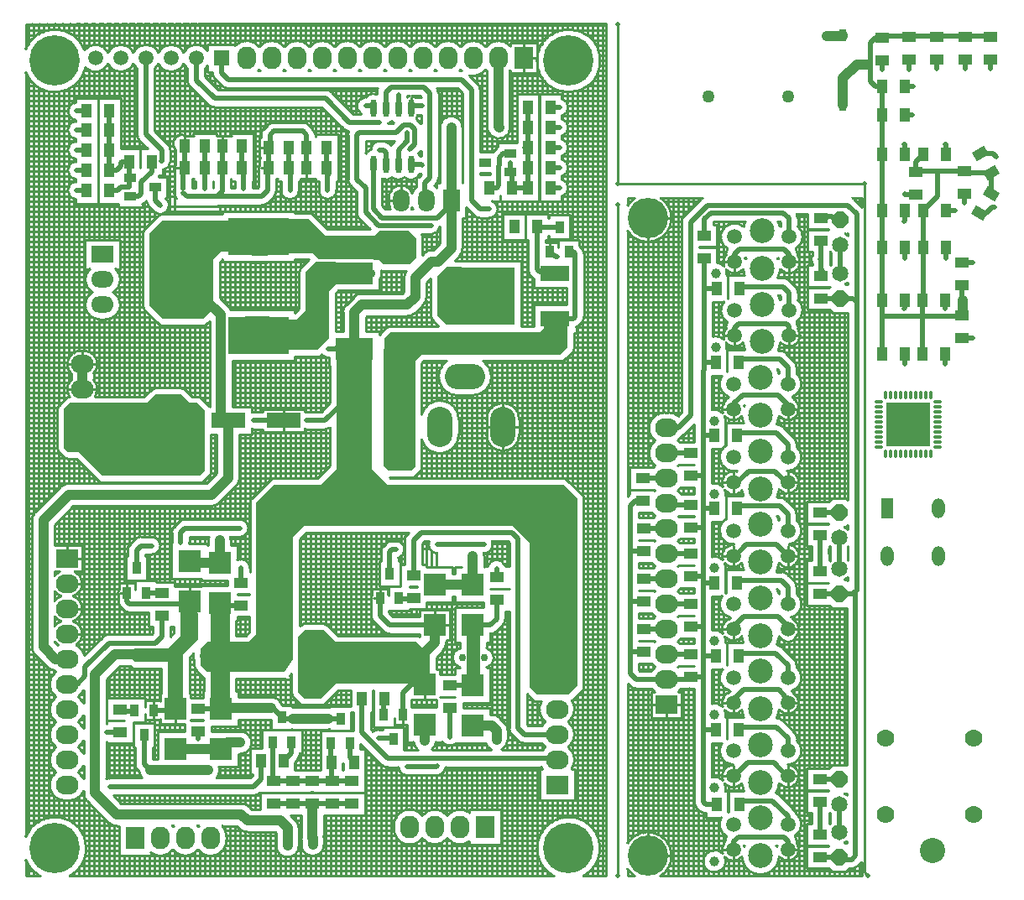
<source format=gbl>
G04*
G04 #@! TF.GenerationSoftware,Altium Limited,Altium Designer,18.1.6 (161)*
G04*
G04 Layer_Physical_Order=2*
G04 Layer_Color=16711680*
%FSTAX24Y24*%
%MOIN*%
G70*
G01*
G75*
%ADD10C,0.0100*%
%ADD19C,0.0200*%
%ADD22O,0.0110X0.0335*%
%ADD23O,0.0335X0.0110*%
%ADD24R,0.1772X0.1772*%
%ADD34R,0.0550X0.0394*%
%ADD35R,0.1378X0.0630*%
%ADD38R,0.0394X0.0550*%
%ADD43R,0.0472X0.0335*%
%ADD92C,0.0400*%
%ADD93C,0.0700*%
%ADD94P,0.0704X8X292.5*%
%ADD95C,0.0650*%
%ADD96C,0.0591*%
%ADD97C,0.0394*%
%ADD98C,0.0984*%
%ADD99O,0.0900X0.0750*%
%ADD100R,0.0900X0.0750*%
%ADD101O,0.1000X0.1600*%
%ADD102O,0.1600X0.1000*%
%ADD103C,0.1100*%
%ADD104R,0.0650X0.0900*%
%ADD105O,0.0650X0.0900*%
%ADD106R,0.0591X0.0591*%
%ADD107O,0.0750X0.0900*%
%ADD108R,0.0750X0.0900*%
%ADD109O,0.1181X0.0866*%
%ADD110R,0.0900X0.0650*%
%ADD111O,0.0900X0.0650*%
%ADD112C,0.0200*%
%ADD113C,0.0500*%
%ADD114C,0.0260*%
%ADD115C,0.1600*%
%ADD116C,0.1000*%
%ADD117C,0.0300*%
%ADD118C,0.2000*%
%ADD119O,0.0512X0.0787*%
%ADD120R,0.0512X0.0787*%
%ADD121R,0.0315X0.0472*%
G04:AMPARAMS|DCode=122|XSize=39.4mil|YSize=55mil|CornerRadius=0mil|HoleSize=0mil|Usage=FLASHONLY|Rotation=240.000|XOffset=0mil|YOffset=0mil|HoleType=Round|Shape=Rectangle|*
%AMROTATEDRECTD122*
4,1,4,-0.0140,0.0308,0.0337,0.0033,0.0140,-0.0308,-0.0337,-0.0033,-0.0140,0.0308,0.0*
%
%ADD122ROTATEDRECTD122*%

G04:AMPARAMS|DCode=123|XSize=39.4mil|YSize=55mil|CornerRadius=0mil|HoleSize=0mil|Usage=FLASHONLY|Rotation=120.000|XOffset=0mil|YOffset=0mil|HoleType=Round|Shape=Rectangle|*
%AMROTATEDRECTD123*
4,1,4,0.0337,-0.0033,-0.0140,-0.0308,-0.0337,0.0033,0.0140,0.0308,0.0337,-0.0033,0.0*
%
%ADD123ROTATEDRECTD123*%

%ADD124R,0.0984X0.1516*%
%ADD125O,0.0236X0.0709*%
%ADD126R,0.0335X0.0472*%
%ADD127R,0.0433X0.0550*%
%ADD128R,0.1500X0.0866*%
%ADD129R,0.2441X0.2283*%
%ADD130R,0.1181X0.0630*%
%ADD131R,0.0906X0.0900*%
G36*
X096541Y062709D02*
Y062709D01*
X096991Y062259D01*
X098959Y062259D01*
X09915Y06245D01*
X100306D01*
X100498Y062259D01*
X100491D01*
X1006Y06215D01*
X1006Y06135D01*
X10035Y0611D01*
X0993Y0611D01*
X0991Y0613D01*
X09895D01*
X09675Y0613D01*
X096492Y061558D01*
X0954D01*
X0955Y0629D01*
X09635D01*
X096541Y062709D01*
D02*
G37*
G36*
X094875Y06165D02*
X094675Y06145D01*
X094075D01*
X093925Y06295D01*
X094875D01*
Y06165D01*
D02*
G37*
G36*
X09335Y0616D02*
X09285D01*
X09255Y0613D01*
Y05935D01*
X09215Y05895D01*
X090525D01*
X09Y059475D01*
Y06235D01*
X0905Y06285D01*
X09325D01*
X09335Y0616D01*
D02*
G37*
G36*
X097886Y06035D02*
X09745Y06035D01*
X09715Y06005D01*
X09715Y058175D01*
X096675Y0577D01*
X09545Y0577D01*
X0953Y05785D01*
X0953Y0589D01*
X09585Y0589D01*
X0962Y05925D01*
X0962Y0608D01*
X0966Y0612D01*
X0974D01*
X097886Y06035D01*
D02*
G37*
G36*
X10225Y0587D02*
X1018D01*
X10145Y05905D01*
Y06065D01*
X1018Y061D01*
X1024D01*
X10225Y0587D01*
D02*
G37*
G36*
X094775Y05775D02*
X094575Y05755D01*
X093975D01*
X093825Y05905D01*
X094775D01*
Y05775D01*
D02*
G37*
G36*
X091625Y0556D02*
X0919D01*
X0922Y0553D01*
X0922Y0529D01*
X092Y0527D01*
X088163Y0527D01*
X087212Y05365D01*
X086763Y05365D01*
X086613Y0538D01*
X086613Y05535D01*
X086862Y0556D01*
X0899Y0556D01*
X0899Y0556D01*
X09025Y05595D01*
X091275D01*
X091625Y0556D01*
D02*
G37*
G36*
X105775Y05865D02*
X106625D01*
Y0578D01*
X10635Y057525D01*
X100825Y057525D01*
X100575Y057275D01*
X100575Y053075D01*
X1004Y0529D01*
X0995Y0529D01*
X099326Y053074D01*
X099326Y057751D01*
X09935Y057775D01*
Y058175D01*
X099575Y0584D01*
X105525Y0584D01*
X105675Y05855D01*
Y05865D01*
X105725Y0587D01*
X105775Y05865D01*
D02*
G37*
G36*
X09885Y05735D02*
X09885Y052989D01*
X099489Y05235D01*
X10525Y05235D01*
X10645Y05235D01*
X107Y0518D01*
X107Y04434D01*
X10666Y044D01*
X1054D01*
X1051Y0443D01*
Y050041D01*
X104441Y0507D01*
X096139D01*
X095715Y050276D01*
Y045485D01*
Y045425D01*
X095368Y0449D01*
X09425D01*
D01*
X0932Y0449D01*
Y04375D01*
X09245D01*
Y0449D01*
X0923D01*
X09205Y04515D01*
X09205Y04585D01*
X09231Y04611D01*
X09245D01*
Y0472D01*
X0932Y04725D01*
Y04611D01*
X093963D01*
X09425Y046397D01*
X09425Y051649D01*
X094251Y051649D01*
X09425Y05165D01*
X09495Y05235D01*
X0956D01*
Y05235D01*
X096803D01*
X09745Y052997D01*
Y05735D01*
X098783Y057417D01*
X09885Y05735D01*
D02*
G37*
G36*
X10315Y046425D02*
Y044825D01*
X10255Y044625D01*
X1026Y044675D01*
Y046475D01*
X1031D01*
X10315Y046425D01*
D02*
G37*
G36*
X0974Y0461D02*
X1006D01*
X1009Y0458D01*
Y045785D01*
X100988D01*
X101012Y045225D01*
X1009D01*
Y0449D01*
X10045Y04445D01*
X097425D01*
X09685Y043875D01*
X09685Y043863D01*
X096139Y043863D01*
X095902Y0441D01*
X095902Y04631D01*
X096179Y046588D01*
X0969Y046588D01*
X0974Y0461D01*
D02*
G37*
G36*
X09195Y04725D02*
X09195Y0462D01*
X09135Y0456D01*
Y04375D01*
X0908D01*
X09075Y0438D01*
X09075Y0453D01*
X08945D01*
X08935Y0454D01*
X08935Y045774D01*
X089436Y04586D01*
X09075Y04586D01*
X09125Y04636D01*
X09125Y04745D01*
X0913Y0475D01*
X09195Y04725D01*
D02*
G37*
%LPC*%
G36*
X0914Y0556D02*
X0914Y0556D01*
X091619D01*
X0914Y0556D01*
D02*
G37*
%LPD*%
D10*
X0851Y037434D02*
G03*
X085666Y0368I00116J000466D01*
G01*
X0863Y040925D02*
G03*
X086675Y0398I000375J-0005D01*
G01*
X086854Y0368D02*
G03*
X08751Y0379I-000594J0011D01*
G01*
D02*
G03*
X0851Y038366I-00125J0D01*
G01*
X086825Y0398D02*
G03*
X0874Y04018I0J000625D01*
G01*
Y0401D02*
G03*
X087532Y039782I00045J0D01*
G01*
X0874Y0401D02*
G03*
X087532Y039782I00045J0D01*
G01*
X085957Y045107D02*
G03*
X08624Y044976I000318J000318D01*
G01*
X0863Y041925D02*
G03*
X0863Y040925I000375J-0005D01*
G01*
X0874Y04067D02*
G03*
X0872Y040925I-000575J-000245D01*
G01*
D02*
G03*
X0874Y04118I-000375J0005D01*
G01*
X0872Y041925D02*
G03*
X0874Y04218I-000375J0005D01*
G01*
Y04267D02*
G03*
X0872Y042925I-000575J-000245D01*
G01*
X0874Y04167D02*
G03*
X0872Y041925I-000575J-000245D01*
G01*
X0863Y042925D02*
G03*
X0863Y041925I000375J-0005D01*
G01*
X0872Y042925D02*
G03*
X0874Y04318I-000375J0005D01*
G01*
X0863Y043925D02*
G03*
X0863Y042925I000375J-0005D01*
G01*
X08624Y044976D02*
G03*
X0863Y044925I000435J000449D01*
G01*
X085957Y045107D02*
G03*
X08624Y044976I000318J000318D01*
G01*
X0874Y04367D02*
G03*
X0872Y043925I-000575J-000245D01*
G01*
X0863Y044925D02*
G03*
X0863Y043925I000375J-0005D01*
G01*
X0872D02*
G03*
X0874Y04418I-000375J0005D01*
G01*
X088393Y038921D02*
G03*
X088711Y038789I000318J000318D01*
G01*
X088393Y038921D02*
G03*
X088711Y038789I000318J000318D01*
G01*
X08845Y0407D02*
G03*
X0883Y040666I0J-00035D01*
G01*
X08845Y0407D02*
G03*
X0883Y040666I0J-00035D01*
G01*
X08945Y04125D02*
G03*
X089553Y041002I00035J0D01*
G01*
X08945Y04125D02*
G03*
X089553Y041003I00035J0D01*
G01*
X089603Y040953D02*
G03*
X089715Y0407I000447J000047D01*
G01*
X08535Y0459D02*
G03*
X085482Y045582I00045J0D01*
G01*
X08535Y0459D02*
G03*
X085482Y045582I00045J0D01*
G01*
X08625Y046117D02*
G03*
X086392Y045982I000425J000308D01*
G01*
X086515Y046925D02*
G03*
X08625Y046733I00016J-0005D01*
G01*
X087431Y045576D02*
G03*
X087108Y045982I-000606J-000151D01*
G01*
D02*
G03*
X08735Y046425I-000283J000443D01*
G01*
D02*
G03*
X086985Y046925I-000525J0D01*
G01*
X08625Y047117D02*
G03*
X086515Y046925I000425J000308D01*
G01*
Y047925D02*
G03*
X08625Y047733I00016J-0005D01*
G01*
Y048117D02*
G03*
X086515Y047925I000425J000308D01*
G01*
X086985Y046925D02*
G03*
X08735Y047425I-00016J0005D01*
G01*
D02*
G03*
X086985Y047925I-000525J0D01*
G01*
D02*
G03*
X08735Y048425I-00016J0005D01*
G01*
X085482Y051268D02*
G03*
X08535Y05095I000318J-000318D01*
G01*
X085482Y051268D02*
G03*
X08535Y05095I000318J-000318D01*
G01*
X086451Y0489D02*
G03*
X08625Y048733I000224J-000475D01*
G01*
X08735Y048425D02*
G03*
X087049Y0489I-000525J0D01*
G01*
X0868Y0524D02*
G03*
X086482Y052268I0J-00045D01*
G01*
X0868Y0524D02*
G03*
X086482Y052268I0J-00045D01*
G01*
X0884Y0464D02*
G03*
X088153Y046297I0J-00035D01*
G01*
X0884Y0464D02*
G03*
X088152Y046297I0J-00035D01*
G01*
X08878Y04772D02*
G03*
X088883Y047473I00035J0D01*
G01*
X08878Y04772D02*
G03*
X088883Y047472I00035J0D01*
G01*
X088813Y048208D02*
G03*
X08878Y04806I000317J-000148D01*
G01*
X089353Y04641D02*
G03*
X08927Y0464I0J-00035D01*
G01*
X089353Y04641D02*
G03*
X08927Y0464I0J-00035D01*
G01*
X08898Y047375D02*
G03*
X089228Y047272I000248J000247D01*
G01*
X088981Y047374D02*
G03*
X089228Y047272I000247J000247D01*
G01*
X089253Y049997D02*
G03*
X08915Y04975I000247J-000247D01*
G01*
X089253Y049998D02*
G03*
X08915Y04975I000247J-000248D01*
G01*
X0901Y049577D02*
G03*
X09045Y049927I0J00035D01*
G01*
X0901Y049577D02*
G03*
X09045Y049927I0J00035D01*
G01*
D02*
G03*
X0901Y050277I-00035J0D01*
G01*
X089677D02*
G03*
X089429Y050174I0J-00035D01*
G01*
X089677Y050277D02*
G03*
X089429Y050174I0J-00035D01*
G01*
X09045Y049927D02*
G03*
X0901Y050277I-00035J0D01*
G01*
X090075Y037725D02*
G03*
X09095Y03785I000375J0005D01*
G01*
D02*
G03*
X09195Y03785I0005J000375D01*
G01*
X09095Y03875D02*
G03*
X090918Y038789I-0005J-000375D01*
G01*
X090982D02*
G03*
X09095Y03875I000468J-000414D01*
G01*
X09195D02*
G03*
X091918Y038789I-0005J-000375D01*
G01*
X091982D02*
G03*
X09195Y03875I000468J-000414D01*
G01*
Y03785D02*
G03*
X093075Y038225I0005J000375D01*
G01*
Y038375D02*
G03*
X092918Y038789I-000625J0D01*
G01*
X092685Y0407D02*
G03*
X0928Y041I-000335J0003D01*
G01*
D02*
G03*
X092774Y04115I-00045J0D01*
G01*
X093582Y038682D02*
G03*
X0939Y03855I000318J000318D01*
G01*
X093582Y038682D02*
G03*
X0939Y03855I000318J000318D01*
G01*
X093979Y039557D02*
G03*
X093661Y039689I-000318J-000318D01*
G01*
X093979Y039557D02*
G03*
X093661Y039689I-000318J-000318D01*
G01*
X09415Y04D02*
G03*
X094397Y040103I0J00035D01*
G01*
X09415Y04D02*
G03*
X094398Y040103I0J00035D01*
G01*
X09505Y038D02*
G03*
X09595Y038I00045J0D01*
G01*
Y0387D02*
G03*
X095818Y039018I-00045J0D01*
G01*
X09595Y0387D02*
G03*
X095818Y039018I-00045J0D01*
G01*
X093625Y04165D02*
G03*
X094003Y041856I0J00045D01*
G01*
D02*
G03*
X094027Y041898I-000378J000244D01*
G01*
D02*
G03*
X094075Y0421I-000402J000202D01*
G01*
D02*
G03*
X093625Y04255I-00045J0D01*
G01*
X09529Y043594D02*
G03*
X094856Y043925I-000434J-000119D01*
G01*
X095897Y041426D02*
G03*
X095998Y041637I-000247J000247D01*
G01*
X095897Y041425D02*
G03*
X095998Y041637I-000247J000248D01*
G01*
X095627Y042621D02*
G03*
X0957Y042615I000073J000444D01*
G01*
X091763Y045653D02*
G03*
X091795Y045365I000387J-000103D01*
G01*
X0909Y05005D02*
G03*
X090904Y05I00035J0D01*
G01*
X091596D02*
G03*
X0916Y05005I-000346J00005D01*
G01*
X0909D02*
G03*
X090904Y05I00035J0D01*
G01*
X091003Y050697D02*
G03*
X0909Y05045I000247J-000247D01*
G01*
X091003Y050698D02*
G03*
X0909Y05045I000247J-000248D01*
G01*
X091425Y050975D02*
G03*
X091177Y050872I0J-00035D01*
G01*
X091425Y050975D02*
G03*
X091178Y050872I0J-00035D01*
G01*
X091596Y05D02*
G03*
X0916Y05005I-000346J00005D01*
G01*
X093995Y049108D02*
G03*
X093503Y049368I-000345J-000058D01*
G01*
X093995Y049108D02*
G03*
X093503Y049368I-000345J-000058D01*
G01*
X094Y04905D02*
G03*
X093995Y049108I-00035J0D01*
G01*
X094Y04905D02*
G03*
X093995Y049108I-00035J0D01*
G01*
X092368Y050275D02*
G03*
X09235Y05015I000432J-000125D01*
G01*
X09325D02*
G03*
X093232Y050275I-00045J0D01*
G01*
X0936D02*
G03*
X09395Y050625I0J00035D01*
G01*
X0936Y050275D02*
G03*
X09395Y050625I0J00035D01*
G01*
D02*
G03*
X0936Y050975I-00035J0D01*
G01*
X092475Y0515D02*
G03*
X092793Y051632I0J00045D01*
G01*
X092475Y0515D02*
G03*
X092793Y051632I0J00045D01*
G01*
X09395Y050625D02*
G03*
X0936Y050975I-00035J0D01*
G01*
X093463Y052302D02*
G03*
X093595Y05262I-000318J000318D01*
G01*
X093463Y052302D02*
G03*
X093595Y05262I-000318J000318D01*
G01*
X087859Y055855D02*
G03*
X08795Y05615I-000434J000295D01*
G01*
X0869Y056517D02*
G03*
X086843Y055851I000375J-000367D01*
G01*
X087275Y057675D02*
G03*
X0869Y056783I0J-000525D01*
G01*
X08795Y05615D02*
G03*
X0878Y056517I-000525J0D01*
G01*
Y056783D02*
G03*
X08795Y05715I-000375J000367D01*
G01*
D02*
G03*
X087425Y057675I-000525J0D01*
G01*
X087078Y064397D02*
G03*
X087078Y063703I000047J-000347D01*
G01*
Y064397D02*
G03*
X087078Y063703I000047J-000347D01*
G01*
X087754Y06D02*
G03*
X088038Y058925I000284J-0005D01*
G01*
X08765Y060925D02*
G03*
X087754Y06I000387J-000425D01*
G01*
X088288Y058925D02*
G03*
X088863Y0595I0J000575D01*
G01*
D02*
G03*
X088571Y06I-000575J0D01*
G01*
D02*
G03*
X088863Y0605I-000284J0005D01*
G01*
D02*
G03*
X088675Y060925I-000575J0D01*
G01*
X090202Y063203D02*
G03*
X090483Y063102I000248J000247D01*
G01*
X089744Y063494D02*
G03*
X089823Y063553I-000168J000307D01*
G01*
X089894Y063624D02*
G03*
X089995Y06341I000348J000034D01*
G01*
X089894Y063624D02*
G03*
X089995Y06341I000348J000034D01*
G01*
X089744Y063494D02*
G03*
X089824Y063554I-000168J000307D01*
G01*
X090396Y064592D02*
G03*
X090425Y06465I-000296J000186D01*
G01*
X090396Y064592D02*
G03*
X090425Y06465I-000296J000186D01*
G01*
X090203Y063203D02*
G03*
X090483Y063102I000247J000247D01*
G01*
X090508Y063105D02*
G03*
X0908Y06345I-000058J000345D01*
G01*
X090508Y063105D02*
G03*
X0908Y06345I-000058J000345D01*
G01*
D02*
G03*
X090697Y063698I-00035J0D01*
G01*
X0908Y06345D02*
G03*
X090697Y063697I-00035J0D01*
G01*
X091Y0641D02*
G03*
X091007Y06403I00035J0D01*
G01*
X091046Y065061D02*
G03*
X091Y064887I000304J-000174D01*
G01*
X091046Y065061D02*
G03*
X091Y064887I000304J-000174D01*
G01*
X087078Y065997D02*
G03*
X087078Y065303I000047J-000347D01*
G01*
Y065197D02*
G03*
X087078Y064503I000047J-000347D01*
G01*
Y065197D02*
G03*
X087078Y064503I000047J-000347D01*
G01*
Y065997D02*
G03*
X087078Y065303I000047J-000347D01*
G01*
Y066797D02*
G03*
X087078Y066103I000047J-000347D01*
G01*
Y066797D02*
G03*
X087078Y066103I000047J-000347D01*
G01*
Y067547D02*
G03*
X087078Y066853I000047J-000347D01*
G01*
Y067547D02*
G03*
X087078Y066853I000047J-000347D01*
G01*
X08533Y070651D02*
G03*
X085383Y070651I000025J000349D01*
G01*
X085629Y070652D02*
G03*
X085696Y070652I000033J000348D01*
G01*
X085928Y070652D02*
G03*
X086008Y070652I000039J000348D01*
G01*
X086229Y070653D02*
G03*
X086319Y070653I000045J000347D01*
G01*
X08653Y070654D02*
G03*
X08663Y070654I000049J000347D01*
G01*
X0851Y068734D02*
G03*
X08748Y068926I00116J000466D01*
G01*
X087436Y069623D02*
G03*
X0851Y069666I-001176J-000423D01*
G01*
X08748Y068926D02*
G03*
X088376Y069082I000396J000374D01*
G01*
Y069518D02*
G03*
X087436Y069623I-0005J-000218D01*
G01*
X086831Y070654D02*
G03*
X08694Y070654I000054J000346D01*
G01*
X087133Y070655D02*
G03*
X08725Y070655I000058J000345D01*
G01*
X087435Y070655D02*
G03*
X087559Y070656I000062J000345D01*
G01*
X087737Y070656D02*
G03*
X087869Y070656I000065J000344D01*
G01*
X089526Y066274D02*
G03*
X089629Y066026I00035J0D01*
G01*
X089526Y066274D02*
G03*
X089628Y066027I00035J0D01*
G01*
X090547Y064853D02*
G03*
X09085Y0652I-000047J000347D01*
G01*
X090547Y064853D02*
G03*
X09085Y0652I-000047J000347D01*
G01*
X090547Y064853D02*
G03*
X09085Y0652I-000047J000347D01*
G01*
Y06565D02*
G03*
X090747Y065898I-00035J0D01*
G01*
X09085Y06565D02*
G03*
X090747Y065897I-00035J0D01*
G01*
X091046Y066153D02*
G03*
X091046Y065672I000254J-000241D01*
G01*
X088376Y069082D02*
G03*
X089376Y069082I0005J000218D01*
G01*
Y069518D02*
G03*
X088376Y069518I-0005J-000218D01*
G01*
X08804Y070657D02*
G03*
X088178Y070657I000068J000343D01*
G01*
X088342Y070657D02*
G03*
X088487Y070658I000072J000343D01*
G01*
X088948Y070659D02*
G03*
X089105Y070659I000078J000341D01*
G01*
X088645Y070658D02*
G03*
X088796Y070658I000075J000342D01*
G01*
X089251Y070659D02*
G03*
X089413Y07066I00008J000341D01*
G01*
X089376Y069082D02*
G03*
X089526Y068882I0005J000218D01*
G01*
X090376Y069518D02*
G03*
X089376Y069518I-0005J-000218D01*
G01*
X090226Y068882D02*
G03*
X090376Y069082I-00035J000418D01*
G01*
X089554Y07066D02*
G03*
X089722Y07066I000083J00034D01*
G01*
X09016Y070661D02*
G03*
X090338Y070662I000088J000339D01*
G01*
X089857Y070661D02*
G03*
X09003Y070661I000086J000339D01*
G01*
X090464Y070662D02*
G03*
X090647Y070662I000091J000338D01*
G01*
X090767Y070663D02*
G03*
X090955Y070663I000093J000337D01*
G01*
X091007Y06403D02*
G03*
X091103Y063713I000343J-00007D01*
G01*
X093253Y059299D02*
G03*
X093168Y059418I-000403J-000199D01*
G01*
X093253Y059299D02*
G03*
X093168Y059418I-000403J-000199D01*
G01*
X094084Y054559D02*
G03*
X094163Y05455I000079J000341D01*
G01*
Y05525D02*
G03*
X094084Y055241I0J-00035D01*
G01*
X094467Y06345D02*
G03*
X094714Y063553I0J00035D01*
G01*
X094467Y06345D02*
G03*
X094715Y063553I0J00035D01*
G01*
X094947Y063785D02*
G03*
X09505Y064033I-000247J000248D01*
G01*
X094947Y063786D02*
G03*
X09505Y064033I-000247J000247D01*
G01*
X09525D02*
G03*
X09595Y064033I00035J0D01*
G01*
X09525D02*
G03*
X09595Y064033I00035J0D01*
G01*
X091142Y066225D02*
G03*
X091046Y066153I000158J-000312D01*
G01*
X091458Y066225D02*
G03*
X091142Y066225I-000158J-000312D01*
G01*
X091526Y068424D02*
G03*
X091629Y068176I00035J0D01*
G01*
X091526Y068424D02*
G03*
X091628Y068177I00035J0D01*
G01*
X092353Y067453D02*
G03*
X0926Y06735I000247J000247D01*
G01*
X092352Y067453D02*
G03*
X0926Y06735I000248J000247D01*
G01*
X092903Y068203D02*
G03*
X09315Y0681I000247J000247D01*
G01*
X092902Y068203D02*
G03*
X09315Y0681I000248J000247D01*
G01*
X090376Y069082D02*
G03*
X091376Y069082I0005J000218D01*
G01*
D02*
G03*
X091526Y068882I0005J000218D01*
G01*
X092226D02*
G03*
X092331Y068999I-00035J000418D01*
G01*
X091376Y069518D02*
G03*
X090376Y069518I-0005J-000218D01*
G01*
X091071Y070663D02*
G03*
X091263Y070664I000095J000337D01*
G01*
X091374Y070664D02*
G03*
X091571Y070664I000098J000336D01*
G01*
X091678Y070665D02*
G03*
X091879Y070665I0001J000335D01*
G01*
X091981Y070665D02*
G03*
X092187Y070666I000102J000335D01*
G01*
X092331Y069601D02*
G03*
X091376Y069518I-000455J-000301D01*
G01*
X092526Y068724D02*
G03*
X092628Y068477I00035J0D01*
G01*
X092526Y068724D02*
G03*
X092629Y068476I00035J0D01*
G01*
X092285Y070666D02*
G03*
X092495Y070666I000104J000334D01*
G01*
X092589Y070667D02*
G03*
X092803Y070667I000106J000333D01*
G01*
X092893Y070667D02*
G03*
X093111Y070668I000108J000333D01*
G01*
X093196Y070668D02*
G03*
X093419Y070668I00011J000332D01*
G01*
X094396Y065061D02*
G03*
X09435Y064887I000304J-000174D01*
G01*
X094396Y065061D02*
G03*
X09435Y064887I000304J-000174D01*
G01*
X094553Y066497D02*
G03*
X09445Y06625I000247J-000247D01*
G01*
X094553Y066498D02*
G03*
X09445Y06625I000247J-000248D01*
G01*
X09495Y06675D02*
G03*
X094702Y066647I0J-00035D01*
G01*
X09495Y06675D02*
G03*
X094703Y066647I0J-00035D01*
G01*
X094375Y06975D02*
G03*
X093421Y069805I-0005J-000375D01*
G01*
X094333Y0688D02*
G03*
X094375Y06885I-000458J000425D01*
G01*
D02*
G03*
X094417Y0688I0005J000375D01*
G01*
X0935Y070669D02*
G03*
X093726Y070669I000112J000332D01*
G01*
X093804Y070669D02*
G03*
X094034Y07067I000114J000331D01*
G01*
X094108Y07067D02*
G03*
X094342Y07067I000116J00033D01*
G01*
X094412Y07067D02*
G03*
X094649Y070671I000118J00033D01*
G01*
X095333Y0688D02*
G03*
X095375Y06885I-000458J000425D01*
G01*
Y06975D02*
G03*
X094375Y06975I-0005J-000375D01*
G01*
X095375Y06885D02*
G03*
X095417Y0688I0005J000375D01*
G01*
X096375Y06975D02*
G03*
X095375Y06975I-0005J-000375D01*
G01*
X094716Y070671D02*
G03*
X094957Y070672I00012J000329D01*
G01*
X09502Y070672D02*
G03*
X095265Y070672I000121J000328D01*
G01*
X095324Y070672D02*
G03*
X095572Y070673I000123J000328D01*
G01*
X095628Y070673D02*
G03*
X09588Y070674I000125J000327D01*
G01*
X095932Y070674D02*
G03*
X096187Y070674I000127J000326D01*
G01*
X09604Y03831D02*
G03*
X09605Y038216I00045J0D01*
G01*
X09604Y03831D02*
G03*
X09605Y038216I00045J0D01*
G01*
Y03805D02*
G03*
X09695Y03805I00045J0D01*
G01*
Y0383D02*
G03*
X09694Y038394I-00045J0D01*
G01*
X09695Y0383D02*
G03*
X09694Y038394I-00045J0D01*
G01*
X096543Y04012D02*
G03*
X096437Y04012I-000053J-000447D01*
G01*
X095998Y041637D02*
G03*
X096Y041673I-000348J000036D01*
G01*
X095998Y041637D02*
G03*
X096Y041673I-000348J000036D01*
G01*
X0971Y042615D02*
G03*
X097183Y042623I0J00045D01*
G01*
Y043508D02*
G03*
X0971Y043515I-000083J-000442D01*
G01*
X099901Y041125D02*
G03*
X10025Y0408I000349J000025D01*
G01*
X099228Y041228D02*
G03*
X099476Y041125I000247J000247D01*
G01*
X099228Y041228D02*
G03*
X099476Y041125I000248J000247D01*
G01*
X099901D02*
G03*
X10025Y0408I000349J000025D01*
G01*
X099725Y038675D02*
G03*
X10085Y0383I000625J0D01*
G01*
Y0392D02*
G03*
X099725Y038825I-0005J-000375D01*
G01*
X10085Y0383D02*
G03*
X10185Y0383I0005J000375D01*
G01*
Y0392D02*
G03*
X10085Y0392I-0005J-000375D01*
G01*
X101388Y0408D02*
G03*
X101671Y040901I000035J000348D01*
G01*
X101388Y0408D02*
G03*
X101671Y040901I000035J000348D01*
G01*
X101697Y040927D02*
G03*
X101796Y041125I-000247J000248D01*
G01*
X101697Y040928D02*
G03*
X101796Y041125I-000247J000247D01*
G01*
X0991Y042625D02*
G03*
X09889Y042555I0J-00035D01*
G01*
X0991Y042625D02*
G03*
X09889Y042555I0J-00035D01*
G01*
X100503Y042125D02*
G03*
X100667Y041825I000447J00005D01*
G01*
X101233D02*
G03*
X101397Y042125I-000283J00035D01*
G01*
X09883Y047145D02*
G03*
X098933Y046898I00035J0D01*
G01*
X09883Y047145D02*
G03*
X098933Y046897I00035J0D01*
G01*
X099303Y046528D02*
G03*
X09955Y046425I000247J000247D01*
G01*
X099302Y046528D02*
G03*
X09955Y046425I000248J000247D01*
G01*
X098863Y047983D02*
G03*
X09883Y047835I000317J-000148D01*
G01*
X096189Y054555D02*
G03*
X09625Y05455I000061J000345D01*
G01*
X096189Y054555D02*
G03*
X09625Y05455I000061J000345D01*
G01*
X096987D02*
G03*
X097195Y054618I0J00035D01*
G01*
X09625Y05525D02*
G03*
X096189Y055245I0J-00035D01*
G01*
X09625Y05525D02*
G03*
X096189Y055245I0J-00035D01*
G01*
X096987Y05455D02*
G03*
X097195Y054618I0J00035D01*
G01*
X099303Y049922D02*
G03*
X0992Y049675I000247J-000247D01*
G01*
X099303Y049923D02*
G03*
X0992Y049675I000247J-000248D01*
G01*
X09965Y050125D02*
G03*
X099402Y050022I0J-00035D01*
G01*
X09965Y050125D02*
G03*
X099403Y050022I0J-00035D01*
G01*
X101668Y045757D02*
G03*
X1018Y046075I-000318J000318D01*
G01*
X101668Y045757D02*
G03*
X1018Y046075I-000318J000318D01*
G01*
X10015Y049775D02*
G03*
X0998Y050125I-00035J0D01*
G01*
X0999Y04944D02*
G03*
X10015Y049775I-0001J000335D01*
G01*
X0999Y04944D02*
G03*
X10015Y049775I-0001J000335D01*
G01*
D02*
G03*
X0998Y050125I-00035J0D01*
G01*
X100253Y050397D02*
G03*
X10015Y05015I000247J-000247D01*
G01*
X100253Y050398D02*
G03*
X10015Y05015I000247J-000248D01*
G01*
X101123Y0501D02*
G03*
X10145Y049625I000327J-000125D01*
G01*
X101123Y0501D02*
G03*
X10145Y049625I000327J-000125D01*
G01*
X10185Y0383D02*
G03*
X102725Y038175I0005J000375D01*
G01*
Y039325D02*
G03*
X10185Y0392I-000375J-0005D01*
G01*
X104006Y041825D02*
G03*
X10425Y042225I-000206J0004D01*
G01*
X101653Y04214D02*
G03*
X102195Y042075I000297J000185D01*
G01*
X101653Y04214D02*
G03*
X102195Y042075I000297J000185D01*
G01*
X103376D02*
G03*
X103594Y041825I000424J00015D01*
G01*
X10425Y042575D02*
G03*
X104118Y042893I-00045J0D01*
G01*
X10425Y042575D02*
G03*
X104118Y042893I-00045J0D01*
G01*
X1043Y042675D02*
G03*
X104403Y042428I00035J0D01*
G01*
X1043Y042675D02*
G03*
X104403Y042427I00035J0D01*
G01*
X103918Y043093D02*
G03*
X1036Y043225I-000318J-000318D01*
G01*
X103918Y043093D02*
G03*
X1036Y043225I-000318J-000318D01*
G01*
X105577Y041125D02*
G03*
X105625Y04105I000548J0003D01*
G01*
X106775D02*
G03*
X1069Y041425I-0005J000375D01*
G01*
D02*
G03*
X10665Y041925I-000625J0D01*
G01*
X107254Y0368D02*
G03*
X10791Y0379I-000594J0011D01*
G01*
D02*
G03*
X106066Y0368I-00125J0D01*
G01*
X104653Y042178D02*
G03*
X1049Y042075I000247J000247D01*
G01*
X104652Y042178D02*
G03*
X1049Y042075I000248J000247D01*
G01*
X10575Y041925D02*
G03*
X105645Y041825I000375J-0005D01*
G01*
X10575Y042925D02*
G03*
X105607Y042775I000375J-0005D01*
G01*
Y042075D02*
G03*
X10575Y041925I000518J00035D01*
G01*
X10665D02*
G03*
X1069Y042425I-000375J0005D01*
G01*
D02*
G03*
X10665Y042925I-000625J0D01*
G01*
X105588Y043745D02*
G03*
X10575Y042925I000537J-00032D01*
G01*
X10665D02*
G03*
X1069Y043425I-000375J0005D01*
G01*
D02*
G03*
X106787Y043784I-000625J0D01*
G01*
X102345Y045861D02*
G03*
X102345Y045089I000105J-000386D01*
G01*
X103405Y045089D02*
G03*
X1037Y045475I-000105J000386D01*
G01*
D02*
G03*
X103405Y045861I-0004J0D01*
G01*
X103553Y046425D02*
G03*
X103797Y046528I-000003J00035D01*
G01*
X103553Y046425D02*
G03*
X103798Y046528I-000003J00035D01*
G01*
X104136Y049122D02*
G03*
X103464Y049122I-000336J-000097D01*
G01*
X10083Y05414D02*
G03*
X1023Y05435I00072J00021D01*
G01*
X1033Y049525D02*
G03*
X103289Y049625I-00045J0D01*
G01*
X1023Y05495D02*
G03*
X10083Y05516I-00075J0D01*
G01*
X101828Y05727D02*
G03*
X10225Y0559I000422J-00062D01*
G01*
X104136Y049122D02*
G03*
X103464Y049122I-000336J-000097D01*
G01*
X1033Y049625D02*
G03*
X10365Y049975I0J00035D01*
G01*
X1033Y049625D02*
G03*
X10365Y049975I0J00035D01*
G01*
X10285Y0559D02*
G03*
X1036Y05665I0J00075D01*
G01*
D02*
G03*
X103272Y05727I-00075J0D01*
G01*
X1034Y05435D02*
G03*
X1047Y05435I00065J0D01*
G01*
Y05495D02*
G03*
X1034Y05495I-00065J0D01*
G01*
X104047Y046778D02*
G03*
X10415Y047025I-000247J000247D01*
G01*
X104047Y046777D02*
G03*
X10415Y047025I-000247J000248D01*
G01*
X10365Y049975D02*
G03*
X103627Y0501I-00035J0D01*
G01*
X10365Y049975D02*
G03*
X103627Y0501I-00035J0D01*
G01*
X096859Y057524D02*
G03*
X097126Y057401I000266J000227D01*
G01*
X096859Y057524D02*
G03*
X097126Y057401I000266J000227D01*
G01*
X097832Y059518D02*
G03*
X0977Y0592I000318J-000318D01*
G01*
X097832Y059518D02*
G03*
X0977Y0592I000318J-000318D01*
G01*
X09845Y05995D02*
G03*
X098132Y059818I0J-00045D01*
G01*
X09845Y05995D02*
G03*
X098132Y059818I0J-00045D01*
G01*
X09915Y060485D02*
G03*
X09925Y06075I-0003J000265D01*
G01*
D02*
G03*
X099235Y060858I-0004J0D01*
G01*
X096744Y06405D02*
G03*
X097444Y06405I00035J0D01*
G01*
X096744D02*
G03*
X097444Y06405I00035J0D01*
G01*
X09825Y063176D02*
G03*
X098353Y062928I00035J0D01*
G01*
X09825Y063176D02*
G03*
X098353Y062928I00035J0D01*
G01*
X0979Y064485D02*
G03*
X098003Y064237I00035J0D01*
G01*
X0979Y064485D02*
G03*
X098003Y064238I00035J0D01*
G01*
X09925Y064503D02*
G03*
X09965Y064569I00015J000336D01*
G01*
X10025Y05905D02*
G03*
X100568Y059182I0J00045D01*
G01*
X100215Y060845D02*
G03*
X100125Y060575I00036J-00027D01*
G01*
X100215Y060845D02*
G03*
X100125Y060575I00036J-00027D01*
G01*
X10025Y05905D02*
G03*
X100568Y059182I0J00045D01*
G01*
X100893Y059507D02*
G03*
X101025Y059825I-000318J000318D01*
G01*
X100893Y059507D02*
G03*
X101025Y059825I-000318J000318D01*
G01*
X101225Y061675D02*
G03*
X100907Y061543I0J-00045D01*
G01*
X101225Y061675D02*
G03*
X100907Y061543I0J-00045D01*
G01*
X099525Y063525D02*
G03*
X099582Y0633I000475J0D01*
G01*
X100448Y063934D02*
G03*
X099525Y063775I-000448J-000159D01*
G01*
X100418Y0633D02*
G03*
X100448Y063366I-000418J000225D01*
G01*
D02*
G03*
X100471Y0633I000553J000159D01*
G01*
X1006Y064188D02*
G03*
X100448Y063934I0004J-000413D01*
G01*
X09965Y064569D02*
G03*
X10015Y064569I00025J00027D01*
G01*
D02*
G03*
X100747Y064716I00025J00027D01*
G01*
X100703Y064598D02*
G03*
X1006Y06435I000247J-000248D01*
G01*
X100703Y064597D02*
G03*
X1006Y06435I000247J-000247D01*
G01*
X100747Y064716D02*
G03*
X1008Y064704I000103J000334D01*
G01*
X1012Y0623D02*
G03*
X101548Y062614I0J00035D01*
G01*
X1012Y0623D02*
G03*
X101548Y062614I0J00035D01*
G01*
X101425Y064162D02*
G03*
X101336Y064241I-000425J-000387D01*
G01*
X100747Y064716D02*
G03*
X1008Y064704I000103J000334D01*
G01*
X101397Y064303D02*
G03*
X101425Y064333I-000247J000247D01*
G01*
X101397Y064302D02*
G03*
X101425Y064333I-000247J000248D01*
G01*
X101437Y06435D02*
G03*
X1015Y06455I-000287J0002D01*
G01*
X101437Y06435D02*
G03*
X1015Y06455I-000287J0002D01*
G01*
X096599Y066275D02*
G03*
X096497Y066498I-000349J-000025D01*
G01*
X096599Y066275D02*
G03*
X096497Y066497I-000349J-000025D01*
G01*
X096348Y066647D02*
G03*
X0961Y06675I-000248J-000247D01*
G01*
X096347Y066647D02*
G03*
X0961Y06675I-000247J-000247D01*
G01*
X097247Y067947D02*
G03*
X097Y06805I-000247J-000247D01*
G01*
X097248Y067947D02*
G03*
X097Y06805I-000248J-000247D01*
G01*
X0988Y065666D02*
G03*
X0986Y065525I0001J-000354D01*
G01*
X097707Y066498D02*
G03*
X097932Y066396I000247J000247D01*
G01*
D02*
G03*
X0979Y06625I000318J-000146D01*
G01*
X097706Y066499D02*
G03*
X097932Y066396I000248J000247D01*
G01*
D02*
G03*
X0979Y06625I000318J-000146D01*
G01*
X0986Y06775D02*
G03*
X098427Y067096I0J-00035D01*
G01*
X0986Y06775D02*
G03*
X098427Y067096I0J-00035D01*
G01*
X096333Y0688D02*
G03*
X096375Y06885I-000458J000425D01*
G01*
D02*
G03*
X096417Y0688I0005J000375D01*
G01*
X097333D02*
G03*
X097375Y06885I-000458J000425D01*
G01*
Y06975D02*
G03*
X096375Y06975I-0005J-000375D01*
G01*
X096237Y070674D02*
G03*
X096495Y070675I000128J000326D01*
G01*
X096541Y070675D02*
G03*
X096802Y070676I00013J000325D01*
G01*
X096845Y070676D02*
G03*
X097109Y070676I000132J000324D01*
G01*
X097375Y06885D02*
G03*
X097417Y0688I0005J000375D01*
G01*
X098375Y06975D02*
G03*
X097375Y06975I-0005J-000375D01*
G01*
X098333Y0688D02*
G03*
X098375Y06885I-000458J000425D01*
G01*
D02*
G03*
X098417Y0688I0005J000375D01*
G01*
X099375Y06975D02*
G03*
X098375Y06975I-0005J-000375D01*
G01*
X097149Y070676D02*
G03*
X097417Y070677I000133J000324D01*
G01*
X097453Y070677D02*
G03*
X097724Y070678I000135J000323D01*
G01*
X097758Y070678D02*
G03*
X098032Y070678I000136J000322D01*
G01*
X098062Y070678D02*
G03*
X098339Y070679I000138J000322D01*
G01*
X098366Y070679D02*
G03*
X098646Y07068I000139J000321D01*
G01*
X09915Y066D02*
G03*
X0988Y065666I0J-00035D01*
G01*
X09915Y066D02*
G03*
X0988Y065666I0J-00035D01*
G01*
X099653Y065904D02*
G03*
X099603Y065842I000247J-000247D01*
G01*
X099653Y065904D02*
G03*
X099603Y065842I000247J-000248D01*
G01*
X099548Y065897D02*
G03*
X0993Y066I-000248J-000247D01*
G01*
X099547Y065897D02*
G03*
X0993Y066I-000247J-000247D01*
G01*
X09905Y067872D02*
G03*
X0986Y06775I-00015J-000336D01*
G01*
X099495Y066708D02*
G03*
X09965Y066794I-000095J000356D01*
G01*
D02*
G03*
X099722Y066741I00025J00027D01*
G01*
X100562Y06775D02*
G03*
X100448Y0678I-000162J-000214D01*
G01*
X10075Y065426D02*
G03*
X100698Y065528I-00035J-000114D01*
G01*
X100615Y066904D02*
G03*
X100668Y06705I-000215J00016D01*
G01*
X099084Y0681D02*
G03*
X09905Y06795I000316J-00015D01*
G01*
X099084Y0681D02*
G03*
X09905Y06795I000316J-00015D01*
G01*
X100352Y0678D02*
G03*
X10025Y067758I000048J-000264D01*
G01*
X099375Y06885D02*
G03*
X099417Y0688I0005J000375D01*
G01*
X099333D02*
G03*
X099375Y06885I-000458J000425D01*
G01*
X09867Y07068D02*
G03*
X098954Y07068I000141J00032D01*
G01*
X098975Y07068D02*
G03*
X099261Y070681I000142J00032D01*
G01*
X099279Y070681D02*
G03*
X099568Y070682I000144J000319D01*
G01*
X100375Y06975D02*
G03*
X099375Y06975I-0005J-000375D01*
G01*
X099583Y070682D02*
G03*
X099875Y070682I000145J000318D01*
G01*
X099888Y070682D02*
G03*
X100183Y070683I000147J000318D01*
G01*
X100333Y0688D02*
G03*
X100375Y06885I-000458J000425D01*
G01*
D02*
G03*
X100417Y0688I0005J000375D01*
G01*
X101333D02*
G03*
X101375Y06885I-000458J000425D01*
G01*
X1015Y0679D02*
G03*
X101437Y0681I-00035J0D01*
G01*
X1015Y0679D02*
G03*
X101437Y0681I-00035J0D01*
G01*
X101375Y06885D02*
G03*
X101417Y0688I0005J000375D01*
G01*
X101375Y06975D02*
G03*
X100375Y06975I-0005J-000375D01*
G01*
X100192Y070683D02*
G03*
X10049Y070684I000148J000317D01*
G01*
X100497Y070684D02*
G03*
X100797Y070684I00015J000316D01*
G01*
X100801Y070684D02*
G03*
X101104Y070685I000151J000316D01*
G01*
X101106Y070685D02*
G03*
X101411Y070685I000152J000315D01*
G01*
X101411D02*
G03*
X101716Y070685I000153J000315D01*
G01*
X102318Y061432D02*
G03*
X10245Y06175I-000318J000318D01*
G01*
X102318Y061432D02*
G03*
X10245Y06175I-000318J000318D01*
G01*
X10505Y0609D02*
G03*
X105153Y060652I00035J0D01*
G01*
X10505Y0609D02*
G03*
X105153Y060653I00035J0D01*
G01*
X105253Y060553D02*
G03*
X105286Y060523I000247J000247D01*
G01*
X105252Y060553D02*
G03*
X105286Y060523I000248J000247D01*
G01*
X102902Y063053D02*
G03*
X10315Y06295I000248J000247D01*
G01*
X102903Y063053D02*
G03*
X10315Y06295I000247J000247D01*
G01*
X1035D02*
G03*
X10385Y0633I0J00035D01*
G01*
X1035Y06295D02*
G03*
X10385Y0633I0J00035D01*
G01*
D02*
G03*
X10363Y063625I-00035J0D01*
G01*
X10385Y0633D02*
G03*
X10363Y063625I-00035J0D01*
G01*
X103653Y065597D02*
G03*
X103626Y065567I000247J-000247D01*
G01*
X103653Y065598D02*
G03*
X103626Y065567I000247J-000248D01*
G01*
X106967Y05862D02*
G03*
X107097Y058703I-000117J00033D01*
G01*
X106967Y05862D02*
G03*
X107098Y058703I-000117J00033D01*
G01*
X107164Y058769D02*
G03*
X107267Y059017I-000247J000248D01*
G01*
X107165Y05877D02*
G03*
X107267Y059017I-000247J000247D01*
G01*
Y061533D02*
G03*
X107164Y061781I-00035J0D01*
G01*
X107267Y061533D02*
G03*
X107165Y06178I-00035J0D01*
G01*
X106397Y063814D02*
G03*
X10665Y06415I-000097J000336D01*
G01*
X106397Y063814D02*
G03*
X10665Y06415I-000097J000336D01*
G01*
D02*
G03*
X106397Y064486I-00035J0D01*
G01*
X10665Y06415D02*
G03*
X106397Y064486I-00035J0D01*
G01*
Y064614D02*
G03*
X10665Y06495I-000097J000336D01*
G01*
X106397Y064614D02*
G03*
X10665Y06495I-000097J000336D01*
G01*
D02*
G03*
X106397Y065286I-00035J0D01*
G01*
X10665Y06495D02*
G03*
X106397Y065286I-00035J0D01*
G01*
X10245Y06655D02*
G03*
X10155Y06655I-00045J0D01*
G01*
X103425Y066575D02*
G03*
X103557Y066257I00045J0D01*
G01*
X103848Y065786D02*
G03*
X103802Y065747I000202J-000286D01*
G01*
X103848Y065786D02*
G03*
X103803Y065747I000202J-000286D01*
G01*
X103425Y066575D02*
G03*
X103557Y066257I00045J0D01*
G01*
X103582Y066232D02*
G03*
X10435Y06655I000318J000318D01*
G01*
D02*
G03*
X104325Y066698I-00045J0D01*
G01*
X102375Y06885D02*
G03*
X102417Y0688I0005J000375D01*
G01*
X102333Y0688D02*
G03*
X102375Y06885I-000458J000425D01*
G01*
X10315Y06805D02*
G03*
X103047Y068297I-00035J0D01*
G01*
X10315Y06805D02*
G03*
X103047Y068298I-00035J0D01*
G01*
X102727Y068618D02*
G03*
X103375Y06885I000148J000607D01*
G01*
X102375Y06975D02*
G03*
X101375Y06975I-0005J-000375D01*
G01*
X101716Y070685D02*
G03*
X102022Y070685I000153J000315D01*
G01*
X102022D02*
G03*
X102328Y070685I000153J000315D01*
G01*
X102328D02*
G03*
X102634Y070685I000153J000315D01*
G01*
X10294D02*
G03*
X103246Y070685I000153J000315D01*
G01*
X102634D02*
G03*
X10294Y070685I000153J000315D01*
G01*
X103375Y06885D02*
G03*
X103425Y068791I0005J000375D01*
G01*
X104325D02*
G03*
X10435Y068819I-00045J000434D01*
G01*
X103375Y06975D02*
G03*
X102375Y06975I-0005J-000375D01*
G01*
X10435Y069781D02*
G03*
X103375Y06975I-000475J-000406D01*
G01*
X103246Y070685D02*
G03*
X103551Y070685I000153J000315D01*
G01*
X103551D02*
G03*
X103857Y070685I000153J000315D01*
G01*
X103857D02*
G03*
X104163Y070685I000153J000315D01*
G01*
X104163D02*
G03*
X104469Y070685I000153J000315D01*
G01*
X10665Y06575D02*
G03*
X106397Y066086I-00035J0D01*
G01*
Y065414D02*
G03*
X10665Y06575I-000097J000336D01*
G01*
X106397Y065414D02*
G03*
X10665Y06575I-000097J000336D01*
G01*
D02*
G03*
X106397Y066086I-00035J0D01*
G01*
Y066214D02*
G03*
X10665Y06655I-000097J000336D01*
G01*
X106397Y066214D02*
G03*
X10665Y06655I-000097J000336D01*
G01*
X106397Y067014D02*
G03*
X10665Y06735I-000097J000336D01*
G01*
Y06655D02*
G03*
X106397Y066886I-00035J0D01*
G01*
X10665Y06655D02*
G03*
X106397Y066886I-00035J0D01*
G01*
Y067014D02*
G03*
X10665Y06735I-000097J000336D01*
G01*
D02*
G03*
X106397Y067686I-00035J0D01*
G01*
X10665Y06735D02*
G03*
X106397Y067686I-00035J0D01*
G01*
X104775Y070685D02*
G03*
X10508Y070685I000153J000315D01*
G01*
X104469D02*
G03*
X104775Y070685I000153J000315D01*
G01*
X10508D02*
G03*
X105386Y070685I000153J000315D01*
G01*
X105692D02*
G03*
X105998Y070685I000153J000315D01*
G01*
X105386D02*
G03*
X105692Y070685I000153J000315D01*
G01*
X105998D02*
G03*
X106304Y070685I000153J000315D01*
G01*
X10791Y0692D02*
G03*
X10791Y0692I-00125J0D01*
G01*
X106304Y070685D02*
G03*
X106609Y070685I000153J000315D01*
G01*
X106915D02*
G03*
X107221Y070685I000153J000315D01*
G01*
X106609D02*
G03*
X106915Y070685I000153J000315D01*
G01*
X107221D02*
G03*
X107527Y070685I000153J000315D01*
G01*
X107833D02*
G03*
X108138Y070685I000153J000315D01*
G01*
X107527D02*
G03*
X107833Y070685I000153J000315D01*
G01*
X109Y037088D02*
G03*
X109288Y0368I0008J000512D01*
G01*
X11075Y0376D02*
G03*
X109Y038112I-00095J0D01*
G01*
X110312Y0368D02*
G03*
X11075Y0376I-000512J0008D01*
G01*
X111852Y039403D02*
G03*
X1121Y0393I000248J000247D01*
G01*
X111853Y039403D02*
G03*
X1121Y0393I000247J000247D01*
G01*
X11165Y039759D02*
G03*
X111692Y039593I00035J0D01*
G01*
D02*
G03*
X111762Y039493I000318J000147D01*
G01*
X11165Y039759D02*
G03*
X111692Y039593I00035J0D01*
G01*
D02*
G03*
X111762Y039493I000318J000147D01*
G01*
X109102Y044353D02*
G03*
X10935Y04425I000248J000247D01*
G01*
X109103Y044353D02*
G03*
X10935Y04425I000247J000247D01*
G01*
X109957D02*
G03*
X110069Y044125I000518J00035D01*
G01*
X1101Y0451D02*
G03*
X109957Y04495I000375J-0005D01*
G01*
X109955Y045253D02*
G03*
X1101Y0451I00052J000347D01*
G01*
X109955Y047253D02*
G03*
X1101Y0471I00052J000347D01*
G01*
X109955Y049253D02*
G03*
X1101Y0491I00052J000347D01*
G01*
X111031Y044125D02*
G03*
X111143Y04425I-000406J000475D01*
G01*
X111Y0451D02*
G03*
X111055Y045147I-000375J0005D01*
G01*
X111062Y046047D02*
G03*
X111Y0461I-000437J-000447D01*
G01*
X110045Y046147D02*
G03*
X1101Y0461I00043J000453D01*
G01*
X111D02*
G03*
X111145Y046253I-000375J0005D01*
G01*
X111458Y04425D02*
G03*
X111505Y044253I0J00035D01*
G01*
X111458Y04425D02*
G03*
X111505Y044253I0J00035D01*
G01*
X1101Y0471D02*
G03*
X110038Y047047I000375J-0005D01*
G01*
X110045Y048147D02*
G03*
X1101Y0481I00043J000453D01*
G01*
X111Y0471D02*
G03*
X111055Y047147I-000375J0005D01*
G01*
X111062Y048047D02*
G03*
X111Y0481I-000437J-000447D01*
G01*
D02*
G03*
X111145Y048253I-000375J0005D01*
G01*
X1101Y0491D02*
G03*
X110038Y049047I000375J-0005D01*
G01*
X111Y0491D02*
G03*
X111055Y049147I-000375J0005D01*
G01*
X112786Y037685D02*
G03*
X112899Y037387I-000334J-000297D01*
G01*
X112786Y037685D02*
G03*
X112899Y037387I-000334J-000297D01*
G01*
X112867Y038148D02*
G03*
X112789Y037681I000333J-000296D01*
G01*
X112867Y03815D02*
G03*
X112786Y037685I000333J-000298D01*
G01*
X112728Y039125D02*
G03*
X112936Y038375I000472J-000273D01*
G01*
X112786Y040603D02*
G03*
X11235Y040741I-000334J-000297D01*
G01*
X112786Y040603D02*
G03*
X11235Y040741I-000334J-000297D01*
G01*
X112748Y042075D02*
G03*
X113198Y041225I000452J-000305D01*
G01*
X113188Y041216D02*
G03*
X112789Y040599I000012J-000445D01*
G01*
X11319Y041217D02*
G03*
X112786Y040603I00001J-000447D01*
G01*
X112899Y037387D02*
G03*
X112866Y037555I-000447J0D01*
G01*
X112899Y037387D02*
G03*
X112866Y037555I-000447J0D01*
G01*
X112936Y038375D02*
G03*
X112867Y038167I000282J-000208D01*
G01*
X112936Y038375D02*
G03*
X112867Y038167I000282J-000208D01*
G01*
X112879Y040175D02*
G03*
X112899Y040306I-000427J000131D01*
G01*
X112879Y040175D02*
G03*
X112899Y040306I-000427J000131D01*
G01*
X112866Y037555D02*
G03*
X113542Y037564I000334J000297D01*
G01*
X112864Y037559D02*
G03*
X113542Y037566I000336J000293D01*
G01*
X112899Y040306D02*
G03*
X112866Y040473I-000447J0D01*
G01*
X112899Y040306D02*
G03*
X112866Y040473I-000447J0D01*
G01*
X112899Y043224D02*
G03*
X112866Y043392I-000447J0D01*
G01*
X112899Y043224D02*
G03*
X112866Y043392I-000447J0D01*
G01*
X112888Y043125D02*
G03*
X112899Y043224I-000436J000099D01*
G01*
X112888Y043125D02*
G03*
X112899Y043224I-000436J000099D01*
G01*
X112864Y040478D02*
G03*
X113542Y040485I000336J000293D01*
G01*
X112866Y040473D02*
G03*
X113542Y040482I000334J000297D01*
G01*
X112866Y043392D02*
G03*
X113542Y043401I000334J000297D01*
G01*
X112786Y043522D02*
G03*
X11235Y043659I-000334J-000297D01*
G01*
X112786Y043522D02*
G03*
X11235Y043659I-000334J-000297D01*
G01*
X112987Y044082D02*
G03*
X112786Y043522I000213J-000393D01*
G01*
Y04644D02*
G03*
X11235Y046578I-000334J-000297D01*
G01*
X112771Y045025D02*
G03*
X113066Y044161I000429J-000336D01*
G01*
X112786Y04644D02*
G03*
X11235Y046578I-000334J-000297D01*
G01*
X113051Y047029D02*
G03*
X112786Y04644I000149J-000421D01*
G01*
Y049359D02*
G03*
X11235Y049496I-000334J-000297D01*
G01*
X112786Y049359D02*
G03*
X11235Y049496I-000334J-000297D01*
G01*
X112757Y047925D02*
G03*
X113095Y047072I000443J-000318D01*
G01*
X113231Y049972D02*
G03*
X112786Y049359I-000031J-000446D01*
G01*
X112983Y044078D02*
G03*
X112789Y043518I000217J-000389D01*
G01*
X112899Y046143D02*
G03*
X112866Y04631I-000447J0D01*
G01*
X112899Y046143D02*
G03*
X112866Y04631I-000447J0D01*
G01*
X112894Y046075D02*
G03*
X112899Y046143I-000442J000068D01*
G01*
X112894Y046075D02*
G03*
X112899Y046143I-000442J000068D01*
G01*
X112864Y043396D02*
G03*
X113542Y043403I000336J000293D01*
G01*
X112866Y04631D02*
G03*
X113087Y046175I000334J000297D01*
G01*
X112864Y046315D02*
G03*
X113076Y04618I000336J000293D01*
G01*
X113087Y046175D02*
G03*
X113443Y046232I00013J000325D01*
G01*
X11289Y048975D02*
G03*
X112899Y049061I-000438J000086D01*
G01*
D02*
G03*
X112866Y049229I-000447J0D01*
G01*
X112899Y049061D02*
G03*
X112866Y049229I-000447J0D01*
G01*
X11289Y048975D02*
G03*
X112899Y049061I-000438J000086D01*
G01*
X113049Y047026D02*
G03*
X112789Y046436I000151J-000419D01*
G01*
X113229Y04997D02*
G03*
X112789Y049355I-000029J-000444D01*
G01*
X112864Y049233D02*
G03*
X113542Y04924I000336J000293D01*
G01*
X112866Y049229D02*
G03*
X113542Y049238I000334J000297D01*
G01*
X109075Y051968D02*
G03*
X109052Y051947I000225J-000268D01*
G01*
X109075Y051968D02*
G03*
X109053Y051947I000225J-000268D01*
G01*
X1101Y0511D02*
G03*
X110038Y051047I000375J-0005D01*
G01*
X109955Y051253D02*
G03*
X1101Y0511I00052J000347D01*
G01*
Y0531D02*
G03*
X110038Y053047I000375J-0005D01*
G01*
X1101Y0541D02*
G03*
X1101Y0531I000375J-0005D01*
G01*
X111Y0501D02*
G03*
X111108Y050203I-000375J0005D01*
G01*
X110045Y050147D02*
G03*
X1101Y0501I00043J000453D01*
G01*
X111062Y050047D02*
G03*
X111Y0501I-000437J-000447D01*
G01*
X111108Y051997D02*
G03*
X111Y0521I-000483J-000397D01*
G01*
D02*
G03*
X111145Y052253I-000375J0005D01*
G01*
X110045Y052147D02*
G03*
X1101Y0521I00043J000453D01*
G01*
X111Y0531D02*
G03*
X111055Y053147I-000375J0005D01*
G01*
X111062Y054047D02*
G03*
X111Y0541I-000437J-000447D01*
G01*
D02*
G03*
X11117Y054294I-000375J0005D01*
G01*
D02*
G03*
X111247Y054353I-00017J000306D01*
G01*
X11117Y054294D02*
G03*
X111248Y054353I-00017J000306D01*
G01*
X109288Y06375D02*
G03*
X109Y063462I000512J-0008D01*
G01*
Y062438D02*
G03*
X11075Y06295I0008J000512D01*
G01*
X110475Y055225D02*
G03*
X1101Y0541I0J-000625D01*
G01*
X111003Y055098D02*
G03*
X110625Y055225I-000378J-000498D01*
G01*
X11075Y06295D02*
G03*
X110312Y06375I-00095J0D01*
G01*
X111253Y063037D02*
G03*
X11115Y062789I000247J-000248D01*
G01*
X111253Y063036D02*
G03*
X11115Y062789I000247J-000247D01*
G01*
X112781Y050875D02*
G03*
X113241Y049982I000419J-000349D01*
G01*
X112786Y052277D02*
G03*
X11235Y052415I-000334J-000297D01*
G01*
X112786Y052277D02*
G03*
X11235Y052415I-000334J-000297D01*
G01*
X113302Y052879D02*
G03*
X112786Y052277I-000102J-000435D01*
G01*
X112766Y053775D02*
G03*
X11334Y052918I000434J-000331D01*
G01*
X112786Y055196D02*
G03*
X11235Y055333I-000334J-000297D01*
G01*
X112786Y055196D02*
G03*
X11235Y055333I-000334J-000297D01*
G01*
X112753Y056675D02*
G03*
X113008Y055853I000447J-000312D01*
G01*
X112899Y050981D02*
G03*
X112781Y050875I000301J-000455D01*
G01*
X112895Y051925D02*
G03*
X112899Y05198I-000443J000055D01*
G01*
X112895Y051925D02*
G03*
X112899Y05198I-000443J000055D01*
G01*
X112897Y053898D02*
G03*
X112766Y053775I000303J-000453D01*
G01*
X112899Y05198D02*
G03*
X112866Y052147I-000447J0D01*
G01*
X112899Y05198D02*
G03*
X112866Y052147I-000447J0D01*
G01*
X112864Y052152D02*
G03*
X112945Y052079I000336J000293D01*
G01*
X112949Y052075D02*
G03*
X113465Y052053I000268J000225D01*
G01*
X113301Y052878D02*
G03*
X112789Y052273I-000101J-000434D01*
G01*
X112949Y052075D02*
G03*
X113465Y052052I000268J000225D01*
G01*
X112866Y052147D02*
G03*
X112949Y052075I000334J000297D01*
G01*
X112893Y054825D02*
G03*
X112899Y054898I-000441J000073D01*
G01*
X112893Y054825D02*
G03*
X112899Y054898I-000441J000073D01*
G01*
X112885Y055678D02*
G03*
X112789Y055192I000315J-000315D01*
G01*
X112886Y055681D02*
G03*
X112786Y055196I000314J-000318D01*
G01*
X112899Y054898D02*
G03*
X112866Y055066I-000447J0D01*
G01*
X112899Y054898D02*
G03*
X112866Y055066I-000447J0D01*
G01*
D02*
G03*
X113542Y055075I000334J000297D01*
G01*
X112864Y05507D02*
G03*
X113542Y055077I000336J000293D01*
G01*
X11297Y055815D02*
G03*
X112886Y055681I000247J-000247D01*
G01*
X11297Y055815D02*
G03*
X112886Y055681I000247J-000248D01*
G01*
X112836Y058114D02*
G03*
X112383Y058248I-000334J-000297D01*
G01*
X112836Y058114D02*
G03*
X112383Y058248I-000334J-000297D01*
G01*
X112825Y059623D02*
G03*
X112973Y058812I000425J-000342D01*
G01*
X112836Y061033D02*
G03*
X112558Y061179I-000334J-000297D01*
G01*
X112836Y061033D02*
G03*
X112558Y061179I-000334J-000297D01*
G01*
X111973Y06375D02*
G03*
X111928Y063712I000203J-000285D01*
G01*
X111973Y06375D02*
G03*
X111928Y063712I000203J-000285D01*
G01*
X113609Y062611D02*
G03*
X112972Y061731I-000359J-000411D01*
G01*
X112949Y057817D02*
G03*
X112916Y057984I-000447J0D01*
G01*
X112949Y057817D02*
G03*
X112916Y057984I-000447J0D01*
G01*
X112939Y057725D02*
G03*
X112949Y057817I-000437J000092D01*
G01*
X112939Y057725D02*
G03*
X112949Y057817I-000437J000092D01*
G01*
X1129Y058557D02*
G03*
X112839Y05811I00035J-000275D01*
G01*
X1129Y058559D02*
G03*
X112836Y058114I00035J-000278D01*
G01*
X112916Y057984D02*
G03*
X113592Y057993I000334J000297D01*
G01*
X112973Y058812D02*
G03*
X1129Y058598I000277J-000214D01*
G01*
X112914Y057989D02*
G03*
X113592Y057996I000336J000293D01*
G01*
X112973Y058812D02*
G03*
X1129Y058598I000277J-000214D01*
G01*
X112949Y060735D02*
G03*
X112916Y060903I-000447J0D01*
G01*
X1129Y061475D02*
G03*
X112839Y061029I00035J-000275D01*
G01*
X112944Y060673D02*
G03*
X112949Y060735I-000442J000062D01*
G01*
D02*
G03*
X112916Y060903I-000447J0D01*
G01*
X112944Y060673D02*
G03*
X112949Y060735I-000442J000062D01*
G01*
X1129Y061478D02*
G03*
X112836Y061033I00035J-000278D01*
G01*
X112972Y061731D02*
G03*
X1129Y061518I000278J-000213D01*
G01*
X112972Y061731D02*
G03*
X1129Y061518I000278J-000213D01*
G01*
X112914Y060907D02*
G03*
X113592Y060914I000336J000293D01*
G01*
X112916Y060903D02*
G03*
X113592Y060912I000334J000297D01*
G01*
X113632Y037961D02*
G03*
X11362Y038I-000432J-000109D01*
G01*
X113655D02*
G03*
X113633Y037963I000628J-000396D01*
G01*
Y037963D02*
G03*
X113622Y038I-000433J-000111D01*
G01*
X113655D02*
G03*
X113633Y037963I000628J-000396D01*
G01*
X113542Y037564D02*
G03*
X115024Y037564I000741J00004D01*
G01*
X113542D02*
G03*
X115024Y037564I000741J00004D01*
G01*
X114932Y037963D02*
G03*
X11491Y038I-00065J-000359D01*
G01*
X114932Y037963D02*
G03*
X11491Y038I-00065J-000359D01*
G01*
X113542Y040482D02*
G03*
X113627Y040175I000741J00004D01*
G01*
X113542Y043401D02*
G03*
X113611Y043125I000741J00004D01*
G01*
X113542Y043401D02*
G03*
X113611Y043125I000741J00004D01*
G01*
X115005Y04004D02*
G03*
X114901Y040112I-000247J-000247D01*
G01*
X113542Y040482D02*
G03*
X113627Y040175I000741J00004D01*
G01*
X115006Y040039D02*
G03*
X114901Y040112I-000248J-000247D01*
G01*
X114901Y040112D02*
G03*
X115024Y040482I-000618J000411D01*
G01*
X114901Y040112D02*
G03*
X115024Y040482I-000618J000411D01*
G01*
X115173Y042972D02*
G03*
X114928Y043075I-000248J-000247D01*
G01*
Y043075D02*
G03*
X115024Y043401I-000646J000366D01*
G01*
X115172Y042972D02*
G03*
X114928Y043075I-000247J-000247D01*
G01*
X114945Y038D02*
G03*
X114934Y037961I00042J-000148D01*
G01*
X114944Y038D02*
G03*
X114932Y037963I000422J-000148D01*
G01*
X115718Y039268D02*
G03*
X11563Y039415I-000335J-000101D01*
G01*
X115718Y039268D02*
G03*
X11563Y039415I-000335J-000101D01*
G01*
X115024Y037564D02*
G03*
X115812Y037852I000342J000288D01*
G01*
X115024Y037566D02*
G03*
X115811Y037852I000342J000286D01*
G01*
D02*
G03*
X115733Y038104I-000445J0D01*
G01*
Y038167D02*
G03*
X115653Y038389I-00035J0D01*
G01*
X115733Y038167D02*
G03*
X115653Y038389I-00035J0D01*
G01*
X115024Y040485D02*
G03*
X115811Y04077I000342J000286D01*
G01*
D02*
G03*
X115379Y041216I-000445J0D01*
G01*
X115733Y042267D02*
G03*
X11563Y042515I-00035J0D01*
G01*
X115733Y042267D02*
G03*
X11563Y042515I-00035J0D01*
G01*
X114931Y045998D02*
G03*
X115024Y046319I-000648J000362D01*
G01*
X113443Y046232D02*
G03*
X113542Y046319I-000243J000375D01*
G01*
D02*
G03*
X113597Y046075I000741J00004D01*
G01*
X113452Y04624D02*
G03*
X113542Y046322I-000252J000367D01*
G01*
X113542Y046319D02*
G03*
X113597Y046075I000741J00004D01*
G01*
X114928Y043075D02*
G03*
X115024Y043401I-000646J000366D01*
G01*
X115139Y045897D02*
G03*
X114931Y045998I-000247J-000247D01*
G01*
X115024Y043401D02*
G03*
X115812Y043689I000342J000288D01*
G01*
X11514Y045897D02*
G03*
X114931Y045998I-000248J-000247D01*
G01*
X115024Y043403D02*
G03*
X115811Y043689I000342J000286D01*
G01*
X114931Y045998D02*
G03*
X115024Y046319I-000648J000362D01*
G01*
X115093Y046253D02*
G03*
X115708Y04632I000289J000197D01*
G01*
X115024Y046322D02*
G03*
X115091Y046257I000342J000286D01*
G01*
X115024Y046319D02*
G03*
X115093Y046253I000342J000288D01*
G01*
X115007Y048018D02*
G03*
X114941Y048198I-000724J-000163D01*
G01*
X115007Y048018D02*
G03*
X114941Y048198I-000724J-000163D01*
G01*
X113542Y049238D02*
G03*
X113605Y048975I000741J00004D01*
G01*
X113542Y049238D02*
G03*
X113605Y048975I000741J00004D01*
G01*
X11535Y048795D02*
G03*
X115102Y048898I-000247J-000247D01*
G01*
X11535Y048795D02*
G03*
X115102Y048898I-000248J-000247D01*
G01*
X11492D02*
G03*
X115024Y049238I-000637J00038D01*
G01*
X11492Y048898D02*
G03*
X115024Y049238I-000637J00038D01*
G01*
D02*
G03*
X115163Y049128I000342J000288D01*
G01*
X115024Y04924D02*
G03*
X115157Y049132I000342J000286D01*
G01*
X11558Y044081D02*
G03*
X115533Y04417I-00033J-000116D01*
G01*
X11558Y044081D02*
G03*
X115533Y04417I-00033J-000116D01*
G01*
X115715Y045177D02*
G03*
X115613Y045424I-00035J0D01*
G01*
X115812Y043689D02*
G03*
X11558Y044081I-000447J0D01*
G01*
X115811Y043689D02*
G03*
X115581Y044079I-000445J0D01*
G01*
X115811Y046607D02*
G03*
X11558Y046998I-000445J0D01*
G01*
X115715Y045177D02*
G03*
X115612Y045424I-00035J0D01*
G01*
X11571Y046325D02*
G03*
X115811Y046607I-000344J000282D01*
G01*
X115715Y048285D02*
G03*
X115612Y048533I-00035J0D01*
G01*
X115163Y049128D02*
G03*
X115668Y049197I00022J000272D01*
G01*
X115812Y046607D02*
G03*
X115576Y047002I-000447J0D01*
G01*
X115715Y048285D02*
G03*
X115613Y048532I-00035J0D01*
G01*
X115812Y049526D02*
G03*
X115426Y049969I-000447J0D01*
G01*
X115668Y049197D02*
G03*
X115812Y049526I-000303J000329D01*
G01*
X115811D02*
G03*
X115428Y049967I-000445J0D01*
G01*
X115672Y049203D02*
G03*
X115811Y049526I-000307J000323D01*
G01*
X115653Y038389D02*
G03*
X115911Y038852I-000288J000463D01*
G01*
X115812Y037852D02*
G03*
X115733Y038106I-000447J0D01*
G01*
X115911Y038852D02*
G03*
X115718Y039268I-000545J0D01*
G01*
X115024Y040482D02*
G03*
X115812Y04077I000342J000288D01*
G01*
D02*
G03*
X115378Y041217I-000447J0D01*
G01*
X1179Y0371D02*
G03*
X118147Y037203I0J00035D01*
G01*
X1179Y0371D02*
G03*
X118148Y037203I0J00035D01*
G01*
X117612Y038125D02*
G03*
X1177Y038182I-000212J000425D01*
G01*
Y040018D02*
G03*
X117612Y040075I-0003J-000368D01*
G01*
X11537Y041225D02*
G03*
X115911Y04177I-000004J000545D01*
G01*
D02*
G03*
X115733Y042173I-000545J0D01*
G01*
X115911Y044689D02*
G03*
X115715Y045107I-000545J0D01*
G01*
X115533Y04417D02*
G03*
X115911Y044689I-000168J000519D01*
G01*
X115708Y04632D02*
G03*
X115812Y046607I-000342J000287D01*
G01*
X115499Y047079D02*
G03*
X115911Y047607I-000133J000529D01*
G01*
D02*
G03*
X115715Y048026I-000545J0D01*
G01*
X117625Y048584D02*
G03*
X11775Y048674I-000212J000425D01*
G01*
X113543Y052131D02*
G03*
X113592Y051925I000739J000066D01*
G01*
X113543Y052131D02*
G03*
X113592Y051925I000739J000066D01*
G01*
X115007Y050937D02*
G03*
X114944Y051111I-000724J-000163D01*
G01*
X115007Y050937D02*
G03*
X114944Y051111I-000724J-000163D01*
G01*
X114939Y05185D02*
G03*
X115024Y052156I-000656J000346D01*
G01*
X114939Y05185D02*
G03*
X115024Y052156I-000656J000346D01*
G01*
D02*
G03*
X115812Y052444I000342J000288D01*
G01*
X115024Y052159D02*
G03*
X115811Y052444I000342J000286D01*
G01*
X113542Y055075D02*
G03*
X1136Y054825I000741J00004D01*
G01*
X113542Y055075D02*
G03*
X1136Y054825I000741J00004D01*
G01*
X113654Y055509D02*
G03*
X113633Y055474I000629J-000394D01*
G01*
X113654Y055509D02*
G03*
X113633Y055474I000629J-000394D01*
G01*
X115178Y054647D02*
G03*
X11493Y05475I-000248J-000247D01*
G01*
X114929D02*
G03*
X115024Y055075I-000646J000365D01*
G01*
X115177Y054647D02*
G03*
X11493Y05475I-000247J-000247D01*
G01*
X114929D02*
G03*
X115024Y055075I-000646J000365D01*
G01*
X115007Y056774D02*
G03*
X114948Y05694I-000724J-000163D01*
G01*
X115007Y056774D02*
G03*
X114948Y05694I-000724J-000163D01*
G01*
X115298Y051747D02*
G03*
X11505Y05185I-000248J-000247D01*
G01*
X115297Y051747D02*
G03*
X11505Y05185I-000247J-000247D01*
G01*
X115715Y051185D02*
G03*
X115613Y051432I-00035J0D01*
G01*
X115715Y051185D02*
G03*
X115612Y051433I-00035J0D01*
G01*
X115811Y052444D02*
G03*
X115355Y05289I-000445J0D01*
G01*
X115812Y052444D02*
G03*
X115354Y052891I-000447J0D01*
G01*
X115715Y053965D02*
G03*
X115612Y054212I-00035J0D01*
G01*
X115705Y055653D02*
G03*
X11563Y055765I-000323J-000136D01*
G01*
X115705Y055653D02*
G03*
X11563Y055765I-000323J-000136D01*
G01*
X115024Y055077D02*
G03*
X115811Y055363I000342J000286D01*
G01*
X115715Y053965D02*
G03*
X115613Y054212I-00035J0D01*
G01*
X115811Y055363D02*
G03*
X115707Y055648I-000445J0D01*
G01*
X115715Y057017D02*
G03*
X115613Y057265I-00035J0D01*
G01*
X115715Y057017D02*
G03*
X115612Y057265I-00035J0D01*
G01*
X115812Y055363D02*
G03*
X115705Y055653I-000447J0D01*
G01*
X113592Y057993D02*
G03*
X113658Y057725I000741J00004D01*
G01*
X113592Y057993D02*
G03*
X113658Y057725I000741J00004D01*
G01*
X113592Y060912D02*
G03*
X113645Y060673I000741J00004D01*
G01*
X113592Y060912D02*
G03*
X113645Y060673I000741J00004D01*
G01*
X115057Y059692D02*
G03*
X114991Y059872I-000724J-000163D01*
G01*
Y057691D02*
G03*
X115074Y057993I-000659J000342D01*
G01*
X114991Y057691D02*
G03*
X115074Y057993I-000659J000342D01*
G01*
X11497Y060572D02*
G03*
X115074Y060912I-000637J00038D01*
G01*
X115057Y059692D02*
G03*
X114991Y059872I-000724J-000163D01*
G01*
X11497Y060572D02*
G03*
X115074Y060912I-000637J00038D01*
G01*
X113682Y061309D02*
G03*
X113668Y061355I-000432J-000109D01*
G01*
X113709D02*
G03*
X113683Y061311I000623J-000403D01*
G01*
Y061311D02*
G03*
X113669Y061355I-000433J-000111D01*
G01*
X113687Y062815D02*
G03*
X113609Y062611I000645J-000367D01*
G01*
X113687Y062815D02*
G03*
X113609Y062611I000645J-000367D01*
G01*
X113709Y061355D02*
G03*
X113683Y061311I000623J-000403D01*
G01*
X114982D02*
G03*
X114956Y061355I-00065J-000359D01*
G01*
X114982Y061311D02*
G03*
X114956Y061355I-00065J-000359D01*
G01*
X114996D02*
G03*
X114982Y061311I000419J-000155D01*
G01*
X115057Y062611D02*
G03*
X114978Y062815I-000724J-000163D01*
G01*
X115057Y062611D02*
G03*
X114978Y062815I-000724J-000163D01*
G01*
X114998Y061355D02*
G03*
X114984Y061309I000418J-000155D01*
G01*
X115289Y057588D02*
G03*
X115041Y057691I-000248J-000247D01*
G01*
X115289Y057589D02*
G03*
X115041Y057691I-000247J-000247D01*
G01*
X115765Y058635D02*
G03*
X11571Y058823I-00035J0D01*
G01*
X115765Y058635D02*
G03*
X11571Y058823I-00035J0D01*
G01*
X115765Y059985D02*
G03*
X115663Y060232I-00035J0D01*
G01*
X115765Y059985D02*
G03*
X115662Y060233I-00035J0D01*
G01*
X115426Y060469D02*
G03*
X115178Y060572I-000248J-000247D01*
G01*
X115426Y060469D02*
G03*
X115178Y060572I-000247J-000247D01*
G01*
X115765Y061515D02*
G03*
X115692Y06173I-00035J0D01*
G01*
X115765Y061515D02*
G03*
X115692Y06173I-00035J0D01*
G01*
X115765Y062935D02*
G03*
X115716Y063115I-00035J0D01*
G01*
X115765Y062935D02*
G03*
X115716Y063115I-00035J0D01*
G01*
X115412Y049983D02*
G03*
X115911Y050526I-000047J000543D01*
G01*
D02*
G03*
X115715Y050944I-000545J0D01*
G01*
X115345Y0529D02*
G03*
X115911Y053444I00002J000545D01*
G01*
D02*
G03*
X115715Y053863I-000545J0D01*
G01*
X115024Y055075D02*
G03*
X115812Y055363I000342J000288D01*
G01*
X115546Y055849D02*
G03*
X115911Y056363I-000181J000514D01*
G01*
D02*
G03*
X115715Y056781I-000545J0D01*
G01*
X115074Y057993D02*
G03*
X115862Y058281I000342J000288D01*
G01*
X115074Y057996D02*
G03*
X115861Y058281I000342J000286D01*
G01*
D02*
G03*
X115765Y058557I-000445J0D01*
G01*
X115862Y058281D02*
G03*
X115765Y058559I-000447J0D01*
G01*
X117009Y0497D02*
G03*
X117Y049777I-00035J0D01*
G01*
Y049623D02*
G03*
X117009Y0497I-000341J000077D01*
G01*
X11775Y050569D02*
G03*
X117612Y050673I-00035J-000321D01*
G01*
X11571Y058823D02*
G03*
X115961Y059281I-000295J000459D01*
G01*
D02*
G03*
X115765Y0597I-000545J0D01*
G01*
X115074Y060912D02*
G03*
X115862Y0612I000342J000288D01*
G01*
X115074Y060914D02*
G03*
X115861Y0612I000342J000286D01*
G01*
X115862D02*
G03*
X115765Y061478I-000447J0D01*
G01*
X115692Y06173D02*
G03*
X115961Y0622I-000276J00047D01*
G01*
X115861Y0612D02*
G03*
X115765Y061475I-000445J0D01*
G01*
X115961Y0622D02*
G03*
X115765Y062618I-000545J0D01*
G01*
X116333Y061448D02*
G03*
X116333Y061152I000317J-000148D01*
G01*
X117657Y060323D02*
G03*
X11775Y060384I-000212J000425D01*
G01*
X116736Y062501D02*
G03*
X11683Y062501I000047J000347D01*
G01*
X117062Y061601D02*
G03*
X117095Y061564I000371J000297D01*
G01*
X11775Y062251D02*
G03*
X117645Y062323I-000317J-000353D01*
G01*
X117983Y063712D02*
G03*
X117938Y06375I-000248J-000247D01*
G01*
X117983Y063712D02*
G03*
X117938Y06375I-000247J-000247D01*
G01*
X1086Y0643D02*
X118416D01*
X1086D02*
Y070655D01*
X118416Y036934D02*
Y0643D01*
Y036934D02*
X118537Y036813D01*
X1086Y0368D02*
Y063493D01*
X0851Y0368D02*
X085666D01*
X0851D02*
X085666D01*
X0851D02*
X085666D01*
X0851Y0372D02*
X085224D01*
X0851Y0386D02*
X085224D01*
X0851Y037D02*
X085393D01*
X0851Y0388D02*
X085393D01*
X0854Y0368D02*
Y036993D01*
X0856Y0368D02*
Y036838D01*
X087Y0368D02*
Y036893D01*
X0851Y0368D02*
Y037434D01*
Y0368D02*
Y037434D01*
X0852Y0368D02*
Y037238D01*
X0851Y039D02*
X085666D01*
X0851Y0398D02*
X086675D01*
X086Y039123D02*
Y045069D01*
X0851Y0404D02*
X086051D01*
X0851Y0406D02*
X086075D01*
X0851Y04D02*
X086217D01*
X0851Y0402D02*
X086092D01*
X0864Y039142D02*
Y039864D01*
X0868Y039027D02*
Y0398D01*
X0866Y039103D02*
Y039805D01*
X0862Y039149D02*
Y040019D01*
X086675Y0398D02*
X086825D01*
X086675D02*
X086825D01*
X0872Y0368D02*
Y037076D01*
X0851Y0392D02*
X088114D01*
X0851Y0394D02*
X087914D01*
X087127Y0388D02*
X088612D01*
X086854Y039D02*
X088314D01*
X0874Y0368D02*
Y037387D01*
X087473Y0376D02*
X088825D01*
X087506Y0378D02*
X088825D01*
X087406Y0384D02*
X088825D01*
X087296Y0386D02*
X088825D01*
X087506Y038D02*
X088825D01*
X087473Y0382D02*
X088825D01*
X087Y038907D02*
Y039825D01*
X0851Y0396D02*
X087714D01*
X0872Y038724D02*
Y039925D01*
X0874Y0401D02*
Y04018D01*
X086825Y0398D02*
X087515D01*
X087283Y04D02*
X087411D01*
X0876Y0368D02*
Y039714D01*
X0874Y038413D02*
Y0401D01*
X0878Y0368D02*
Y039514D01*
X087532Y039782D02*
X088393Y038921D01*
X0874Y0401D02*
Y04018D01*
Y04067D02*
Y04118D01*
X0851Y0412D02*
X086092D01*
X0851Y0408D02*
X086175D01*
X0851Y041D02*
X086217D01*
X0851Y0414D02*
X086051D01*
X0851Y0416D02*
X086075D01*
X0851Y0418D02*
X086175D01*
X0851Y042D02*
X086217D01*
X0851Y0422D02*
X086092D01*
X0862Y040831D02*
Y041019D01*
Y041831D02*
Y042019D01*
X0851Y0424D02*
X086051D01*
X0851Y0426D02*
X086075D01*
X0851Y0428D02*
X086175D01*
X0851Y043D02*
X086217D01*
X0851Y0434D02*
X086051D01*
X0851Y0432D02*
X086092D01*
X0851Y0436D02*
X086075D01*
X0851Y0438D02*
X086175D01*
X0851Y0442D02*
X086092D01*
X0851Y044D02*
X086217D01*
X0851Y0448D02*
X086175D01*
X0851Y0444D02*
X086051D01*
X0862Y042831D02*
Y043019D01*
Y043831D02*
Y044019D01*
X0851Y0446D02*
X086075D01*
X0851Y045D02*
X086127D01*
X0862Y044831D02*
Y044981D01*
X087283Y041D02*
X0874D01*
Y04167D02*
Y04218D01*
X087325Y0408D02*
X0874D01*
Y04067D02*
Y04118D01*
X087283Y042D02*
X0874D01*
X087325Y0428D02*
X0874D01*
X087325Y0418D02*
X0874D01*
Y04167D02*
Y04218D01*
X087283Y043D02*
X0874D01*
Y04367D02*
Y04418D01*
Y04267D02*
Y04318D01*
Y04267D02*
Y04318D01*
X087283Y044D02*
X0874D01*
X087325Y0438D02*
X0874D01*
Y04367D02*
Y04418D01*
X0882Y0368D02*
Y039114D01*
X0886Y0368D02*
Y038803D01*
X0884Y0368D02*
Y038914D01*
X088Y0368D02*
Y039314D01*
X088586Y04D02*
X088897Y039689D01*
X0888Y0368D02*
Y038789D01*
X0894Y0368D02*
Y0376D01*
X089Y0368D02*
Y0376D01*
X088711Y038789D02*
X088825D01*
X0888Y039786D02*
Y04D01*
X0892Y0368D02*
Y0376D01*
X088825D02*
Y038789D01*
X0883Y040666D02*
Y04215D01*
X0886Y0407D02*
Y042078D01*
X0884Y040696D02*
Y042078D01*
X0883Y0414D02*
X08945D01*
X0888Y0407D02*
Y042078D01*
X089Y039689D02*
Y04D01*
X0894Y039689D02*
Y04D01*
X0892Y039689D02*
Y04D01*
Y0407D02*
Y042078D01*
X089Y0407D02*
Y042078D01*
X08945Y04125D02*
Y041922D01*
X0894Y0407D02*
Y041922D01*
X0896Y0368D02*
Y0376D01*
X088825D02*
X090075D01*
X0898Y0368D02*
Y0376D01*
Y039689D02*
Y04D01*
X0896Y039689D02*
Y04D01*
X088825Y0376D02*
X090075D01*
X09Y039689D02*
Y04D01*
Y0368D02*
Y0376D01*
X0904Y0368D02*
Y037602D01*
X0902Y0368D02*
Y037652D01*
X090075Y0376D02*
Y037725D01*
X0902Y039689D02*
Y04D01*
X090075Y0376D02*
X09045D01*
X0904Y039689D02*
Y04D01*
X0883Y041D02*
X089555D01*
X08845Y0407D02*
X089715D01*
X0883Y0408D02*
X089647D01*
X0883Y0412D02*
X089454D01*
X0883Y0416D02*
X08945D01*
X0896Y0407D02*
Y040955D01*
X089553Y041002D02*
X089603Y040953D01*
X0902Y04145D02*
Y041922D01*
X09015Y04145D02*
Y041922D01*
X090347Y04145D02*
Y04255D01*
X09015Y04145D02*
X090347D01*
X09015Y0416D02*
X090347D01*
X088325Y042078D02*
Y04215D01*
X0883Y0418D02*
X08945D01*
X0883Y042D02*
X089383D01*
X088325Y042972D02*
X089009D01*
X088325Y04285D02*
Y042972D01*
Y042078D02*
X089375D01*
X088325Y042978D02*
X089009D01*
X089375Y042078D02*
Y042906D01*
X089383Y041922D02*
X08945D01*
X089383D02*
Y042894D01*
X089375Y042906D02*
X089843D01*
Y043264D01*
X089853Y043004D02*
Y043242D01*
Y043538D02*
Y043776D01*
X0883Y04285D02*
Y044614D01*
X088325Y043872D02*
X089009D01*
X088325Y042978D02*
Y043872D01*
X0884D02*
Y044714D01*
X0886Y043872D02*
Y044914D01*
X089009Y043878D02*
X089843D01*
X0888Y043872D02*
Y045114D01*
X0896Y043878D02*
Y045045D01*
X0894Y043878D02*
Y045055D01*
X089843Y043516D02*
Y043878D01*
X09Y043776D02*
Y045045D01*
X08927Y04512D02*
X089352Y045065D01*
X08924Y04515D02*
X08927Y04512D01*
X0898Y043878D02*
Y045045D01*
X089352Y045065D02*
X08945Y045045D01*
X089383Y042894D02*
X090217D01*
X09015Y0418D02*
X090347D01*
X09015Y041922D02*
X090217D01*
X0902Y042894D02*
Y043004D01*
X09Y042894D02*
Y043004D01*
X089843Y043D02*
X090447D01*
X089853Y043004D02*
X090447D01*
X090217Y041922D02*
Y042894D01*
Y042D02*
X090347D01*
X090217Y0422D02*
X090347D01*
X090217Y0424D02*
X090347D01*
X0904Y04255D02*
Y043004D01*
X090447Y04285D02*
Y043004D01*
Y04304D01*
X089843Y0438D02*
X090447D01*
X0883Y044D02*
X090447D01*
X0883Y0442D02*
X090495D01*
X0883Y0444D02*
X090495D01*
X0883Y0446D02*
X090495D01*
X088486Y0448D02*
X090495D01*
X08945Y045045D02*
X090495D01*
X09017Y043054D02*
Y04339D01*
Y043726D01*
X090447Y04374D02*
Y043776D01*
X089853D02*
X090447D01*
X0904D02*
Y045045D01*
X0902Y043776D02*
Y045045D01*
X090447Y04405D02*
X090495D01*
X090447Y043776D02*
Y04405D01*
X0851Y0456D02*
X085465D01*
X0851Y0452D02*
X085864D01*
X0851Y0454D02*
X085664D01*
X0851Y0462D02*
X08535D01*
X0851Y0464D02*
X08535D01*
X0851Y0458D02*
X085361D01*
X0851Y046D02*
X08535D01*
X0854Y038807D02*
Y045694D01*
X0858Y039062D02*
Y045264D01*
X0856Y038962D02*
Y045464D01*
X085482Y045582D02*
X085957Y045107D01*
X08625Y046086D02*
Y046117D01*
X0851Y068734D02*
X0851Y038366D01*
Y0466D02*
X08535D01*
X0851Y0468D02*
X08535D01*
X0851Y0474D02*
X08535D01*
X0851Y0476D02*
X08535D01*
X0851Y047D02*
X08535D01*
X0851Y0472D02*
X08535D01*
X0851Y038366D02*
Y068734D01*
X08535Y0459D02*
Y05095D01*
X0852Y038562D02*
Y068538D01*
X0851Y0478D02*
X08535D01*
X0851Y048D02*
X08535D01*
X08625Y046733D02*
Y047117D01*
Y047733D02*
Y048117D01*
X086336Y046D02*
X086367D01*
X08625Y046086D02*
X086367Y045969D01*
X08625Y0468D02*
X086308D01*
X08625Y047D02*
X086367D01*
X0864Y046872D02*
Y046978D01*
X0872Y045925D02*
Y046058D01*
X08675Y046425D02*
X0873D01*
X087133Y046D02*
X087855D01*
X087192Y0468D02*
X089975D01*
X08675Y047425D02*
X0873D01*
X08625Y0478D02*
X086308D01*
X08625Y048D02*
X086367D01*
X0864Y047872D02*
Y047978D01*
X0872Y046792D02*
Y047058D01*
X087133Y047D02*
X089975D01*
X0872Y047792D02*
Y048058D01*
X087192Y0478D02*
X08878D01*
X087133Y048D02*
X08878D01*
X0851Y0486D02*
X08535D01*
X0851Y0482D02*
X08535D01*
X0851Y0484D02*
X08535D01*
X0851Y0492D02*
X08535D01*
X0851Y0494D02*
X08535D01*
X0851Y0488D02*
X08535D01*
X0851Y049D02*
X08535D01*
X0851Y0496D02*
X08535D01*
X0851Y0498D02*
X08535D01*
X08625Y04995D02*
Y050764D01*
X0851Y0504D02*
X08535D01*
X0851Y0506D02*
X08535D01*
X0851Y05D02*
X08535D01*
X0851Y0502D02*
X08535D01*
X0851Y0508D02*
X08535D01*
X0851Y051D02*
X085353D01*
X0851Y0512D02*
X085426D01*
X0851Y0514D02*
X085614D01*
X0851Y0516D02*
X085814D01*
X0851Y0518D02*
X086014D01*
X0851Y052D02*
X086214D01*
X0854Y051156D02*
Y068293D01*
X0858Y051586D02*
Y068038D01*
X0856Y051386D02*
Y068138D01*
X0862Y051986D02*
Y067951D01*
X086Y051786D02*
Y067977D01*
X08625Y048733D02*
Y0489D01*
Y0488D02*
X086308D01*
X08625Y0489D02*
X086451D01*
X08625Y04995D02*
X08735D01*
X08625Y05D02*
X089255D01*
X08625Y0502D02*
X089458D01*
X0872Y048792D02*
Y0489D01*
X08675Y048425D02*
X0873D01*
X08675Y049425D02*
X0873D01*
X08675D02*
Y0499D01*
X087192Y0488D02*
X089083D01*
X087049Y0489D02*
X08735D01*
X0864Y04995D02*
Y050914D01*
X08625Y050764D02*
X086986Y0515D01*
X085482Y051268D02*
X086482Y052268D01*
X0851Y0522D02*
X086414D01*
X0864Y052186D02*
Y053668D01*
X0851Y0524D02*
X0868D01*
X0866Y04995D02*
Y051114D01*
X0868Y04995D02*
Y051314D01*
X087Y04995D02*
Y0515D01*
X0868Y0524D02*
Y053395D01*
X0866Y052353D02*
Y053458D01*
X087Y0524D02*
Y053395D01*
X087107Y053395D02*
X087982Y05252D01*
X087425Y0456D02*
X087455D01*
X087325Y0458D02*
X087655D01*
X087431Y045576D02*
X088152Y046297D01*
X087299Y0462D02*
X088055D01*
X087349Y0464D02*
X0884D01*
X087349Y0474D02*
X088955D01*
X08732Y0476D02*
X088801D01*
X0883Y044614D02*
X088836Y04515D01*
X0888Y0464D02*
Y047603D01*
X088883Y047472D02*
X08898Y047375D01*
X0874Y04567D02*
Y0515D01*
X0878Y045945D02*
Y0515D01*
X0876Y045745D02*
Y0515D01*
X0882Y046337D02*
Y0515D01*
X088Y046145D02*
Y0515D01*
X087299Y0482D02*
X088809D01*
X087349Y0484D02*
X088813D01*
X0884Y0464D02*
Y0515D01*
X08878Y04772D02*
Y04806D01*
X0886Y0464D02*
Y0515D01*
X0888Y048177D02*
Y0515D01*
X088813Y048208D02*
Y048446D01*
X089D02*
Y0515D01*
Y043872D02*
Y04515D01*
X088836D02*
X08924D01*
X0892Y043878D02*
Y04515D01*
X0884Y0464D02*
X08927D01*
X0884D02*
X08927D01*
X08732Y0466D02*
X09015D01*
X087299Y0472D02*
X089975D01*
X089353Y04641D02*
X090105D01*
X09015Y046455D01*
X09Y04641D02*
Y046703D01*
X09015Y046455D02*
Y046703D01*
X089975D02*
X09015D01*
X089Y0464D02*
Y047356D01*
X0892Y0464D02*
Y047273D01*
X088863Y04806D02*
X08913D01*
Y048396D01*
X088813Y048446D02*
X089447D01*
X0896Y04641D02*
Y047272D01*
X0894Y04641D02*
Y047272D01*
X089975Y046703D02*
Y047272D01*
X0898Y04641D02*
Y047272D01*
X089447Y048208D02*
Y048446D01*
X0892D02*
Y048556D01*
X089228Y047272D02*
X089975D01*
X089457Y048186D02*
Y048544D01*
X08735Y0492D02*
X089083D01*
X08732Y0486D02*
X089083D01*
X08735Y049D02*
X089083D01*
X08735Y0494D02*
X089083D01*
X0872Y04995D02*
Y0515D01*
X08735Y0496D02*
X08915D01*
X08735Y0498D02*
X089154D01*
X08735Y0489D02*
Y04995D01*
X0894Y048446D02*
Y048556D01*
X089083D02*
Y049528D01*
X08915D01*
Y04975D01*
X0872Y0524D02*
Y053302D01*
X0876Y0524D02*
Y052902D01*
X0874Y0524D02*
Y053102D01*
X088Y0524D02*
Y052508D01*
X0878Y0524D02*
Y052702D01*
X088065Y052464D02*
X088163Y052445D01*
X087982Y05252D02*
X088065Y052464D01*
X0884Y0524D02*
Y052445D01*
X0882Y0524D02*
Y052445D01*
X0892Y04993D02*
Y0515D01*
X0886Y0524D02*
Y052445D01*
X0888Y0524D02*
Y052445D01*
X089Y0524D02*
Y052445D01*
X0894Y0524D02*
Y052445D01*
X0892Y0524D02*
Y052445D01*
X089917Y048556D02*
Y049528D01*
X089457Y048544D02*
X090291D01*
X089083Y048556D02*
X089917D01*
X08985Y049528D02*
Y049577D01*
X089253Y049998D02*
X089429Y050174D01*
X08985Y049528D02*
X089917D01*
X08985Y049577D02*
X0901D01*
X09Y048544D02*
Y049577D01*
X090291Y048497D02*
Y048544D01*
X0904Y048497D02*
Y049746D01*
X0902Y048544D02*
Y049591D01*
X0894Y050145D02*
Y0515D01*
X0896Y050268D02*
Y0515D01*
Y0524D02*
Y052445D01*
X089677Y050277D02*
X0901D01*
X0898D02*
Y0515D01*
X0902Y050262D02*
Y0515D01*
X09Y050277D02*
Y0515D01*
X0904Y050107D02*
Y0515D01*
X09Y0524D02*
Y052445D01*
X0898Y0524D02*
Y052445D01*
X0904Y0524D02*
Y052445D01*
X0902Y0524D02*
Y052445D01*
X0906Y0368D02*
Y037618D01*
X0908Y0368D02*
Y037707D01*
X091Y0368D02*
Y037791D01*
X090908Y0378D02*
X090992D01*
X09045Y0376D02*
X09145D01*
X0912Y0368D02*
Y037652D01*
X0914Y0368D02*
Y037602D01*
X0916Y0368D02*
Y037618D01*
X0918Y0368D02*
Y037707D01*
X091908Y0378D02*
X091992D01*
X0922Y0368D02*
Y037652D01*
X092Y0368D02*
Y037791D01*
X090918Y038789D02*
X090982D01*
X0908Y039689D02*
Y04D01*
X0906Y039689D02*
Y04D01*
X0912Y039689D02*
Y04D01*
X091Y039689D02*
Y04D01*
X091918Y038789D02*
X091982D01*
X0916Y039689D02*
Y04D01*
X0914Y039689D02*
Y04D01*
X092Y039689D02*
Y04D01*
X0918Y039689D02*
Y04D01*
X086854Y0368D02*
X106066D01*
X086854D02*
X106066D01*
X086854D02*
X106066D01*
X087406Y0374D02*
X105514D01*
X09145Y0376D02*
X09245D01*
X087127Y037D02*
X105793D01*
X087296Y0372D02*
X105624D01*
X0924Y0368D02*
Y037602D01*
X0926Y0368D02*
Y037618D01*
X0928Y0368D02*
Y037707D01*
X093Y0368D02*
Y037928D01*
X093033Y038D02*
X09505D01*
X09245Y0376D02*
X095294D01*
X092908Y0378D02*
X095097D01*
X093Y038672D02*
Y038789D01*
X0926Y039689D02*
Y04D01*
X0922Y039689D02*
Y04D01*
X092918Y038789D02*
X093475D01*
X0928Y039689D02*
Y04D01*
X093075Y038225D02*
Y038375D01*
X0932Y0368D02*
Y038789D01*
X093075Y0382D02*
X09505D01*
X0934Y0368D02*
Y038789D01*
X093475D02*
X093582Y038682D01*
X093Y039689D02*
Y04D01*
X093075Y0384D02*
X09505D01*
X093033Y0386D02*
X093694D01*
X090347Y04255D02*
X091425D01*
X0924Y039689D02*
Y04D01*
X0926Y04255D02*
Y04275D01*
X090217Y0428D02*
X091425D01*
X090447Y04285D02*
X091425D01*
X090217Y0426D02*
X091425D01*
X092475Y04255D02*
Y04275D01*
X0928Y0407D02*
Y041D01*
X093Y0407D02*
Y04115D01*
X0928Y041D02*
Y04115D01*
X093Y04255D02*
Y04275D01*
X0928Y04255D02*
Y04275D01*
X0906Y04255D02*
Y04285D01*
X091Y04255D02*
Y04285D01*
X0908Y04255D02*
Y04285D01*
X0912Y04255D02*
Y04285D01*
X09105Y0429D02*
Y04345D01*
X091425Y04255D02*
Y04285D01*
X0914Y04255D02*
Y04285D01*
X091653Y043003D02*
X092147D01*
X091653Y042997D02*
X092147D01*
X091653Y043D02*
X092147D01*
X091605Y04405D02*
X091653D01*
Y043897D02*
Y04405D01*
Y043897D02*
X092147D01*
X091653Y044D02*
X092147D01*
X088897Y039689D02*
X093661D01*
X088786Y0398D02*
X094415D01*
X088586Y04D02*
X09415D01*
X092685Y0407D02*
X094005D01*
X092774Y04115D02*
X093553D01*
X088586Y04D02*
X09415D01*
X092753Y0408D02*
X0941D01*
X0932Y0407D02*
Y04115D01*
X0934Y039689D02*
Y04D01*
X0932Y039689D02*
Y04D01*
X0928Y041D02*
X094003D01*
X0934Y0407D02*
Y04115D01*
X093553Y0412D02*
X094003D01*
X093553Y0414D02*
X094003D01*
X0932Y04255D02*
Y04275D01*
X0931Y04255D02*
X093553D01*
X0934D02*
Y04275D01*
X0931Y04255D02*
X093553D01*
X092475D02*
X0931D01*
X092475Y0426D02*
X094489D01*
X092475Y04275D02*
X093553D01*
Y04165D02*
X093625D01*
X093553Y04115D02*
Y04165D01*
Y0416D02*
X094003D01*
X093553Y04255D02*
X093625D01*
X093553Y043025D02*
X094856D01*
X093553Y04275D02*
Y043025D01*
Y0428D02*
X094859D01*
X093553Y043D02*
X094859D01*
X0936Y0368D02*
Y038665D01*
X094Y0368D02*
Y03855D01*
X0938Y0368D02*
Y038561D01*
X0939Y03855D02*
X095014D01*
X094086Y03945D02*
X094415D01*
X0942Y0368D02*
Y03855D01*
X0946Y0368D02*
Y03855D01*
X0944Y0368D02*
Y03855D01*
X095Y0368D02*
Y03855D01*
X0948Y0368D02*
Y03855D01*
X09505Y038D02*
Y038514D01*
X095014Y03855D02*
X09505Y038514D01*
X093979Y039557D02*
X094086Y03945D01*
X094Y039536D02*
Y04D01*
X0938Y039667D02*
Y04D01*
X0936Y039689D02*
Y04D01*
X09393Y0396D02*
X094415D01*
X0942Y03945D02*
Y040004D01*
X0944Y03945D02*
Y040105D01*
X094415Y03945D02*
Y04012D01*
X09415Y04D02*
X094415D01*
X094415Y04012D02*
X09519D01*
X0952Y0368D02*
Y037665D01*
X0956Y0368D02*
Y037561D01*
X0954Y0368D02*
Y037561D01*
X0958Y0368D02*
Y037665D01*
X095706Y0376D02*
X0965D01*
X095835Y039D02*
X09604D01*
X09595Y038D02*
Y0387D01*
X095903Y0378D02*
X096126D01*
X09595Y038D02*
X096053D01*
X09595Y0386D02*
X09604D01*
X095939Y0388D02*
X09604D01*
X09595Y0382D02*
X09605D01*
X09595Y0384D02*
X09604D01*
X09561Y039226D02*
X095818Y039018D01*
X095636Y0392D02*
X09604D01*
X09561Y039226D02*
X095965D01*
X09519Y04012D02*
X095465D01*
X094421Y040126D02*
X09519D01*
X095465Y04012D02*
X095965D01*
X09519D02*
X095465D01*
X0958Y039036D02*
Y039226D01*
X095965D02*
X09604D01*
X095965D02*
X09604D01*
X095965Y04012D02*
X09624D01*
X095965D02*
X09624D01*
X095965Y040126D02*
X09624D01*
X0936Y0407D02*
Y04165D01*
X0938Y0407D02*
Y041685D01*
X094Y0407D02*
Y041851D01*
X094003Y040848D02*
Y041856D01*
Y040848D02*
X0941D01*
X09396Y0418D02*
X094003D01*
X094005Y0407D02*
X0941Y040795D01*
Y040848D01*
X094027Y041898D02*
X094489D01*
X094064Y042D02*
X094489D01*
X094064Y0422D02*
X094489D01*
X094Y042349D02*
Y043025D01*
X0942Y041898D02*
Y043025D01*
X0938Y042515D02*
Y043025D01*
X0936Y04255D02*
Y043025D01*
X09396Y0424D02*
X094489D01*
X093553Y043925D02*
X094856D01*
X094489Y041898D02*
Y042612D01*
X0944Y041898D02*
Y043025D01*
X095233Y042609D02*
X095323D01*
X094489Y042612D02*
X095323D01*
X0948D02*
Y043025D01*
X0946Y042612D02*
Y043025D01*
X094859Y042621D02*
Y043025D01*
X09519Y040126D02*
X095465D01*
X095965D01*
X09519D02*
X095465D01*
X095797Y04102D02*
Y041325D01*
X095897Y041425D01*
X095797Y04102D02*
X095965D01*
X095797Y0412D02*
X096803D01*
X0958Y04102D02*
Y041328D01*
X095965Y040126D02*
X09624D01*
X095965Y04102D02*
X09624D01*
X095965D02*
X09624D01*
X095872Y0414D02*
X096803D01*
X094859Y042621D02*
X095627D01*
X095323Y042609D02*
X096067D01*
X09529Y043594D02*
X095693D01*
X093553Y044D02*
X095668D01*
X095288Y0436D02*
X098003D01*
X095167Y0438D02*
X095841D01*
X095693Y043515D02*
Y043594D01*
X0958Y043515D02*
Y043841D01*
X0957Y042615D02*
X0971D01*
X0957Y043515D02*
X0971D01*
X095666Y044002D02*
X095722Y04392D01*
X095647Y0441D02*
X095666Y044002D01*
X095959Y043682D02*
X096042Y043627D01*
X095722Y04392D02*
X095959Y043682D01*
X090495Y04405D02*
X090495Y045045D01*
X088686Y045D02*
X090495D01*
X09085Y04632D02*
X090995Y046466D01*
X09085Y0464D02*
X09093D01*
X09085Y04632D02*
Y046703D01*
Y0466D02*
X090995D01*
X09085Y046703D02*
X090995D01*
X091605Y04405D02*
Y045494D01*
Y0452D02*
X091795D01*
Y04515D02*
X091795Y045365D01*
X09171Y0456D02*
X091753D01*
X090995Y046466D02*
Y046703D01*
X091605Y0454D02*
X091779D01*
X091605Y045494D02*
X091763Y045653D01*
X0906Y048497D02*
Y0515D01*
X090291Y048497D02*
X091025D01*
X0908D02*
Y0515D01*
X089917Y049D02*
X090897D01*
X089917Y0492D02*
X090897D01*
X089917Y0486D02*
X090897D01*
X089917Y0488D02*
X090897D01*
X091025Y0483D02*
Y048497D01*
X0916Y0477D02*
Y04825D01*
X0912Y0483D02*
Y0486D01*
X091Y048497D02*
Y0486D01*
X090897D02*
Y05D01*
X0916Y0483D02*
Y0486D01*
X0914Y0483D02*
Y0486D01*
X091605Y0446D02*
X092195D01*
X091605Y0442D02*
X092195D01*
X091605Y0444D02*
X092195D01*
X091605Y045D02*
X09185D01*
X091815Y045052D02*
X091842Y045011D01*
X091605Y0448D02*
X09204D01*
X091842Y045011D02*
X09187Y04497D01*
X092Y043897D02*
Y04484D01*
X092147Y04415D02*
X092195D01*
X092147Y043897D02*
Y04415D01*
X09212Y04472D02*
X092166Y044689D01*
X09187Y04497D02*
X09212Y04472D01*
X092195Y04415D02*
Y044669D01*
X092166Y044689D02*
X092195Y044669D01*
X0918Y043897D02*
Y045125D01*
X091795Y04515D02*
X091805Y045101D01*
X091025Y0483D02*
X092097D01*
X090897Y0486D02*
X092097D01*
X091025Y0484D02*
X093125D01*
X090897Y0486D02*
X092097D01*
X091805Y045101D02*
X091814Y045052D01*
X0918Y0483D02*
Y0486D01*
X092097Y0483D02*
Y04835D01*
X092Y0483D02*
Y0486D01*
X0922Y04835D02*
Y04855D01*
X092097D02*
Y0486D01*
Y04835D02*
X093125D01*
X092097Y04855D02*
X093125D01*
X090426Y0498D02*
X090897D01*
X089917Y0494D02*
X090897D01*
X090225Y0496D02*
X090897D01*
X090442Y05D02*
X090897D01*
X090319Y0502D02*
X0909D01*
X08625Y0504D02*
X0909D01*
X08625Y0506D02*
X090934D01*
X0909Y05005D02*
Y05045D01*
X0916Y05005D02*
Y050275D01*
Y05D02*
Y050275D01*
X091Y050695D02*
Y0515D01*
X091003Y050698D02*
X091177Y050872D01*
X0908Y0524D02*
Y052445D01*
X0906Y0524D02*
Y052445D01*
X086286Y0508D02*
X091105D01*
X091Y0524D02*
Y052445D01*
X0912Y050893D02*
Y0515D01*
X0914Y050974D02*
Y0515D01*
X0912Y0524D02*
Y052445D01*
X0916Y0524D02*
Y052445D01*
X0914Y0524D02*
Y052445D01*
X091596Y05D02*
X092303D01*
X091596D02*
X092303D01*
X091425Y050975D02*
X0936D01*
X086486Y051D02*
X093995D01*
X086686Y0512D02*
X093995D01*
X086886Y0514D02*
X093995D01*
X0918Y05D02*
Y050275D01*
X092303Y04995D02*
X09235D01*
X092303D02*
Y05D01*
X0922D02*
Y050275D01*
X092Y05D02*
Y050275D01*
X0916Y0502D02*
X092353D01*
X0916Y050275D02*
X092368D01*
X0916Y050975D02*
Y0515D01*
X086986D02*
X092475D01*
X0918Y050975D02*
Y0515D01*
X088163Y052445D02*
X092Y052445D01*
X0918Y0524D02*
Y052445D01*
X0868Y0524D02*
X092289D01*
X0868D02*
X092289D01*
X092Y050975D02*
Y0515D01*
Y0524D02*
Y052445D01*
X0922Y050975D02*
Y0515D01*
X092289Y0524D02*
X092695Y052807D01*
X092Y052445D02*
X092098Y052465D01*
X09218Y05252D01*
X0922Y0524D02*
Y05254D01*
X09218Y05252D02*
X09238Y05272D01*
X093455Y04415D02*
Y044645D01*
Y04415D02*
X093553D01*
X093455Y046365D02*
X093857D01*
X093455Y04695D02*
X093503D01*
X093455Y046365D02*
Y04695D01*
Y0464D02*
X093893D01*
X093455Y0468D02*
X093995D01*
X093553Y043925D02*
Y04415D01*
X0938Y043925D02*
Y044645D01*
X0936Y043925D02*
Y044645D01*
X0938Y046365D02*
Y047103D01*
X0936Y046365D02*
Y047103D01*
X093857Y046365D02*
X093995Y046503D01*
X093503Y047D02*
X093995D01*
X093125Y04835D02*
Y04855D01*
X093503Y048D02*
X093995D01*
X093503Y048003D02*
X093995D01*
X0926Y04835D02*
Y04855D01*
X0924Y04835D02*
Y04855D01*
X093Y04835D02*
Y04855D01*
X0928Y04835D02*
Y04855D01*
X093503Y04695D02*
Y047103D01*
X093995D01*
X093503Y047997D02*
X093995D01*
X0938Y049366D02*
Y050338D01*
X093995Y051649D02*
X093995Y049108D01*
X094Y043925D02*
Y044645D01*
X093455Y0442D02*
X095647D01*
X0942Y043925D02*
Y044645D01*
X09425D02*
X094477D01*
X093455D02*
X09425D01*
X093455Y0444D02*
X095647D01*
X093455Y0446D02*
X095647D01*
X0944Y043925D02*
Y044645D01*
X0952Y043765D02*
Y044645D01*
X095Y043901D02*
Y044645D01*
X0946Y043925D02*
Y044645D01*
X09425D02*
X094477D01*
X095368D01*
X0948Y043925D02*
Y044645D01*
X093455Y0466D02*
X093995D01*
X0954Y043594D02*
Y04465D01*
X093995Y047103D02*
X093995Y046503D01*
X094Y04905D02*
Y051673D01*
Y048897D02*
Y04905D01*
X0956Y043594D02*
Y044789D01*
X09558Y044759D02*
X095647Y04486D01*
X095607Y0448D02*
X095647D01*
Y04486D02*
X095647Y0441D01*
X09597Y046738D02*
X095999Y046768D01*
X09597Y0468D02*
X096047D01*
X09597Y0474D02*
X09883D01*
X09597Y048D02*
X098863D01*
X09235Y04995D02*
Y05015D01*
X09325Y04995D02*
X093503D01*
X09325D02*
Y05015D01*
X092303Y05D02*
X09235D01*
X093232Y050275D02*
X0936D01*
X093503Y049368D02*
Y04995D01*
Y0494D02*
X09365D01*
X0936Y049396D02*
Y050275D01*
X0934Y04995D02*
Y050275D01*
X0924Y050975D02*
Y0515D01*
X0926Y050975D02*
Y051518D01*
X0928Y050975D02*
Y051639D01*
X0924Y052511D02*
Y052749D01*
X092793Y051632D02*
X093463Y052302D01*
X0932Y050975D02*
Y052039D01*
X0934Y050975D02*
Y052239D01*
X0938Y050912D02*
Y054335D01*
X093Y050975D02*
Y051839D01*
X0936Y050975D02*
Y054335D01*
X093503Y0498D02*
X093995D01*
X09365Y0494D02*
X093995D01*
X093503Y0496D02*
X093995D01*
X093868Y0504D02*
X093995D01*
X092758Y0516D02*
X093995D01*
X09325Y05D02*
X093995D01*
X093247Y0502D02*
X093995D01*
X093903Y0508D02*
X093995D01*
X09597Y050171D02*
X096244Y050445D01*
X093949Y0506D02*
X093995D01*
X093995Y051649D02*
X094003Y051688D01*
X093995Y05165D02*
X094003Y051691D01*
X094008Y051727D01*
X094003Y051691D02*
X094012Y051736D01*
X094Y051675D02*
Y054335D01*
X094015Y051748D02*
X094041Y051787D01*
X094056Y051814D01*
X092961Y0518D02*
X094048D01*
X093161Y052D02*
X09424D01*
X093361Y0522D02*
X09444D01*
X093538Y0524D02*
X09464D01*
X094041Y051787D02*
X094062Y051819D01*
X0942Y05196D02*
Y05455D01*
X09407Y05183D02*
X09477Y05253D01*
X0944Y05216D02*
Y05455D01*
X0948Y05255D02*
Y054435D01*
X0946Y05236D02*
Y054435D01*
X09477Y05253D02*
X094852Y052586D01*
X09495Y052605D01*
X0851Y0538D02*
X086358D01*
X0851Y0534D02*
X086738D01*
X0851Y0536D02*
X086452D01*
X0851Y0548D02*
X086358D01*
X0851Y055D02*
X086358D01*
X0851Y054D02*
X086358D01*
X0851Y0542D02*
X086358D01*
X086432Y05362D02*
X086582Y05347D01*
X086665Y053415D02*
X086738Y0534D01*
X086582Y05347D02*
X086665Y053415D01*
X0851Y0544D02*
X086358D01*
X0851Y0546D02*
X086358D01*
X086377Y053702D02*
X086432Y05362D01*
X086358Y0538D02*
X086377Y053702D01*
X0851Y0552D02*
X086358D01*
X0851Y0554D02*
X086368D01*
X0851Y0556D02*
X086502D01*
X0851Y0558D02*
X086712D01*
X0851Y0562D02*
X086752D01*
X0851Y057D02*
X086772D01*
X0851Y0572D02*
X086752D01*
X086358Y05535D02*
X086358Y0538D01*
X086358Y05535D02*
X086377Y055448D01*
X086414Y055503D01*
X086432Y05553D01*
X086682Y05578D01*
X086682Y05578D02*
X086715Y055802D01*
X086765Y055835D01*
X0851Y053D02*
X087502D01*
X0851Y0526D02*
X087902D01*
X0851Y0528D02*
X087702D01*
X0851Y056D02*
X086772D01*
X0851Y0564D02*
X086813D01*
X0851Y0532D02*
X087302D01*
X086763Y053395D02*
X087107Y053395D01*
X0868Y055842D02*
Y055926D01*
X086765Y055835D02*
X086804Y055843D01*
X086843Y055851D01*
X08735Y05615D02*
X0879D01*
X0868D02*
X08735D01*
X087859Y055855D02*
X089794Y055855D01*
X0868Y056374D02*
Y056926D01*
X0851Y0566D02*
X0869D01*
X0851Y0568D02*
X086884D01*
X0868Y057374D02*
Y06392D01*
Y05715D02*
X08735D01*
X0878Y056517D02*
Y056783D01*
X0869Y056517D02*
Y056783D01*
X0878Y056517D02*
Y056783D01*
X08735Y05715D02*
X0879D01*
X08735D02*
Y057625D01*
X0851Y0574D02*
X086813D01*
X0851Y0576D02*
X087005D01*
X0851Y061D02*
X087463D01*
X0851Y0616D02*
X087463D01*
X0851Y0618D02*
X087463D01*
X0851Y0612D02*
X087463D01*
X0851Y0614D02*
X087463D01*
X0872Y05767D02*
Y063525D01*
X087275Y057675D02*
X087425D01*
X0874D02*
Y063525D01*
X0851Y0636D02*
X087078D01*
Y063525D02*
Y063703D01*
X0851Y062D02*
X087463D01*
Y060925D02*
Y062075D01*
X0851Y064D02*
X086779D01*
X0851Y0638D02*
X08688D01*
X0851Y0642D02*
X086809D01*
X0851Y0648D02*
X086779D01*
X0851Y065D02*
X086809D01*
X0851Y0644D02*
X087078D01*
X0851Y0646D02*
X08688D01*
X087Y057597D02*
Y063723D01*
Y064377D02*
Y064523D01*
X0868Y06418D02*
Y06472D01*
X087078Y064397D02*
Y064503D01*
Y064397D02*
Y064503D01*
X0851Y0592D02*
X087547D01*
X0851Y0588D02*
X090315D01*
X0851Y059D02*
X087754D01*
X0851Y0594D02*
X087471D01*
X0851Y0596D02*
X087471D01*
X0851Y0598D02*
X087547D01*
X0851Y0602D02*
X087547D01*
X0876Y057645D02*
Y059127D01*
X0878Y057517D02*
Y058976D01*
X0851Y0604D02*
X087471D01*
X0851Y0606D02*
X087471D01*
X0851Y06D02*
X087754D01*
X0876Y059873D02*
Y060127D01*
X0851Y0608D02*
X087547D01*
X0851Y0622D02*
X089745D01*
X0851Y0624D02*
X089755D01*
X0851Y0626D02*
X08989D01*
X0851Y0634D02*
X088772D01*
X0851Y0628D02*
X09009D01*
X0851Y063D02*
X09029D01*
X087463Y060925D02*
X08765D01*
X0876Y060873D02*
Y060925D01*
X087463Y062075D02*
X088863D01*
X0878D02*
Y063525D01*
X0876Y062075D02*
Y063525D01*
X0851Y0632D02*
X090205D01*
X087078Y063525D02*
X087972D01*
X088Y055855D02*
Y058926D01*
X0882Y055855D02*
Y058925D01*
X0884Y055855D02*
Y058936D01*
X088038Y058925D02*
X088288D01*
X0886Y055855D02*
Y059017D01*
X0888Y055855D02*
Y059239D01*
Y059761D02*
Y060239D01*
X0886Y059983D02*
Y060017D01*
X0888Y060761D02*
Y060925D01*
X088675D02*
X088863D01*
Y062075D01*
Y0616D02*
X089745D01*
X088863Y062D02*
X089745D01*
X0884Y062075D02*
Y063525D01*
X0882Y062075D02*
Y063525D01*
X0888Y062075D02*
Y063384D01*
X0886Y062075D02*
Y063525D01*
X089Y055855D02*
Y063384D01*
X0896Y055855D02*
Y063384D01*
X0892Y055855D02*
Y063384D01*
X088863Y061D02*
X089745D01*
X0894Y055855D02*
Y063384D01*
X088863Y0612D02*
X089745D01*
X088863Y0614D02*
X089745D01*
X087928Y056D02*
X08994D01*
X089794Y055855D02*
X09007Y05613D01*
X09Y05606D02*
Y059115D01*
X09007Y05613D02*
X090152Y056185D01*
X088571Y059D02*
X090115D01*
X087948Y0562D02*
X090225D01*
X090152Y056185D02*
X09025Y056205D01*
X0902Y056195D02*
Y058915D01*
X0906Y056205D02*
Y058695D01*
X0904Y056205D02*
Y058733D01*
X090427Y058714D02*
X090525Y058695D01*
X090345Y05877D02*
X090427Y058714D01*
X091Y056205D02*
Y058695D01*
X0908Y056205D02*
Y058695D01*
X088854Y0596D02*
X089745D01*
X088778Y0592D02*
X089915D01*
X088854Y0594D02*
X08976D01*
X088778Y0602D02*
X089745D01*
X088778Y0608D02*
X089745D01*
X088778Y0598D02*
X089745D01*
X088571Y06D02*
X089745D01*
X0898Y05586D02*
Y059324D01*
X089745Y059475D02*
X089765Y059377D01*
X08982Y059295D02*
X090345Y05877D01*
X089765Y059377D02*
X08982Y059295D01*
X088854Y0606D02*
X089745D01*
X088863Y0618D02*
X089745D01*
X088854Y0604D02*
X089745D01*
Y059475D02*
Y06235D01*
X088Y062075D02*
Y063525D01*
X089745Y06235D02*
X089765Y062448D01*
X088772Y063384D02*
X089744D01*
X087978Y063525D02*
X088772D01*
Y063384D02*
Y063525D01*
X089744Y0634D02*
X090005D01*
X089744Y063384D02*
Y063494D01*
X089765Y062448D02*
X08982Y06253D01*
X09032Y06303D01*
X09Y06271D02*
Y063405D01*
X0902Y06291D02*
Y063205D01*
X089995Y06341D02*
X090202Y063203D01*
X09032Y06303D02*
X090402Y063085D01*
X087972Y063525D02*
Y064325D01*
X087978Y063525D02*
Y064325D01*
X087972D02*
Y064575D01*
Y064325D02*
Y064575D01*
Y065125D01*
X087978Y064325D02*
Y064575D01*
Y064325D02*
Y064575D01*
X0898Y062501D02*
Y063532D01*
X089824Y063554D02*
X089894Y063624D01*
X090402Y063085D02*
X090483Y063102D01*
X090637Y063758D02*
X090728D01*
X090637D02*
X090697Y063698D01*
X0908Y063105D02*
Y06345D01*
X091Y063105D02*
Y06396D01*
X090728Y064D02*
X091002D01*
X091Y06396D02*
Y0641D01*
X090728Y0638D02*
X091039D01*
X0906Y064592D02*
Y064865D01*
X090728Y063758D02*
Y064592D01*
X090396D02*
X090728D01*
X090425Y06465D02*
X090547D01*
Y064853D01*
X090401Y0646D02*
X091D01*
X090547Y0648D02*
X091D01*
Y0641D02*
Y064887D01*
X0908Y06345D02*
Y06502D01*
X090728Y0642D02*
X091D01*
Y0641D02*
Y064887D01*
X090728Y0644D02*
X091D01*
X090787Y065D02*
X091019D01*
X0851Y0656D02*
X086779D01*
X0851Y0658D02*
X086809D01*
X0851Y0654D02*
X08688D01*
X0851Y066D02*
X087078D01*
X0868Y06498D02*
Y06552D01*
X087078Y065197D02*
Y065303D01*
X087Y065177D02*
Y065323D01*
X087078Y065997D02*
Y066103D01*
Y065997D02*
Y066103D01*
Y065197D02*
Y065303D01*
X0864Y055482D02*
Y067958D01*
X0851Y0662D02*
X08688D01*
X0851Y0664D02*
X086779D01*
X0851Y0666D02*
X086809D01*
X0851Y0672D02*
X086775D01*
X0851Y067D02*
X086838D01*
X0851Y0674D02*
X086838D01*
X0866Y055698D02*
Y067997D01*
X087Y065977D02*
Y066123D01*
X0868Y06578D02*
Y06632D01*
Y06658D02*
Y06707D01*
Y06733D02*
Y068073D01*
X087Y066777D02*
Y066873D01*
Y067527D02*
Y068193D01*
X0851Y0652D02*
X087078D01*
X087972Y065125D02*
Y065375D01*
Y065125D02*
Y065375D01*
X0851Y0668D02*
X087078D01*
X087972Y065375D02*
Y065925D01*
X087978Y065125D02*
Y065375D01*
Y064575D02*
Y065125D01*
Y065375D01*
X087972Y065925D02*
Y066175D01*
Y065925D02*
Y066175D01*
X087978Y065925D02*
Y066175D01*
X087972D02*
Y066675D01*
X087078Y066797D02*
Y066853D01*
Y066797D02*
Y066853D01*
Y067547D02*
Y067725D01*
X0851Y0676D02*
X087078D01*
Y067725D02*
X087972D01*
Y066675D02*
Y066975D01*
Y066675D02*
Y066975D01*
X087978Y066675D02*
Y066975D01*
Y066675D02*
Y066975D01*
X087972D02*
Y067725D01*
X0872D02*
Y068376D01*
X087978Y067725D02*
X088872D01*
X087978Y066975D02*
Y067725D01*
X0851Y0684D02*
X0853D01*
X0851Y068D02*
X08591D01*
X0851Y0682D02*
X08551D01*
X0851Y0686D02*
X085163D01*
X0851Y069666D02*
Y07045D01*
X0851Y0698D02*
X085163D01*
X0851Y07D02*
X0853D01*
X0851Y069666D02*
Y07065D01*
Y0702D02*
X08551D01*
X0852Y069862D02*
Y070651D01*
X0851Y07065D02*
X08533Y070651D01*
X0851Y0704D02*
X08591D01*
X0866Y070403D02*
Y070651D01*
X0854Y070107D02*
Y070651D01*
X0856Y070262D02*
Y070652D01*
X0858Y070362D02*
Y070652D01*
X085383Y070651D02*
X085629Y070652D01*
X085696Y070652D02*
X085928Y070652D01*
X086Y070423D02*
Y070652D01*
X0862Y070449D02*
Y070653D01*
X0864Y070442D02*
Y070653D01*
X086008Y070652D02*
X086229Y070653D01*
X086319Y070653D02*
X08653Y070654D01*
X0851Y0678D02*
X089526D01*
X08661Y068D02*
X089526D01*
X087357Y0686D02*
X089526D01*
X08701Y0682D02*
X089526D01*
X08722Y0684D02*
X089526D01*
X0874Y067725D02*
Y068687D01*
X0878Y067725D02*
Y06876D01*
X0876Y067725D02*
Y06883D01*
X087444Y0688D02*
X087658D01*
X087357Y0698D02*
X087658D01*
X0868Y070327D02*
Y070654D01*
X0872Y070024D02*
Y07065D01*
X087Y070207D02*
Y070655D01*
X08663Y070654D02*
X086831Y070654D01*
X08694Y070654D02*
X087133Y070655D01*
X0874Y069713D02*
Y070655D01*
X0878Y06984D02*
Y07065D01*
X0876Y06977D02*
Y070656D01*
X08725Y070655D02*
X087435Y070655D01*
X087559Y070656D02*
X087737Y070656D01*
X087869Y070656D02*
X08804Y070657D01*
X087978Y065375D02*
Y065925D01*
X088872Y0657D02*
X089647D01*
X088872D02*
Y065925D01*
Y066175D01*
X087978Y065925D02*
Y066175D01*
X088872Y065925D02*
Y066175D01*
Y0664D02*
X089526D01*
X0896Y0657D02*
Y066059D01*
X089653Y064962D02*
Y0657D01*
X089647Y064962D02*
Y0657D01*
X088872Y0662D02*
X089534D01*
X088872Y0666D02*
X089526D01*
X087978Y066175D02*
Y066675D01*
X088872Y066175D02*
Y066675D01*
Y066975D01*
Y0668D02*
X089526D01*
X088872Y066675D02*
Y066975D01*
Y067D02*
X089526D01*
X088872Y0672D02*
X089526D01*
X089Y0657D02*
Y068769D01*
X0892Y0657D02*
Y068861D01*
X0894Y0657D02*
Y069034D01*
X088872Y066975D02*
Y067725D01*
X089526Y066274D02*
Y068882D01*
X088872Y0674D02*
X089526D01*
X088872Y0676D02*
X089526D01*
X088872Y0658D02*
X089855D01*
X0898Y0657D02*
Y065855D01*
X089653Y0657D02*
X089955D01*
X090816Y0658D02*
X090969D01*
X09085Y0652D02*
Y06565D01*
X091046Y065061D02*
Y065375D01*
X091Y064887D02*
Y065732D01*
X09085Y0654D02*
X091046D01*
X09085Y0656D02*
X091046D01*
X09085Y0652D02*
X091046D01*
Y065375D02*
Y065672D01*
X088872Y066D02*
X089655D01*
X089629Y066026D02*
X089955Y0657D01*
X090226Y066419D02*
X090747Y065898D01*
X090226Y066419D02*
Y068882D01*
X0904Y066245D02*
Y069034D01*
X090445Y0662D02*
X091046D01*
X0906Y066045D02*
Y06883D01*
X0908Y06583D02*
Y06876D01*
X090645Y066D02*
X090961D01*
X091Y066093D02*
Y068769D01*
X091046Y0662D02*
X0911D01*
X091046Y066153D02*
Y066225D01*
X088Y067725D02*
Y068769D01*
X0882Y067725D02*
Y068861D01*
X088331Y069D02*
X088421D01*
X088331Y0696D02*
X088421D01*
X088094Y0688D02*
X088658D01*
X088094Y0698D02*
X088658D01*
X0884Y067725D02*
Y069034D01*
X0888Y067725D02*
Y06876D01*
X0886Y067725D02*
Y06883D01*
X0884Y069566D02*
Y07065D01*
X089Y069831D02*
Y070651D01*
X089331Y0696D02*
X089421D01*
X088Y069831D02*
Y070657D01*
X0882Y069739D02*
Y070657D01*
X0886Y06977D02*
Y070658D01*
X088178Y070657D02*
X088342Y070657D01*
X088487Y070658D02*
X088645Y070658D01*
X0888Y06984D02*
Y070658D01*
X0894Y069566D02*
Y070657D01*
X0892Y069739D02*
Y070659D01*
X088796Y070658D02*
X088948Y070659D01*
X089105Y070659D02*
X089251Y070659D01*
X089331Y069D02*
X089421D01*
X089094Y0688D02*
X089526D01*
X089094Y0698D02*
X089658D01*
X0896Y06977D02*
Y070652D01*
X09Y069831D02*
Y070655D01*
X090226Y0688D02*
X090658D01*
X090331Y069D02*
X090421D01*
X090331Y0696D02*
X090421D01*
X0902Y069739D02*
Y070653D01*
X090094Y0698D02*
X090658D01*
X0906Y06977D02*
Y070653D01*
X0898Y06984D02*
Y070661D01*
X089413Y07066D02*
X089554Y07066D01*
X089722Y07066D02*
X089857Y070661D01*
X09003Y070661D02*
X09016Y070661D01*
X0904Y069566D02*
Y070662D01*
X0908Y06984D02*
Y070655D01*
X091Y069831D02*
Y070663D01*
X090338Y070662D02*
X090464Y070662D01*
X090647Y070662D02*
X090767Y070663D01*
X090955Y070663D02*
X091071Y070663D01*
X091455Y05613D02*
X091731Y055855D01*
X0919D01*
X091585Y056D02*
X0924D01*
X091314Y056197D02*
X091373Y056185D01*
X090225Y0562D02*
X0913D01*
X091373Y056185D02*
X091455Y05613D01*
X0913Y0562D02*
X0924D01*
X092039Y055808D02*
X09208Y05578D01*
X09226Y0556D02*
X0924D01*
X09208Y05578D02*
X09238Y05548D01*
X091949Y055845D02*
X091998Y055835D01*
X0919Y055855D02*
X091949Y055845D01*
X092051Y0558D02*
X0924D01*
X091998Y055835D02*
X092039Y055808D01*
X0912Y056205D02*
Y058695D01*
X091275Y056205D02*
X091314Y056197D01*
X09025Y056205D02*
X091275D01*
X087816Y0568D02*
X0924D01*
X087928Y057D02*
X0924D01*
X087887Y0564D02*
X0924D01*
X0878Y0566D02*
X0924D01*
X0922Y05566D02*
Y058705D01*
X0924Y055465D02*
Y05884D01*
Y055465D02*
Y05884D01*
X0916Y055985D02*
Y058695D01*
X0914Y056167D02*
Y058695D01*
X092Y055834D02*
Y058695D01*
X0918Y055855D02*
Y058695D01*
X09238Y05272D02*
X092436Y052802D01*
X09226Y0526D02*
X092489D01*
X092434Y0528D02*
X092689D01*
X092436Y052802D02*
X092455Y0529D01*
X092455Y054D02*
X092695D01*
X092455Y0542D02*
X092695D01*
X092455Y054335D02*
X092695D01*
X092455Y0532D02*
X092695D01*
X093595Y0526D02*
X094925D01*
X092455Y053D02*
X092695D01*
X092455Y0534D02*
X092695D01*
X092455Y0536D02*
X092695D01*
X093595Y0534D02*
X097195D01*
X092455Y0538D02*
X092695D01*
X092455Y054335D02*
X092455Y0529D01*
X092695Y052807D02*
Y054335D01*
X0926Y052711D02*
Y054335D01*
X0933Y055465D02*
X094084D01*
X0933Y0556D02*
X097193D01*
X0933Y0558D02*
X097195D01*
X0933Y056D02*
X097195D01*
X0934Y055465D02*
Y057284D01*
X0933Y055465D02*
Y057284D01*
X093595Y054335D02*
X094084D01*
X0933Y0562D02*
X097195D01*
X0933Y0568D02*
X097195D01*
X0933Y057D02*
X097195D01*
X0933Y0564D02*
X097195D01*
X0933Y0566D02*
X097195D01*
X0851Y0578D02*
X0924D01*
X087887Y0574D02*
X0924D01*
X087695Y0576D02*
X0924D01*
X0851Y0584D02*
X0924D01*
X0851Y0586D02*
X0924D01*
X0851Y058D02*
X0924D01*
X0851Y0582D02*
X0924D01*
X090525Y058695D02*
X09215D01*
X087948Y0572D02*
X0924D01*
X09215Y058695D02*
X092248Y058714D01*
X09233Y05877D01*
X0924Y05884D01*
X09236Y0588D02*
X0924D01*
X092805Y059781D02*
X093168Y059418D01*
X0928Y063105D02*
Y06345D01*
X090508Y063105D02*
X092919D01*
X090695Y0632D02*
X092919D01*
X0917Y06415D02*
X09185D01*
X0917Y0642D02*
X09185D01*
X0917Y0644D02*
X09185D01*
X092805Y059781D02*
Y061194D01*
X0932Y059383D02*
Y061201D01*
X093Y059586D02*
Y061201D01*
X092805Y061194D02*
X092919Y061308D01*
Y061201D02*
Y061308D01*
Y063105D02*
Y063217D01*
X093D02*
Y06345D01*
X092805Y0598D02*
X095945D01*
X092805Y06D02*
X095945D01*
X092805Y0602D02*
X095945D01*
X092805Y0604D02*
X095945D01*
X092805Y0606D02*
X095945D01*
X092805Y0608D02*
X095945D01*
X092805Y061D02*
X09604D01*
X0933Y0572D02*
X09715D01*
X0933Y057284D02*
X094297D01*
X093253Y059299D02*
X093785D01*
X093185Y0594D02*
X095945D01*
X092986Y0596D02*
X095945D01*
X0932Y063217D02*
Y06345D01*
X09281Y0612D02*
X09405D01*
X092919Y061201D02*
X094046D01*
X092919Y063217D02*
X094297D01*
X093256Y06415D02*
Y064425D01*
X090796Y0634D02*
X09825D01*
X0927Y06345D02*
X094467D01*
X093256Y06415D02*
X0934D01*
Y064425D01*
Y059299D02*
Y061201D01*
Y063217D02*
Y06345D01*
X093256Y0644D02*
X0934D01*
X093256Y064425D02*
X0934D01*
X093256Y0642D02*
X0934D01*
Y06415D02*
Y064425D01*
X093595Y05262D02*
Y054335D01*
X094084D02*
Y054559D01*
Y055241D02*
Y055465D01*
X094D02*
Y057284D01*
X094163Y05455D02*
X094511D01*
Y054435D02*
Y05455D01*
X0952Y052605D02*
Y054435D01*
X095Y052605D02*
Y054435D01*
X094163Y05525D02*
X094511D01*
Y055365D01*
X09535Y054485D02*
Y0549D01*
Y055315D01*
X0936Y055465D02*
Y057284D01*
X0942Y05525D02*
Y057284D01*
X0938Y055465D02*
Y057284D01*
X094297Y057295D02*
X094403D01*
X0936Y059299D02*
Y061201D01*
X094297Y057284D02*
X094403D01*
X094297D02*
X094403D01*
X0944Y05525D02*
Y057284D01*
X0948Y055365D02*
Y057284D01*
X0946Y055365D02*
Y057284D01*
X095Y055365D02*
Y057284D01*
Y059299D02*
Y061201D01*
X0952Y055365D02*
Y057284D01*
Y059299D02*
Y061201D01*
X093595Y0528D02*
X096892D01*
X093595Y053D02*
X097092D01*
X093595Y0532D02*
X097195D01*
X093595Y054D02*
X097195D01*
X093595Y0542D02*
X097195D01*
X093595Y0536D02*
X097195D01*
X093595Y0538D02*
X097195D01*
X09495Y052605D02*
X0956D01*
X0956Y052605D02*
X096697D01*
X0958D02*
Y054435D01*
X0956Y052605D02*
Y054435D01*
X0954Y052605D02*
Y054435D01*
X094084Y0544D02*
X097195D01*
X094511Y054435D02*
X096189D01*
X0954Y055365D02*
Y057284D01*
X094511Y055365D02*
X096189D01*
X094084Y0554D02*
X096993D01*
X0956Y059299D02*
Y061201D01*
X0954Y059299D02*
Y061201D01*
X094403Y057284D02*
X095781D01*
X094803Y059299D02*
X095781D01*
X0956Y055365D02*
Y057284D01*
X095781D02*
Y057445D01*
Y0574D02*
X09715D01*
X0958Y055365D02*
Y057445D01*
X095781Y059192D02*
Y059299D01*
X0958Y05921D02*
Y061303D01*
X095781Y057445D02*
X096675Y057445D01*
X095781Y059192D02*
X095945Y059356D01*
X0938Y059304D02*
Y061201D01*
X093825Y059305D02*
X094775D01*
X094D02*
Y061201D01*
X0938Y063217D02*
Y06345D01*
X0936Y063217D02*
Y06345D01*
X094075Y061195D02*
X094675D01*
X09405Y0612D02*
X0947D01*
X0942Y059305D02*
Y061195D01*
X0944Y059305D02*
Y061195D01*
X0948Y0593D02*
Y061201D01*
X094297Y063217D02*
X094403D01*
X094297D02*
X094403D01*
X0946Y059305D02*
Y061195D01*
X094297Y063205D02*
X094403D01*
X094Y063217D02*
Y06345D01*
X0942Y063217D02*
Y06345D01*
X0941Y06415D02*
X094322D01*
X0941Y064425D02*
X09416D01*
X0941Y06415D02*
Y064425D01*
Y0642D02*
X09435D01*
X0941Y0644D02*
X09435D01*
X0944Y063217D02*
Y06345D01*
X0946Y063217D02*
Y063476D01*
X0948Y063217D02*
Y063638D01*
X095Y063217D02*
Y063853D01*
X094322Y06415D02*
X09435Y064178D01*
X094715Y063553D02*
X094947Y063785D01*
X094704Y061201D02*
X095781D01*
X0947Y0612D02*
X09624D01*
X095781Y061303D02*
X096342D01*
X0956Y063217D02*
Y063683D01*
X0954Y063217D02*
Y063746D01*
X094403Y063217D02*
X095781D01*
X094762Y0636D02*
X09825D01*
X095945Y059356D02*
X095945Y0608D01*
X095965Y060898D01*
X09602Y06098D01*
X095781Y061201D02*
Y061303D01*
Y063155D02*
Y063217D01*
Y063155D02*
X09635D01*
X095781Y0632D02*
X09825D01*
X094961Y0638D02*
X095339D01*
X09505Y0644D02*
X09525D01*
X095083Y064425D02*
X09525D01*
X095048Y064D02*
X095252D01*
X09505Y0642D02*
X09525D01*
X0958Y063155D02*
Y063746D01*
X095861Y0638D02*
X096849D01*
X09595Y0642D02*
X096744D01*
X09525Y064033D02*
Y064425D01*
X095948Y064D02*
X096747D01*
X09595Y0644D02*
X096744D01*
X091413Y0658D02*
Y066175D01*
X0917Y064525D02*
X091733D01*
X091096Y06495D02*
X091413D01*
X091046Y066225D02*
X091142D01*
X091458D02*
X091733D01*
X0917Y06415D02*
Y064525D01*
X09185Y06415D02*
Y064425D01*
X0918Y06415D02*
Y064425D01*
X091733Y064525D02*
X091779D01*
X091733Y064425D02*
Y064525D01*
Y064425D02*
X09185D01*
X091733Y066225D02*
X091779D01*
X0912Y066248D02*
Y068861D01*
X090226Y0676D02*
X092205D01*
X0914Y066248D02*
Y069034D01*
X090226Y0678D02*
X092005D01*
X090226Y068D02*
X091805D01*
X0916Y066225D02*
Y068209D01*
X091733Y066225D02*
Y066325D01*
X0918D02*
Y068005D01*
X0922Y066325D02*
Y067605D01*
X092Y066325D02*
Y067805D01*
X0924Y066325D02*
Y067413D01*
X091629Y068176D02*
X092352Y067453D01*
X09255Y06415D02*
Y064425D01*
X091733Y066325D02*
X092667D01*
X090245Y0664D02*
X094484D01*
X090226Y0666D02*
X094655D01*
X090226Y0672D02*
X097005D01*
X090226Y0668D02*
X097405D01*
X090226Y067D02*
X097205D01*
X092556Y064151D02*
Y064425D01*
X092906Y0658D02*
Y066175D01*
X092667Y066225D02*
X093227D01*
X092667D02*
Y066325D01*
X0926D02*
Y06735D01*
X093227Y066225D02*
Y066325D01*
X0928Y066225D02*
Y06735D01*
X0926D02*
X096855D01*
X090226Y0674D02*
X09242D01*
X0926Y068195D02*
Y068509D01*
X092745Y06805D02*
X097D01*
X092226Y068569D02*
X092745Y06805D01*
X093Y066225D02*
Y06735D01*
X0928Y06805D02*
Y068305D01*
X0932Y066225D02*
Y06735D01*
X093Y06805D02*
Y068134D01*
X09315Y0681D02*
X099084D01*
X0932Y06805D02*
Y0681D01*
X090226Y0686D02*
X091526D01*
X090226Y0682D02*
X091607D01*
X090226Y0684D02*
X091527D01*
X091331Y0696D02*
X091421D01*
X091094Y0688D02*
X091526D01*
X091094Y0698D02*
X091658D01*
X091526Y068424D02*
Y068882D01*
X092226Y068569D02*
Y068882D01*
X092331Y068755D02*
Y068999D01*
X091331Y069D02*
X091421D01*
X092226Y0688D02*
X092331D01*
X0912Y069739D02*
Y070652D01*
X0914Y069566D02*
Y070657D01*
X091263Y070664D02*
X091374Y070664D01*
X091571Y070664D02*
X091678Y070665D01*
X0918Y06984D02*
Y070651D01*
X0916Y06977D02*
Y070664D01*
X092Y069831D02*
Y07066D01*
X0922Y069739D02*
Y070666D01*
X091879Y070665D02*
X091981Y070665D01*
X092187Y070666D02*
X092285Y070666D01*
X092226Y0686D02*
X092549D01*
X092331Y068755D02*
X092526D01*
X092094Y0698D02*
X092331D01*
Y069601D02*
Y069845D01*
X093421D01*
X08722Y07D02*
X093875D01*
X0924Y068395D02*
Y068755D01*
X092595Y0682D02*
X092905D01*
X092629Y068476D02*
X092902Y068203D01*
X092526Y068724D02*
Y068755D01*
X092395Y0684D02*
X092705D01*
X0924Y069845D02*
Y07065D01*
X08701Y0702D02*
X10591D01*
X08661Y0704D02*
X10631D01*
X092495Y070666D02*
X092589Y070667D01*
X0851Y0706D02*
X10815D01*
X0926Y069845D02*
Y070663D01*
X0928Y069845D02*
Y070666D01*
X093Y069845D02*
Y07065D01*
X0932Y069845D02*
Y070667D01*
X092803Y070667D02*
X092893Y070667D01*
X093111Y070668D02*
X093196Y070668D01*
X093256Y064425D02*
Y064525D01*
X09416Y0646D02*
X09435D01*
X09416Y064425D02*
Y065275D01*
Y0648D02*
X09435D01*
X09416Y065275D02*
Y065475D01*
Y065D02*
X094369D01*
X09416Y0654D02*
X09439D01*
X09435Y064178D02*
Y064887D01*
X09416Y065275D02*
Y065475D01*
Y0656D02*
X09439D01*
X094396Y065061D02*
Y065315D01*
Y065375D01*
X093227Y066225D02*
X093273D01*
X0936Y066325D02*
Y06735D01*
X0934Y066325D02*
Y06735D01*
X0938Y066325D02*
Y06735D01*
X0934Y06805D02*
Y0681D01*
X093227Y066325D02*
X09416D01*
X094Y06805D02*
Y0681D01*
X09416Y065475D02*
Y066325D01*
X09439Y065315D02*
Y066165D01*
X0942Y06415D02*
Y06735D01*
X094Y066325D02*
Y06735D01*
X0942Y06805D02*
Y0681D01*
X09416Y0658D02*
X09439D01*
X09416Y066D02*
X09439D01*
X09416Y0652D02*
X094396D01*
X094446Y06495D02*
X094763D01*
X0944Y065315D02*
Y065375D01*
X094406Y065315D02*
Y065375D01*
X09439Y066165D02*
X09445D01*
X09444Y06574D02*
X094756D01*
X09416Y0662D02*
X09445D01*
X09505Y064033D02*
Y064525D01*
X09595Y064033D02*
Y064425D01*
X0952Y063217D02*
Y064425D01*
X09505Y064525D02*
X095083D01*
Y064425D02*
Y064525D01*
X09595Y064425D02*
X096017D01*
X095083Y064525D02*
X095129D01*
X0944Y066165D02*
Y06735D01*
X09445Y066165D02*
Y06625D01*
X0946Y066545D02*
Y06735D01*
X094553Y066498D02*
X094702Y066647D01*
X0948Y066716D02*
Y06735D01*
X09495Y06675D02*
X0961D01*
X095D02*
Y06735D01*
X0954Y06675D02*
Y06735D01*
X0952Y06675D02*
Y06735D01*
X0958Y06675D02*
Y06735D01*
X0956Y06675D02*
Y06735D01*
X0936Y06805D02*
Y0681D01*
X0938Y06805D02*
Y0681D01*
X094333Y0688D02*
X094417D01*
X093421Y069805D02*
Y069845D01*
X0936Y069936D02*
Y07065D01*
X0942Y069909D02*
Y070651D01*
X0944Y06805D02*
Y0681D01*
X0948Y06805D02*
Y0681D01*
X0946Y06805D02*
Y0681D01*
X094333Y0688D02*
X094417D01*
X094333Y0698D02*
X094417D01*
X0934Y069845D02*
Y070663D01*
X094Y069987D02*
Y07066D01*
X0938Y069995D02*
Y070669D01*
X093419Y070668D02*
X0935Y070669D01*
X093726Y070669D02*
X093804Y070669D01*
X0944Y069781D02*
Y07067D01*
X0948Y069995D02*
Y070652D01*
X0946Y069936D02*
Y070657D01*
X094034Y07067D02*
X094108Y07067D01*
X094342Y07067D02*
X094412Y07067D01*
X094649Y070671D02*
X094716Y070671D01*
X095Y06805D02*
Y0681D01*
X0952Y06805D02*
Y0681D01*
X093875Y07D02*
X094875D01*
X095333Y0688D02*
X095417D01*
X095333D02*
X095417D01*
X0954Y06805D02*
Y0681D01*
X0958Y06805D02*
Y0681D01*
X0956Y06805D02*
Y0681D01*
X095333Y0698D02*
X095417D01*
X095875Y07D02*
X096875D01*
X095Y069987D02*
Y070672D01*
X094875Y07D02*
X095875D01*
X0952Y069909D02*
Y070655D01*
X094957Y070672D02*
X09502Y070672D01*
X095265Y070672D02*
X095324Y070672D01*
X0954Y069781D02*
Y070653D01*
X0958Y069995D02*
Y070653D01*
X0956Y069936D02*
Y070673D01*
X095572Y070673D02*
X095628Y070673D01*
X09588Y070674D02*
X095932Y070674D01*
X0962Y0368D02*
Y037715D01*
X0966Y0368D02*
Y037611D01*
X0964Y0368D02*
Y037611D01*
X09605Y03805D02*
Y038216D01*
X0968Y0368D02*
Y037715D01*
X09695Y03805D02*
Y0383D01*
X097Y0368D02*
Y039226D01*
X09694D02*
X097015D01*
X09694D02*
X097015D01*
X096Y0368D02*
Y039226D01*
X09604Y03831D02*
Y039226D01*
X09624Y04012D02*
X096437D01*
X0964Y04102D02*
Y042615D01*
X09624Y040126D02*
X09674D01*
X09624Y04102D02*
X09674D01*
X096543Y04012D02*
X09674D01*
X09694Y038394D02*
Y039226D01*
X09674Y04102D02*
X096803D01*
X0968D02*
Y042615D01*
X0966Y04102D02*
Y042615D01*
X09674Y04102D02*
X096803D01*
Y041848D01*
X09694Y0386D02*
X09973D01*
X09695Y0382D02*
X099944D01*
X09694Y0384D02*
X099789D01*
X09694Y0388D02*
X099725D01*
X097015Y039226D02*
X097515D01*
X09694Y039D02*
X09975D01*
X09694Y0392D02*
X09985D01*
X0972Y0368D02*
Y039226D01*
X0976Y0368D02*
Y039226D01*
X0974Y0368D02*
Y039226D01*
X097515D02*
X09779D01*
X097515D02*
X09779D01*
X0984Y0368D02*
Y039226D01*
X0978Y0368D02*
Y039226D01*
X09674Y04012D02*
X097015D01*
X097515D02*
X09779D01*
X09674D02*
X097015D01*
X09674Y040126D02*
X097015D01*
X09674D02*
X097015D01*
Y04012D02*
X097515D01*
X097015Y040126D02*
X097515D01*
X098Y0368D02*
Y039226D01*
X097515Y04012D02*
X09779D01*
Y039226D02*
X098565D01*
X0982Y0368D02*
Y039226D01*
X097515Y040126D02*
X09779D01*
X097515D02*
X09779D01*
Y04012D02*
X098565D01*
X09779Y040126D02*
X098565D01*
X096Y04102D02*
Y041637D01*
X095992Y0416D02*
X096803D01*
X095998Y041637D02*
X096067D01*
Y0418D02*
X096803D01*
X096067Y042D02*
X096813D01*
X096067Y041637D02*
Y042609D01*
X096813Y041848D02*
Y042569D01*
X0962Y04102D02*
Y042615D01*
X096067Y0422D02*
X096813D01*
X096067Y0424D02*
X096813D01*
X096067Y0426D02*
X097183D01*
X097Y042569D02*
Y042615D01*
X096Y043515D02*
Y043655D01*
X0964Y043515D02*
Y043608D01*
X0962Y043515D02*
Y043608D01*
X0966Y043515D02*
Y043608D01*
X096042Y043627D02*
X09612Y043611D01*
X096139Y043608D02*
X09685Y043608D01*
X0968Y043515D02*
Y043608D01*
X09685D02*
X096896Y043617D01*
X097183Y042579D02*
Y042623D01*
X097Y043515D02*
Y043662D01*
X096896Y043617D02*
X096943Y043625D01*
X096948Y043627D02*
X096987Y043653D01*
X097027Y043679D01*
X09703Y043682D02*
X097055Y04372D01*
X097557Y042567D02*
X097647D01*
X097703Y04102D02*
Y041278D01*
X097697Y04102D02*
Y041285D01*
X096813Y042569D02*
X097647D01*
Y042567D02*
X0981D01*
X097183Y042579D02*
X098017D01*
X098391Y041848D02*
Y042064D01*
Y041848D02*
X098597D01*
X098391Y042064D02*
X099228Y041228D01*
X098017Y0428D02*
X0981D01*
X098017Y043D02*
X0981D01*
X098391Y042D02*
X098456D01*
X098017Y0426D02*
X0981D01*
X097183Y043508D02*
Y043552D01*
X0972D02*
Y043865D01*
X097183Y043552D02*
X098003D01*
X097055Y04372D02*
X097531Y044195D01*
X097135Y0438D02*
X098003D01*
X097335Y044D02*
X098003D01*
X0981Y042567D02*
Y043324D01*
X098017Y042579D02*
Y043324D01*
Y0432D02*
X0981D01*
X098017Y043324D02*
X0981D01*
X0974Y043552D02*
Y044065D01*
X0976Y043552D02*
Y044195D01*
X098003Y043552D02*
Y044195D01*
X097531D02*
X098003D01*
X098565Y039226D02*
Y04012D01*
Y0394D02*
X100105D01*
X0996Y0368D02*
Y041125D01*
X098565Y040798D02*
X098597D01*
X098565Y040126D02*
Y040798D01*
X098597Y0408D02*
X10025D01*
X098597Y041D02*
X099934D01*
X0998Y0368D02*
Y038378D01*
X1002Y0368D02*
Y038068D01*
X1Y0368D02*
Y038157D01*
X099725Y038675D02*
Y038825D01*
X1Y039343D02*
Y040905D01*
X1004Y0368D02*
Y038052D01*
X1002Y039432D02*
Y040804D01*
X0988Y0368D02*
Y041656D01*
X0992Y0368D02*
Y041256D01*
X099Y0368D02*
Y041456D01*
X098597Y040798D02*
Y041848D01*
X0986Y0368D02*
Y041856D01*
X098597Y0412D02*
X099259D01*
X098597Y0414D02*
X099056D01*
X0994Y0368D02*
Y041133D01*
X0998Y039122D02*
Y041125D01*
X099476D02*
X099901D01*
X1006Y0368D02*
Y038102D01*
X1008Y0368D02*
Y038241D01*
X100756Y0382D02*
X100944D01*
X100595Y0394D02*
X101105D01*
X101Y0368D02*
Y038157D01*
X1014Y0368D02*
Y038052D01*
X1012Y0368D02*
Y038068D01*
X1016Y0368D02*
Y038102D01*
X1018Y0368D02*
Y038241D01*
X101756Y0382D02*
X101944D01*
X1006Y039398D02*
Y0408D01*
X101Y039343D02*
Y0408D01*
X1008Y039259D02*
Y0408D01*
X1012Y039432D02*
Y0408D01*
X1004Y039448D02*
Y0408D01*
X10025D02*
X101388D01*
X10025D02*
X101388D01*
X1014Y039448D02*
Y040799D01*
X1016Y039398D02*
Y040846D01*
X1018Y039259D02*
Y041125D01*
X101671Y040901D02*
X101697Y040927D01*
X0984Y041848D02*
Y042056D01*
X098597Y0416D02*
X098856D01*
X098597Y0418D02*
X098656D01*
X098846Y0426D02*
X09897D01*
X0988Y042646D02*
X09889Y042555D01*
X099Y04261D02*
Y042731D01*
X0991Y042625D02*
X099283D01*
X100117Y041825D02*
Y042719D01*
X099283Y042625D02*
Y042719D01*
X0992Y042625D02*
Y042731D01*
X099283Y042719D02*
X100117D01*
X098909Y042731D02*
X099743D01*
X0988Y042646D02*
Y043324D01*
Y0428D02*
X098909D01*
X0988Y042646D02*
Y043324D01*
X098897D01*
Y044195D01*
X0988Y043D02*
X098909D01*
X0988Y0432D02*
X098909D01*
X0998Y042719D02*
Y042829D01*
X099743Y042731D02*
Y043089D01*
X1002Y041825D02*
Y042829D01*
X1Y042719D02*
Y042829D01*
X098909Y042731D02*
Y043324D01*
X098903D02*
Y044195D01*
X099753Y042829D02*
Y043067D01*
X10007Y042879D02*
Y043215D01*
X1004Y041825D02*
Y042125D01*
X100117Y041825D02*
X100667D01*
X100117Y0422D02*
X100247D01*
X100117Y0424D02*
X100247D01*
X100117Y042D02*
X100535D01*
X100247Y042125D02*
X100503D01*
X1006Y041825D02*
Y041892D01*
X1014Y041825D02*
Y042125D01*
X101397D02*
X101653D01*
X1016Y041825D02*
Y042125D01*
X101365Y042D02*
X10182D01*
X1018Y041825D02*
Y042009D01*
X099743Y0428D02*
X100247D01*
X100117Y0426D02*
X100247D01*
Y042125D02*
Y042829D01*
X099753D02*
X100247D01*
X10042Y043525D02*
X101425D01*
X10042Y0436D02*
X101425D01*
X10042Y0438D02*
X101425D01*
X1006Y043525D02*
Y043825D01*
X10042Y043525D02*
Y043825D01*
X101Y043525D02*
Y043825D01*
X1008Y043525D02*
Y043825D01*
X1014Y043525D02*
Y043825D01*
X1012Y043525D02*
Y043825D01*
X10042D02*
X101425D01*
Y043525D02*
Y043825D01*
X095999Y046768D02*
X09604Y046795D01*
X096082Y046823D01*
X096082Y046823D02*
X096141Y046835D01*
X096905Y046842D02*
X096951Y046832D01*
X096905Y046842D02*
X09695Y046833D01*
X096951Y046832D02*
X096996Y046823D01*
X09695Y046833D02*
X096995Y046824D01*
X097078Y04677D02*
X097504Y046355D01*
X098Y043552D02*
Y044195D01*
X0978Y043552D02*
Y044195D01*
X097002Y046821D02*
X097039Y046795D01*
X097002Y046821D02*
X097041Y046794D01*
X09708Y046768D01*
X097039Y046795D02*
X097078Y04677D01*
X09597Y046738D02*
Y050171D01*
X096141Y046835D02*
X096179Y046842D01*
X096Y046768D02*
Y050201D01*
X0962Y046842D02*
Y050401D01*
X0964Y046842D02*
Y050445D01*
X096179Y046842D02*
X0969Y046842D01*
X0966D02*
Y050445D01*
X0976Y046355D02*
Y050445D01*
X098Y046355D02*
Y050445D01*
X0978Y046355D02*
Y050445D01*
X097Y046822D02*
Y050445D01*
X0968Y046842D02*
Y050445D01*
X0974Y046456D02*
Y050445D01*
X0972Y046651D02*
Y050445D01*
X097252Y0466D02*
X09923D01*
X097504Y046355D02*
X1006D01*
X097457Y0464D02*
X100747D01*
X09597Y047D02*
X098861D01*
X09597Y0472D02*
X09883D01*
X097032Y0468D02*
X09903D01*
X099Y046355D02*
Y04683D01*
X0994Y046355D02*
Y046459D01*
X0992Y046355D02*
Y04663D01*
X098933Y046897D02*
X099302Y046528D01*
X0982Y046355D02*
Y050445D01*
X0986Y046355D02*
Y050445D01*
X0984Y046355D02*
Y050445D01*
X09883Y047145D02*
Y047835D01*
X0988Y046355D02*
Y050445D01*
X09597Y0476D02*
X09883D01*
X09597Y0478D02*
X09883D01*
X09953Y04729D02*
Y047347D01*
X09918Y047835D02*
Y048171D01*
X09953Y04729D02*
X099695Y047125D01*
X09953Y047347D02*
X100341D01*
X098913Y047835D02*
X09918D01*
X099497Y047983D02*
Y048221D01*
X099507Y047961D02*
Y048319D01*
X096Y052605D02*
Y054435D01*
X09597Y0482D02*
X098863D01*
X0962Y052605D02*
Y054554D01*
X096189Y054435D02*
Y054555D01*
X09625Y05455D02*
X096987D01*
X0966Y052605D02*
Y05455D01*
X098863Y047983D02*
Y048221D01*
X096697Y052605D02*
X097195Y053103D01*
X0968Y052708D02*
Y05455D01*
X0964Y052605D02*
Y05455D01*
X097Y052908D02*
Y05455D01*
X096189Y055245D02*
Y055365D01*
X0962Y055246D02*
Y057445D01*
X096Y055365D02*
Y057445D01*
X09625Y05525D02*
X096843D01*
X0964D02*
Y057445D01*
X0968Y05525D02*
Y057483D01*
X097195Y053103D02*
Y054618D01*
X097Y055407D02*
Y057424D01*
X0966Y05525D02*
Y057445D01*
X096843Y05525D02*
X097195Y055603D01*
Y057067D01*
X09597Y0488D02*
X099133D01*
X09597Y0484D02*
X099133D01*
X09597Y0486D02*
X099133D01*
X09597Y049D02*
X099133D01*
X09597Y0492D02*
X099133D01*
X09597Y0494D02*
X0992D01*
X09597Y0496D02*
X0992D01*
Y048221D02*
Y048331D01*
X098863Y048221D02*
X099497D01*
X0994D02*
Y048331D01*
X099133Y049303D02*
X0992D01*
X099133Y048331D02*
Y049303D01*
X099507Y048319D02*
X099975D01*
X099133Y048331D02*
X099967D01*
X099Y048221D02*
Y050445D01*
X09597Y0498D02*
X099223D01*
X09597Y05D02*
X09938D01*
X095999Y0502D02*
X100154D01*
X096199Y0504D02*
X100255D01*
X096244Y050445D02*
X1003D01*
X0992Y049303D02*
Y049675D01*
Y049303D02*
Y049675D01*
Y050445D01*
X099303Y049923D02*
X099402Y050022D01*
X0994Y05002D02*
Y050445D01*
X0996Y046355D02*
Y046425D01*
X1Y046355D02*
Y046425D01*
X0998Y046355D02*
Y046425D01*
Y047125D02*
Y047347D01*
X0996Y04722D02*
Y047347D01*
X09955Y046425D02*
X100747D01*
X1Y047125D02*
Y047347D01*
X1006Y046355D02*
X100698Y046336D01*
X100747Y046302D01*
Y046425D01*
X1002Y046355D02*
Y046425D01*
Y047125D02*
Y047347D01*
X1006Y046355D02*
Y046425D01*
X1004Y046355D02*
Y046425D01*
X099967Y048331D02*
Y049303D01*
X099975Y049197D02*
X10015D01*
X099975Y048319D02*
Y049197D01*
X0999Y049303D02*
X099967D01*
X0999D02*
Y04944D01*
X099967Y0492D02*
X10015D01*
X1Y049197D02*
Y049488D01*
X1004Y047125D02*
Y047403D01*
X100747Y047125D02*
Y047375D01*
X1006Y047125D02*
Y047403D01*
X100341Y047347D02*
Y047403D01*
X10015Y049197D02*
Y049775D01*
X100341Y048297D02*
X100647D01*
X100341Y048303D02*
X100647D01*
X10095Y043875D02*
Y044425D01*
X1014Y045025D02*
Y045489D01*
Y045025D02*
Y045489D01*
Y045025D02*
X101553D01*
X099695Y047125D02*
X100747D01*
X1014Y045489D02*
X101668Y045757D01*
X10135Y046775D02*
X101903D01*
X101553Y044822D02*
Y045025D01*
X1016Y044822D02*
Y045689D01*
X1018Y044822D02*
Y046175D01*
X101953D01*
X1018Y046075D02*
Y046175D01*
X09962Y0472D02*
X100747D01*
X100341Y047403D02*
X101025D01*
Y047675D01*
X10085Y049197D02*
Y050005D01*
X101Y049197D02*
Y0501D01*
X101025Y049075D02*
Y049197D01*
X10085D02*
X101025D01*
X10135Y046775D02*
Y047325D01*
X1012Y047375D02*
Y047675D01*
X101953Y046175D02*
Y047375D01*
X1014D02*
Y047675D01*
Y049075D02*
Y049629D01*
X1012Y049075D02*
Y04973D01*
X1018Y047375D02*
Y047675D01*
X1016Y047375D02*
Y047675D01*
X09965Y050125D02*
X0998D01*
X0996Y050121D02*
Y050445D01*
X0998Y050125D02*
Y050445D01*
X10015Y049775D02*
Y05015D01*
X0999Y0494D02*
X10015D01*
X100103Y0496D02*
X10015D01*
X100068Y05D02*
X10015D01*
X100253Y050398D02*
X1003Y050445D01*
X099554Y052645D02*
X099594Y052605D01*
X1Y050062D02*
Y050445D01*
X0996Y052605D02*
Y052645D01*
X0998Y052605D02*
Y052645D01*
X1Y052605D02*
Y052645D01*
X1002Y052605D02*
Y052645D01*
X099554Y052645D02*
X1004Y052645D01*
X1002Y05033D02*
Y050445D01*
X1004Y052605D02*
Y052645D01*
X1006Y052605D02*
Y05274D01*
X1008Y052605D02*
Y052962D01*
X100419Y052649D02*
X100498Y052665D01*
X10058Y05272D01*
X100755Y052895D01*
X10081Y052977D01*
X10085Y050005D02*
X100945Y0501D01*
X10085Y0498D02*
X101147D01*
X10085Y05D02*
X101101D01*
X10081Y052977D02*
X10083Y053075D01*
Y0538D02*
X10104D01*
X100945Y0501D02*
X101123D01*
X10083Y0536D02*
X10155D01*
X101Y052605D02*
Y05384D01*
X1014Y052605D02*
Y053615D01*
X1012Y052605D02*
Y053687D01*
X1016Y052605D02*
Y053602D01*
X1018Y052605D02*
Y053643D01*
X10083Y05516D02*
Y057169D01*
Y0554D02*
X10095D01*
X10083Y0556D02*
X101176D01*
X10083Y0564D02*
X101543D01*
X10083Y0566D02*
X101502D01*
X10083Y056D02*
X101876D01*
X10083Y0562D02*
X10165D01*
X10083Y054D02*
X100887D01*
X10083Y053075D02*
Y05414D01*
X1012Y055613D02*
Y05727D01*
X101Y05546D02*
Y05727D01*
X10083Y0568D02*
X101515D01*
X1014Y055685D02*
Y05727D01*
X1018Y055657D02*
Y05605D01*
X1016Y055698D02*
Y056276D01*
X102Y0368D02*
Y038157D01*
X1024Y0368D02*
Y038052D01*
X1022Y0368D02*
Y038068D01*
X1026Y0368D02*
Y038102D01*
X101595Y0394D02*
X102105D01*
X102595D02*
X102725D01*
X1034Y0368D02*
Y03805D01*
X1038Y0368D02*
Y03805D01*
X1036Y0368D02*
Y03805D01*
X1028Y0368D02*
Y03805D01*
X102725D02*
Y038175D01*
X1032Y0368D02*
Y03805D01*
X103Y0368D02*
Y03805D01*
X102Y039343D02*
Y041125D01*
X102725Y039325D02*
Y03945D01*
X1024Y039448D02*
Y041125D01*
X1022Y039432D02*
Y041125D01*
X1026Y039398D02*
Y041125D01*
X1028Y041825D02*
Y042075D01*
Y03945D02*
Y041125D01*
X1032Y03945D02*
Y041125D01*
X103Y03945D02*
Y041125D01*
X1034Y03945D02*
Y041125D01*
X103Y041825D02*
Y042075D01*
X1038Y03945D02*
Y041125D01*
X1036Y03945D02*
Y041125D01*
X096947Y038D02*
X105414D01*
X0965Y0376D02*
X105447D01*
X096874Y0378D02*
X105414D01*
X102725Y03805D02*
X103975D01*
X102725Y03945D02*
X103975D01*
Y0384D02*
X105514D01*
X098565Y0396D02*
X10815D01*
X103975Y03805D02*
Y03945D01*
Y0382D02*
X105447D01*
X103975Y0386D02*
X105624D01*
X103975Y0388D02*
X105793D01*
X103975Y039D02*
X106066D01*
X103975Y0392D02*
X10815D01*
X103975Y0394D02*
X10815D01*
X098565Y0402D02*
X1055D01*
X098565Y0398D02*
X1055D01*
X098565Y04D02*
X1055D01*
X101458Y0408D02*
X1055D01*
X101753Y041D02*
X1055D01*
X098565Y0404D02*
X1055D01*
X098565Y0406D02*
X1055D01*
X1042Y0368D02*
Y041125D01*
X104Y0368D02*
Y041125D01*
X1046Y0368D02*
Y041125D01*
X1044Y0368D02*
Y041125D01*
X1042Y041825D02*
Y042019D01*
X101796Y041125D02*
X105577D01*
X104006Y041825D02*
X105645D01*
X102D02*
Y041979D01*
X1024Y041825D02*
Y042075D01*
X1022Y041825D02*
Y042075D01*
X10208Y042D02*
X10341D01*
X102195Y042075D02*
X103376D01*
X1026Y041825D02*
Y042075D01*
X1034Y041825D02*
Y042019D01*
X1032Y041825D02*
Y042075D01*
X103553Y043225D02*
Y043475D01*
X102475D02*
Y043675D01*
Y043475D02*
X103553D01*
X102475Y043675D02*
X103553D01*
X102147Y044822D02*
Y045075D01*
X101553Y043922D02*
X102147D01*
X101553Y043928D02*
X102147D01*
X101553Y044822D02*
X102147D01*
X101553Y045D02*
X102147D01*
Y045075D02*
X102345D01*
X1022D02*
Y045163D01*
X1026Y043475D02*
Y043675D01*
X103Y043475D02*
Y043675D01*
X1028Y043475D02*
Y043675D01*
X1034Y043475D02*
Y043675D01*
X1032Y043475D02*
Y043675D01*
X103553D02*
Y045075D01*
X103405D02*
X103553D01*
X101233Y041825D02*
X103594D01*
X10419Y042D02*
X105667D01*
X104249Y0422D02*
X10463D01*
X10419Y0428D02*
X1043D01*
X10425Y042225D02*
Y042575D01*
X104403Y042427D02*
X104652Y042178D01*
X1044Y041825D02*
Y04243D01*
X104249Y0426D02*
X104308D01*
X10425Y0424D02*
X10443D01*
X103553Y043225D02*
X1036D01*
X103553Y0434D02*
X1043D01*
X102475Y0436D02*
X1043D01*
X103553Y0446D02*
X1043D01*
X103553Y045D02*
X1043D01*
X103553Y0438D02*
X1043D01*
X103553Y044D02*
X1043D01*
X104011Y043D02*
X1043D01*
X103918Y043093D02*
X104118Y042893D01*
X103553Y0444D02*
X1043D01*
X103553Y0448D02*
X1043D01*
X103748Y0432D02*
X1043D01*
X103553Y0442D02*
X1043D01*
X1056Y0368D02*
Y037238D01*
X1058Y0368D02*
Y036993D01*
X1056Y038562D02*
Y0398D01*
X1058Y038807D02*
Y0398D01*
X1055D02*
Y04105D01*
Y0398D02*
X1069D01*
X1055D02*
X1069D01*
X106Y0368D02*
Y036838D01*
X1074Y0368D02*
Y036893D01*
X106Y038962D02*
Y0398D01*
X1064Y039123D02*
Y0398D01*
X1062Y039062D02*
Y0398D01*
X1068Y039142D02*
Y0398D01*
X1066Y039149D02*
Y0398D01*
X1048Y0368D02*
Y041125D01*
X1052Y0368D02*
Y041125D01*
X105Y0368D02*
Y041125D01*
X1056Y04105D02*
Y041086D01*
X1054Y0368D02*
Y041125D01*
X1055Y04105D02*
X105625D01*
X1069Y0398D02*
Y04105D01*
X107Y039103D02*
Y04398D01*
X1072Y039027D02*
Y044189D01*
X1068Y04105D02*
Y041086D01*
X106775Y04105D02*
X1069D01*
X107254Y0368D02*
X1079D01*
X107254D02*
X10815D01*
X107254D02*
X1079D01*
X1076D02*
Y037076D01*
X107527Y037D02*
X10815D01*
X107696Y0372D02*
X10815D01*
X1078Y0368D02*
Y037387D01*
X1079Y0368D02*
X10815D01*
X107806Y0374D02*
X10815D01*
X107906Y038D02*
X10815D01*
X107873Y0382D02*
X10815D01*
X107873Y0376D02*
X10815D01*
X107906Y0378D02*
X10815D01*
X1069Y0398D02*
X10815D01*
X1069Y04D02*
X10815D01*
X106899Y0414D02*
X10815D01*
X106875Y0416D02*
X10815D01*
X1069Y0402D02*
X10815D01*
X106858Y0412D02*
X10815D01*
X107527Y0388D02*
X10815D01*
X107254Y039D02*
X10815D01*
X107806Y0384D02*
X10815D01*
X107696Y0386D02*
X10815D01*
X1069Y0408D02*
X10815D01*
X1069Y041D02*
X10815D01*
X1069Y0404D02*
X10815D01*
X1069Y0406D02*
X10815D01*
X1046Y041825D02*
Y04223D01*
X105Y041825D02*
Y042075D01*
X1048Y041825D02*
Y04209D01*
X1049Y042075D02*
X105607D01*
X105Y04282D02*
X105045Y042775D01*
X1052Y041825D02*
Y042075D01*
X1056Y041825D02*
Y042075D01*
X1054Y041825D02*
Y042075D01*
X105045Y042775D02*
X105607D01*
X10502Y0428D02*
X105625D01*
X105Y04282D02*
Y04404D01*
Y043D02*
X105667D01*
X105Y0432D02*
X105542D01*
X105Y0438D02*
X105249D01*
X105Y04404D02*
X10522Y04382D01*
X105Y0434D02*
X1055D01*
X105Y0436D02*
X105525D01*
X1052Y042775D02*
Y04384D01*
X105Y04282D02*
Y04404D01*
X1056Y042775D02*
Y043086D01*
X1054Y042775D02*
Y043745D01*
X10522Y04382D02*
X105302Y043765D01*
X105Y044D02*
X10504D01*
X1054Y043745D02*
X105588D01*
X105302Y043765D02*
X1054Y043745D01*
X106775Y0418D02*
X10815D01*
X106733Y042D02*
X10815D01*
X106775Y0428D02*
X10815D01*
X106733Y043D02*
X10815D01*
X1068Y041764D02*
Y042086D01*
X106858Y0422D02*
X10815D01*
X106899Y0424D02*
X10815D01*
X106875Y0426D02*
X10815D01*
X1068Y042764D02*
Y043086D01*
X106858Y0432D02*
X10815D01*
X106899Y0434D02*
X10815D01*
X106787Y043784D02*
X10684Y04382D01*
X10718Y04416D01*
X106875Y0436D02*
X10815D01*
X106811Y0438D02*
X10815D01*
X10718Y04416D02*
X107235Y044242D01*
X107255Y04434D01*
X10702Y044D02*
X10815D01*
X107207Y0442D02*
X10815D01*
X107255Y0448D02*
X10815D01*
X107255Y045D02*
X10815D01*
X107255Y0444D02*
X10815D01*
X107255Y0446D02*
X10815D01*
X1014Y0454D02*
X102057D01*
X1014Y0452D02*
X10216D01*
X101511Y0456D02*
X10207D01*
X101953Y0462D02*
X102147D01*
X100747Y047375D02*
X101953D01*
X101706Y0458D02*
X102217D01*
X101794Y046D02*
X102345D01*
X101953Y0464D02*
X102147D01*
X102345Y045861D02*
Y046075D01*
X1022Y045787D02*
Y046075D01*
X101953Y047D02*
X102147D01*
X101953Y0472D02*
X102147D01*
X101953Y0466D02*
X102147D01*
X101953Y0468D02*
X102147D01*
X102Y044822D02*
Y047675D01*
X100341Y0474D02*
X102147D01*
X101025Y047675D02*
X102053D01*
Y049D02*
X102147D01*
X101025Y049075D02*
X102053D01*
Y0478D02*
X102147D01*
X102053Y047925D02*
X102147D01*
X102053Y047675D02*
Y047925D01*
X102147Y046075D02*
Y047475D01*
X1022D02*
Y047675D01*
X102147D02*
Y047925D01*
X102053Y048825D02*
Y049075D01*
Y048825D02*
X102147D01*
Y049075D01*
X103405Y045861D02*
Y046075D01*
X102147D02*
X102345D01*
X103405Y046D02*
X1043D01*
X103405Y046075D02*
X103553D01*
X1036Y043225D02*
Y04521D01*
X10359Y0452D02*
X1043D01*
X103533Y0458D02*
X1043D01*
X103553Y046075D02*
Y046425D01*
Y0462D02*
X1043D01*
X103553Y0464D02*
X1043D01*
X1024Y047475D02*
Y047675D01*
X102147Y047475D02*
X103275D01*
X1028D02*
Y047675D01*
X1026Y047475D02*
Y047675D01*
X102147Y049075D02*
X1024D01*
X101025Y0476D02*
X103275D01*
X102147Y047675D02*
X103275D01*
X1032Y047475D02*
Y047675D01*
X103Y047475D02*
Y047675D01*
X103275Y047475D02*
Y047675D01*
X1033Y049075D02*
Y049122D01*
X103553Y048222D02*
X1043D01*
X103553Y048228D02*
X1043D01*
X102Y052605D02*
Y05375D01*
X1022Y052605D02*
Y053976D01*
X1023Y0546D02*
X1034D01*
X1023Y05435D02*
Y05495D01*
X102285Y0542D02*
X103418D01*
X1023Y0548D02*
X1034D01*
X1033Y049122D02*
Y049525D01*
Y049122D02*
X103464D01*
X1034D02*
Y04964D01*
Y052605D02*
Y05435D01*
X1033Y0492D02*
X103497D01*
X1023Y0544D02*
X1034D01*
X102298Y055D02*
X103402D01*
X102257Y0552D02*
X10345D01*
X1022Y055324D02*
Y055902D01*
X102Y05555D02*
Y055943D01*
X10225Y0559D02*
X10285D01*
X1026Y052605D02*
Y0559D01*
X1024Y052605D02*
Y0559D01*
X1028Y052605D02*
Y0559D01*
X103Y052605D02*
Y055915D01*
X1034Y05435D02*
Y05495D01*
X1032Y052605D02*
Y055987D01*
X1034Y05435D02*
Y05495D01*
Y05614D01*
X099594Y052605D02*
X10525Y052605D01*
X10066Y0528D02*
X10815D01*
X100815Y053D02*
X10815D01*
X10155Y0536D02*
X10815D01*
X10206Y0538D02*
X103704D01*
X10083Y0532D02*
X10815D01*
X10083Y0534D02*
X10815D01*
X1036Y049312D02*
Y049795D01*
X1033Y0494D02*
X1043D01*
X1036Y052605D02*
Y053881D01*
X103294Y0496D02*
X1043D01*
X102213Y054D02*
X103502D01*
X10215Y0554D02*
X103581D01*
X101924Y0556D02*
X10405D01*
X10083Y0558D02*
X10815D01*
X103224Y056D02*
X10815D01*
X10345Y05465D02*
X10405D01*
X1036Y055419D02*
Y05665D01*
X103598Y0566D02*
X10815D01*
X1036Y05665D02*
Y05727D01*
X10345Y0562D02*
X10815D01*
X103557Y0564D02*
X10815D01*
X1038Y043178D02*
Y04653D01*
X103693Y0454D02*
X1043D01*
X104Y043011D02*
Y04673D01*
X1036Y04574D02*
Y046429D01*
X103798Y046528D02*
X104047Y046777D01*
X10368Y0456D02*
X1043D01*
X10387Y0466D02*
X1043D01*
X1042Y042781D02*
Y047328D01*
X104068Y0468D02*
X1043D01*
X10415Y047025D02*
Y047328D01*
X104149Y047D02*
X1043D01*
X10415Y0472D02*
X1043D01*
X1038Y049375D02*
Y0501D01*
X104103Y0492D02*
X1043D01*
X104Y049312D02*
Y0501D01*
X103603Y0498D02*
X1043D01*
X103649Y05D02*
X1043D01*
Y042675D02*
Y047328D01*
X107255Y04434D02*
X107255Y0518D01*
X1074Y038907D02*
Y068193D01*
X1043Y049122D02*
Y050055D01*
X1042Y049122D02*
Y0501D01*
X10415Y047328D02*
X1043D01*
X104136Y049122D02*
X1043D01*
X107255Y0456D02*
X10815D01*
X107255Y0452D02*
X10815D01*
X107255Y0454D02*
X10815D01*
X107255Y0462D02*
X10815D01*
X107255Y0464D02*
X10815D01*
X107255Y0458D02*
X10815D01*
X107255Y046D02*
X10815D01*
X107255Y047D02*
X10815D01*
X107255Y0466D02*
X10815D01*
X107255Y0468D02*
X10815D01*
X107255Y0476D02*
X10815D01*
X107255Y0478D02*
X10815D01*
X107255Y0472D02*
X10815D01*
X107255Y0474D02*
X10815D01*
X107255Y0484D02*
X10815D01*
X107255Y048D02*
X10815D01*
X107255Y0482D02*
X10815D01*
X107255Y049D02*
X10815D01*
X107255Y0492D02*
X10815D01*
X107255Y0486D02*
X10815D01*
X107255Y0488D02*
X10815D01*
X1076Y038724D02*
Y068376D01*
X1078Y038413D02*
Y068687D01*
X108Y0368D02*
Y07065D01*
X10815Y0368D02*
Y07068D01*
X107255Y0498D02*
X10815D01*
X107255Y05D02*
X10815D01*
X107255Y0494D02*
X10815D01*
X107255Y0496D02*
X10815D01*
X1038Y052605D02*
Y05375D01*
X103627Y0501D02*
X104255D01*
X104Y052605D02*
Y053702D01*
X10405Y05375D02*
Y05465D01*
Y05555D01*
X1042Y052605D02*
Y053718D01*
X10405Y05465D02*
X10465D01*
X104255Y0501D02*
X1043Y050055D01*
X106548Y052586D02*
X10663Y05253D01*
X10645Y052605D02*
X106548Y052586D01*
X1044Y052605D02*
Y053802D01*
X1046Y052605D02*
Y054004D01*
X10525Y052605D02*
X10645Y052605D01*
X1047Y05435D02*
Y05495D01*
X1046Y055296D02*
Y05727D01*
X1048Y052605D02*
Y05727D01*
X105Y052605D02*
Y05727D01*
X104Y055598D02*
Y05727D01*
X1038Y05555D02*
Y05727D01*
X1044Y055498D02*
Y05727D01*
X1042Y055582D02*
Y05727D01*
X1062Y052605D02*
Y05727D01*
X106Y052605D02*
Y05727D01*
X1064Y052605D02*
Y05728D01*
X1066Y05255D02*
Y057415D01*
X1054Y052605D02*
Y05727D01*
X1052Y052605D02*
Y05727D01*
X1058Y052605D02*
Y05727D01*
X1056Y052605D02*
Y05727D01*
X107235Y051898D02*
X107255Y0518D01*
X107255Y0506D02*
X10815D01*
X107255Y0508D02*
X10815D01*
X10718Y05198D02*
X107235Y051898D01*
X10716Y052D02*
X10815D01*
X10696Y0522D02*
X10815D01*
X10676Y0524D02*
X10815D01*
X107255Y051D02*
X10815D01*
X107255Y0502D02*
X10815D01*
X107255Y0504D02*
X10815D01*
X107255Y0516D02*
X10815D01*
X107255Y0518D02*
X10815D01*
X107255Y0512D02*
X10815D01*
X107255Y0514D02*
X10815D01*
X104682Y0542D02*
X10815D01*
X104396Y0538D02*
X10815D01*
X104598Y054D02*
X10815D01*
X104519Y0554D02*
X10815D01*
X10405Y0556D02*
X10815D01*
X104698Y055D02*
X10815D01*
X10465Y0552D02*
X10815D01*
X1068Y05236D02*
Y057615D01*
X107Y05216D02*
Y058634D01*
X10663Y05253D02*
X10718Y05198D01*
X1072Y051951D02*
Y058811D01*
X1047Y0546D02*
X10815D01*
X1047Y0548D02*
X10815D01*
X106475Y0526D02*
X10815D01*
X1047Y0544D02*
X10815D01*
X09715Y057067D02*
X097195D01*
X09715D02*
Y057401D01*
X096675Y057445D02*
X096773Y057465D01*
X096855Y05752D01*
X097405Y058433D02*
X0977D01*
Y0592D01*
X097405Y0586D02*
X0977D01*
X0986Y058433D02*
Y059014D01*
X097405Y0588D02*
X0977D01*
X097405Y059D02*
X0977D01*
X097405Y0592D02*
X0977D01*
X097405Y0594D02*
X097747D01*
X097405Y058433D02*
X097405Y059944D01*
X0976Y058433D02*
Y060067D01*
X097405Y059944D02*
X097527Y060067D01*
X097405Y0596D02*
X097914D01*
X097405Y0598D02*
X098114D01*
X0978Y059483D02*
Y060067D01*
X097832Y059518D02*
X098132Y059818D01*
X098Y059686D02*
Y060067D01*
X0984Y059947D02*
Y060067D01*
X0982Y059874D02*
Y060067D01*
X0986Y058433D02*
Y059014D01*
Y058433D02*
X09915D01*
X0986Y0586D02*
X099424D01*
X098636Y05905D02*
X10025D01*
X0986Y059014D02*
X098636Y05905D01*
X0986Y0588D02*
X10134D01*
X0986Y059D02*
X101205D01*
X09915Y058326D02*
Y058433D01*
Y058326D02*
X09917Y058355D01*
X099395Y05858D01*
X099Y058433D02*
Y05905D01*
X0988Y058433D02*
Y05905D01*
X09915Y0584D02*
X099215D01*
X0992Y058385D02*
Y05905D01*
X0986Y05995D02*
Y060067D01*
X09845Y05995D02*
X100064D01*
X0988D02*
Y060067D01*
X097527D02*
X09915D01*
X099Y05995D02*
Y060067D01*
X09746Y06D02*
X100114D01*
X09915Y0602D02*
X100125D01*
X09915Y060067D02*
Y060485D01*
X0992Y05995D02*
Y060556D01*
X09915Y0604D02*
X100125D01*
X099235Y060858D02*
X0993Y060845D01*
X099221Y0606D02*
X100126D01*
X099247Y0608D02*
X100185D01*
X096Y060951D02*
Y061303D01*
X09602Y06098D02*
X096342Y061303D01*
X0962Y06116D02*
Y061303D01*
X096448Y063135D02*
X096489Y063108D01*
X096374Y06315D02*
X096448Y063135D01*
X09653Y06308D02*
X096722Y062889D01*
X096489Y063108D02*
X09653Y06308D01*
X096722Y062889D02*
X097097Y062513D01*
X0972D02*
Y063717D01*
X0974Y062513D02*
Y063881D01*
X096591Y06302D02*
X096722Y062889D01*
X0968Y06281D02*
Y06386D01*
X097Y06261D02*
Y063713D01*
X096Y063155D02*
Y064425D01*
X0964Y063145D02*
Y064515D01*
X0962Y063155D02*
Y064515D01*
X096017Y064425D02*
Y064515D01*
X096256Y064565D02*
Y06494D01*
X096577Y064415D02*
X096744D01*
X096017Y064515D02*
X096577D01*
X0966Y06301D02*
Y064415D01*
X097444Y06405D02*
Y064415D01*
X0966D02*
Y064515D01*
X096577Y064415D02*
Y064515D01*
X096744Y06405D02*
Y064415D01*
X096577Y064515D02*
X096623D01*
X09681Y0628D02*
X098481D01*
X097097Y062513D02*
X098767D01*
X09701Y0626D02*
X098681D01*
X097339Y0638D02*
X09825D01*
Y063176D02*
Y06399D01*
X09661Y063D02*
X098297D01*
X0984Y062513D02*
Y062881D01*
X0986Y062513D02*
Y062681D01*
X098353Y062928D02*
X098767Y062513D01*
X09925Y063445D02*
X099395Y0633D01*
X09925Y0636D02*
X099525D01*
X09925Y0638D02*
X099526D01*
X09744Y064D02*
X09824D01*
X097444Y0642D02*
X09804D01*
X097444Y064415D02*
X09751D01*
Y0646D02*
X0979D01*
X097444Y0644D02*
X09791D01*
X09751Y0648D02*
X0979D01*
X0982Y062513D02*
Y06404D01*
X098Y062513D02*
Y06424D01*
X098003Y064237D02*
X09825Y06399D01*
X09925Y063445D02*
Y064503D01*
Y0642D02*
X099788D01*
X09925Y0644D02*
X100604D01*
X0994Y058584D02*
Y05905D01*
X099395Y05858D02*
X099428Y058602D01*
X099395Y05858D02*
X099433Y058606D01*
X099433Y058606D02*
X099471Y058633D01*
X099433Y058606D02*
X099475Y058634D01*
X099477Y058635D02*
X09951Y058642D01*
X099477Y058635D02*
X099523Y058645D01*
X099523Y058645D02*
X099568Y058655D01*
X099523Y058645D02*
X099572Y058654D01*
X0996Y058655D02*
Y05905D01*
X1Y058655D02*
Y05905D01*
X0998Y058655D02*
Y05905D01*
X1002Y058655D02*
Y05905D01*
X1004Y058655D02*
Y059076D01*
X0994Y05995D02*
Y060845D01*
X0996Y05995D02*
Y060845D01*
X0998Y05995D02*
Y060845D01*
X100064Y05995D02*
X100125Y060011D01*
X1Y05995D02*
Y060845D01*
X100125Y060011D02*
Y060575D01*
X0993Y060845D02*
X100215Y060845D01*
X1006Y058655D02*
Y059214D01*
X1008Y058655D02*
Y059414D01*
X100855Y061491D02*
X100855Y06215D01*
X10083Y057169D02*
X100931Y05727D01*
X10083Y057D02*
X101587D01*
X10086Y0572D02*
X10174D01*
X100586Y0592D02*
X101195D01*
X100568Y059182D02*
X100893Y059507D01*
X099575Y058655D02*
X101485Y058655D01*
X100786Y0594D02*
X101195D01*
X1012Y058655D02*
Y059025D01*
X100931Y05727D02*
X101828Y05727D01*
X1016Y057024D02*
Y05727D01*
X101215Y058952D02*
X10127Y05887D01*
X101195Y05905D02*
X101215Y058952D01*
X1014Y058655D02*
Y05874D01*
X10127Y05887D02*
X101485Y058655D01*
X100965Y0596D02*
X101195D01*
X100855Y061491D02*
X100907Y061543D01*
X100855Y0616D02*
X100976D01*
X101Y058655D02*
Y059677D01*
X101025Y059825D02*
Y060389D01*
X101024Y0598D02*
X101195D01*
Y05905D02*
Y060559D01*
X101036Y0604D02*
X101195D01*
X101025Y060389D02*
X101195Y060559D01*
X101025Y06D02*
X101195D01*
X101025Y0602D02*
X101195D01*
X099295Y0634D02*
X099542D01*
X099395Y0633D02*
X099582D01*
X099525Y063525D02*
Y063775D01*
X09925Y064D02*
X099582D01*
X099575Y06365D02*
X1D01*
X100418Y0633D02*
X100471D01*
X100418Y064D02*
X100471D01*
X1Y06365D02*
Y0642D01*
X100212D02*
X1006D01*
X0994Y0633D02*
Y064471D01*
X0998Y064206D02*
Y064485D01*
X0996Y064031D02*
Y06453D01*
X1Y06425D02*
Y064485D01*
X1002Y064206D02*
Y06453D01*
X1006Y064188D02*
Y06435D01*
X1004Y064031D02*
Y064471D01*
X1006Y064188D02*
Y06435D01*
Y06453D01*
X100703Y064598D02*
X1008Y064695D01*
X101Y061615D02*
Y0623D01*
X100855Y0618D02*
X101414D01*
X100855Y062D02*
X10155D01*
X100836Y062248D02*
X100855Y06215D01*
X1008Y0623D02*
X100836Y062248D01*
X100845Y0622D02*
X10155D01*
X1008Y0623D02*
X1012D01*
Y061674D02*
Y0623D01*
X101225Y061675D02*
X101289D01*
X10155Y061936D01*
X1014Y061786D02*
Y062363D01*
X101445Y0624D02*
X10155D01*
X1014Y064188D02*
Y064305D01*
X101387Y0642D02*
X101425D01*
X101336Y064241D02*
X101397Y064302D01*
X101425Y064162D02*
Y064333D01*
X10155Y061936D02*
Y062615D01*
X101437Y06435D02*
X10155D01*
X101466Y0644D02*
X10155D01*
X1015Y0646D02*
X10155D01*
X1015Y0648D02*
X10155D01*
X096566Y0664D02*
X097899D01*
X096395Y0666D02*
X097605D01*
X096348Y066647D02*
X096497Y066498D01*
X09751Y064415D02*
Y065465D01*
X0978Y062513D02*
Y066432D01*
X0976Y062513D02*
Y066605D01*
X0966Y066175D02*
Y06625D01*
Y066175D02*
Y06625D01*
X096599Y066275D02*
X097504D01*
Y065465D02*
Y066275D01*
X0966D02*
Y06735D01*
X096855D02*
X097706Y066499D01*
X0968Y066275D02*
Y06735D01*
X0962Y066735D02*
Y06735D01*
X096Y06675D02*
Y06735D01*
X0964Y066595D02*
Y06735D01*
X097Y066275D02*
Y067205D01*
X0974Y066275D02*
Y066805D01*
X0972Y066275D02*
Y067005D01*
X0974Y067795D02*
Y0681D01*
X0978Y067395D02*
Y0681D01*
X0976Y067595D02*
Y0681D01*
X09751Y0654D02*
X0979D01*
X09751Y065D02*
X0979D01*
X09751Y0652D02*
X0979D01*
X097504Y066D02*
X0979D01*
X097504Y0662D02*
X0979D01*
X097504Y0656D02*
X0979D01*
X097504Y0658D02*
X0979D01*
Y064485D02*
Y06625D01*
X0986Y065525D02*
Y066D01*
Y065525D02*
Y066D01*
Y0656D02*
X098671D01*
X0986Y0658D02*
X098834D01*
X0986Y066D02*
X09915D01*
X097795Y0674D02*
X09825D01*
X097248Y067947D02*
X098099Y067096D01*
X097595Y0676D02*
X098313D01*
X097395Y0678D02*
X098643D01*
X0982Y067096D02*
Y0681D01*
X098099Y067096D02*
X098427D01*
X097995Y0672D02*
X098313D01*
X098Y067195D02*
Y0681D01*
X0984Y067687D02*
Y0681D01*
X096Y06805D02*
Y0681D01*
X0962Y06805D02*
Y0681D01*
X096333Y0688D02*
X096417D01*
X096333D02*
X096417D01*
X096333Y0698D02*
X096417D01*
X0964Y06805D02*
Y0681D01*
X0972Y067987D02*
Y0681D01*
X0966Y06805D02*
Y0681D01*
X097Y06805D02*
Y0681D01*
X0968Y06805D02*
Y0681D01*
X096Y069987D02*
Y070655D01*
X0964Y069781D02*
Y070652D01*
X0962Y069909D02*
Y070674D01*
X096187Y070674D02*
X096237Y070674D01*
X096495Y070675D02*
X096541Y070675D01*
X0966Y069936D02*
Y070657D01*
X097Y069987D02*
Y070651D01*
X0972Y069909D02*
Y07066D01*
X0968Y069995D02*
Y070675D01*
X096802Y070676D02*
X096845Y070676D01*
X097109Y070676D02*
X097149Y070676D01*
X097333Y0688D02*
X097417D01*
X09718Y068D02*
X099054D01*
X097333Y0688D02*
X097417D01*
X097333Y0698D02*
X097417D01*
X096875Y07D02*
X097875D01*
X098333Y0688D02*
X098417D01*
X098333D02*
X098417D01*
X098333Y0698D02*
X098417D01*
X097875Y07D02*
X098875D01*
X0974Y069781D02*
Y07067D01*
X0976Y069936D02*
Y07065D01*
X097417Y070677D02*
X097453Y070677D01*
X097724Y070678D02*
X097758Y070678D01*
X0982Y069909D02*
Y07065D01*
X098Y069987D02*
Y070666D01*
X0986Y069936D02*
Y070663D01*
X0984Y069781D02*
Y070666D01*
X0978Y069995D02*
Y070663D01*
X098032Y070678D02*
X098062Y070678D01*
X0988Y065666D02*
Y066D01*
X099Y065966D02*
Y066D01*
X0986D02*
X0989D01*
X09915D02*
X0993D01*
X0989D02*
X09915D01*
X099548Y065897D02*
X099603Y065842D01*
X09915Y066D02*
X0993D01*
X09915D02*
X0993D01*
X0996Y0667D02*
Y066755D01*
X0993Y066D02*
X099749D01*
X0993D02*
X099749D01*
X0986Y06775D02*
Y0681D01*
X099494Y0667D02*
X099681D01*
X0996Y065845D02*
Y066D01*
X099653Y065904D02*
X099749Y066D01*
X099681Y0667D02*
X099722Y066741D01*
X1004Y0673D02*
Y067754D01*
X1006Y06775D02*
Y0678D01*
X1015Y0654D02*
X10155D01*
X10075Y065426D02*
X1008D01*
X100698Y065528D02*
X100797Y065628D01*
X1008Y065426D02*
Y065631D01*
X100769Y0656D02*
X1008D01*
Y065426D02*
Y065631D01*
X1015Y0656D02*
X10155D01*
X1015Y065D02*
X10155D01*
X1015Y0652D02*
X10155D01*
X1015Y0662D02*
X10155D01*
X1015Y0664D02*
X10155D01*
X1015Y0658D02*
X10155D01*
X1015Y066D02*
X10155D01*
X100719Y0668D02*
X1008D01*
X100622Y066897D02*
X100797Y066722D01*
X100562Y06775D02*
X1008D01*
X100755Y0678D02*
X1008Y067755D01*
X10066Y067D02*
X1008D01*
X100668Y06705D02*
X1008D01*
Y066719D02*
Y06705D01*
X1015Y06455D02*
Y0679D01*
X10155Y06435D02*
Y06655D01*
X1015Y0666D02*
X101553D01*
X1008Y066719D02*
Y06705D01*
X1016Y066756D02*
Y0681D01*
X1015Y0668D02*
X101626D01*
X1018Y066953D02*
Y0681D01*
X0988Y06789D02*
Y0681D01*
X09905Y067872D02*
Y06795D01*
X099Y06789D02*
Y0681D01*
X099333Y0688D02*
X099417D01*
X099333D02*
X099417D01*
X10025Y067758D02*
Y0678D01*
X100352D01*
X10025D02*
X100352D01*
X099333Y0698D02*
X099417D01*
X0988Y069995D02*
Y07065D01*
X0992Y069909D02*
Y07066D01*
X099Y069987D02*
Y07067D01*
X098875Y07D02*
X099875D01*
X0994Y069781D02*
Y070651D01*
X0996Y069936D02*
Y070675D01*
X1002Y069909D02*
Y070679D01*
X0998Y069995D02*
Y070657D01*
X1Y069987D02*
Y070652D01*
X100333Y0688D02*
X100417D01*
X100448Y0678D02*
X100755D01*
X100448D02*
X100755D01*
X100333Y0688D02*
X100417D01*
X100333Y0698D02*
X100417D01*
X101333Y0688D02*
X101417D01*
X101333Y0698D02*
X101417D01*
X101333Y0688D02*
X101417D01*
X1004Y069781D02*
Y070655D01*
X1006Y069936D02*
Y070653D01*
X099875Y07D02*
X100875D01*
X1008Y069995D02*
Y070684D01*
X101Y069987D02*
Y070653D01*
X1012Y069909D02*
Y070655D01*
X1016Y069936D02*
Y070652D01*
X1014Y069781D02*
Y07068D01*
X1018Y069995D02*
Y070657D01*
X1022Y061255D02*
Y061314D01*
X102417Y061254D02*
X102457Y061244D01*
X102141Y061255D02*
X1024D01*
X102141D02*
X102318Y061432D01*
X1024Y061255D02*
Y061544D01*
X1034Y05716D02*
Y05727D01*
X10477Y058655D02*
Y061242D01*
X1048Y058655D02*
Y062075D01*
X10477Y0612D02*
X10505D01*
X102466Y061242D02*
X10477D01*
X102424Y0616D02*
X10505D01*
X10245Y0618D02*
X10505D01*
X1032Y061242D02*
Y06295D01*
X1034Y061242D02*
Y06295D01*
X1036Y061242D02*
Y062965D01*
X10245Y06175D02*
Y06295D01*
X1026Y061242D02*
Y063355D01*
X103Y061242D02*
Y062984D01*
X1028Y061242D02*
Y063155D01*
X104Y061242D02*
Y063625D01*
X10505Y0609D02*
Y062075D01*
X105Y058655D02*
Y062075D01*
X1042Y061242D02*
Y062075D01*
X1038Y061242D02*
Y06312D01*
X1046Y061242D02*
Y062075D01*
X1044Y061242D02*
Y062075D01*
X10336Y0572D02*
X10815D01*
X103585Y0568D02*
X10815D01*
X103513Y057D02*
X10815D01*
X10477Y0588D02*
X105286D01*
X10477Y059D02*
X105286D01*
X103272Y05727D02*
X10635Y05727D01*
X10477Y058655D02*
X105286Y058655D01*
X10477Y0594D02*
X105286D01*
X10477Y0592D02*
X105286D01*
Y058655D02*
Y059515D01*
X10477Y0598D02*
X106567D01*
X10477Y06D02*
X106567D01*
X105286Y059515D02*
X106567D01*
X10477Y0596D02*
X106567D01*
X10477Y0606D02*
X105205D01*
X10477Y0602D02*
X105286D01*
X10477Y0604D02*
X105286D01*
X10477Y061D02*
X10505D01*
X102286Y0614D02*
X10505D01*
X10477Y0608D02*
X105065D01*
X105286Y060185D02*
Y060523D01*
X1052Y058655D02*
Y060605D01*
X105286Y060185D02*
X106567D01*
X1054Y059515D02*
Y060185D01*
X105153Y060652D02*
X105252Y060553D01*
X10245Y06295D02*
X102575D01*
X10245Y0622D02*
X104053D01*
X10245Y0624D02*
X104053D01*
X102575Y0632D02*
X102755D01*
X102575Y06295D02*
Y06338D01*
Y063D02*
X10297D01*
X102575Y06338D02*
X102902Y063053D01*
X10315Y06295D02*
X1035D01*
X10368Y063D02*
X104053D01*
X10363Y063625D02*
X103947D01*
X1032Y064675D02*
Y064733D01*
X103546Y064675D02*
Y064733D01*
X1034Y064675D02*
Y064733D01*
X10315Y064675D02*
X103546D01*
X10315D02*
Y064733D01*
X103546D01*
X10315Y065567D02*
X103626D01*
X1038Y06348D02*
Y063625D01*
X103947D02*
Y063831D01*
X103953Y063625D02*
Y063833D01*
X10245Y0628D02*
X104053D01*
X10245Y062D02*
X10505D01*
X10245Y0626D02*
X104053D01*
Y063125D02*
X104947D01*
X103835Y0632D02*
X10815D01*
X103835Y0634D02*
X10815D01*
X10368Y0636D02*
X10815D01*
X104053Y062075D02*
Y063125D01*
Y062075D02*
X104947D01*
Y063125D01*
X104953Y062075D02*
Y063125D01*
X104603Y063625D02*
X104847D01*
X104953Y062075D02*
X10505D01*
X104953Y063125D02*
X105847D01*
X1042D02*
Y063625D01*
X1046Y063125D02*
Y063625D01*
X1044Y063125D02*
Y063625D01*
X1048Y063125D02*
Y063625D01*
X103953D02*
X104603D01*
X104847D02*
X105497D01*
X104603D02*
X104847D01*
X1052Y063125D02*
Y063625D01*
X105Y063125D02*
Y063625D01*
X1054Y063125D02*
Y063625D01*
X105497D02*
Y064425D01*
Y065225D02*
Y065475D01*
Y065225D02*
Y065475D01*
Y064425D02*
Y064675D01*
Y065225D01*
X10635Y05727D02*
X106448Y05729D01*
X10653Y057345D01*
X106805Y05762D01*
X106Y059515D02*
Y060185D01*
X1056Y059515D02*
Y060185D01*
X106805Y05762D02*
X106861Y057702D01*
X1062Y059515D02*
Y060185D01*
X106861Y057702D02*
X10688Y0578D01*
Y058385D02*
X106967D01*
X10688Y0578D02*
Y058385D01*
X106967D02*
Y05862D01*
X107098Y058703D02*
X107164Y058769D01*
X1058Y059515D02*
Y060185D01*
X10593Y06161D02*
Y061946D01*
X10575Y061996D02*
X106247D01*
X1058D02*
Y062075D01*
X10575Y061996D02*
Y062075D01*
Y062D02*
X106257D01*
X106Y061996D02*
Y062106D01*
X106257Y061778D02*
Y062094D01*
X106567Y059515D02*
Y060185D01*
X1064Y059515D02*
Y060185D01*
X106247Y061788D02*
Y061996D01*
X1062D02*
Y062106D01*
X107091Y061854D02*
X107164Y061781D01*
X107091Y061854D02*
Y062094D01*
X10688Y0578D02*
X10815D01*
X106585Y0574D02*
X10815D01*
X106785Y0576D02*
X10815D01*
X106967Y0584D02*
X10815D01*
X106967Y0586D02*
X10815D01*
X10688Y058D02*
X10815D01*
X10688Y0582D02*
X10815D01*
X107192Y0588D02*
X10815D01*
X107267Y0594D02*
X10815D01*
X107267Y0596D02*
X10815D01*
X107267Y059D02*
X10815D01*
X107267Y0592D02*
X10815D01*
X107267Y059017D02*
Y061533D01*
Y0614D02*
X10815D01*
X107261Y0616D02*
X10815D01*
X107145Y0618D02*
X10815D01*
X107091Y062D02*
X10815D01*
X107267Y0602D02*
X10815D01*
X107267Y0604D02*
X10815D01*
X107267Y0598D02*
X10815D01*
X107267Y06D02*
X10815D01*
X107267Y061D02*
X10815D01*
X107267Y0612D02*
X10815D01*
X107267Y0606D02*
X10815D01*
X107267Y0608D02*
X10815D01*
X10575Y062075D02*
X105847D01*
Y062242D01*
Y062942D02*
X105883D01*
X1058Y063125D02*
Y063625D01*
X1056Y063125D02*
Y063625D01*
X105847Y063D02*
X105883D01*
X105503Y063625D02*
X106397D01*
X105847Y062242D02*
X105883D01*
X105847Y0622D02*
X105883D01*
Y062106D02*
Y062242D01*
Y062942D02*
Y063078D01*
X105847Y062942D02*
Y063125D01*
X1062Y063078D02*
Y063625D01*
X106Y063078D02*
Y063625D01*
X105497Y064425D02*
Y064675D01*
X105503Y063625D02*
Y064425D01*
Y064675D01*
Y065225D02*
Y065475D01*
Y065225D02*
Y065475D01*
Y064425D02*
Y064675D01*
Y065225D01*
X106397Y063625D02*
Y063814D01*
Y064486D02*
Y064614D01*
X1064Y063078D02*
Y063815D01*
Y064485D02*
Y064615D01*
X106397Y064486D02*
Y064614D01*
Y065286D02*
Y065414D01*
Y065286D02*
Y065414D01*
X1064Y065285D02*
Y065415D01*
X105883Y063078D02*
X106717D01*
X106257Y062094D02*
X107091D01*
X105883Y062106D02*
X106717D01*
X1066Y063078D02*
Y06397D01*
X106397Y0638D02*
X10815D01*
X106717Y062106D02*
Y063078D01*
Y0622D02*
X10815D01*
X106717Y0624D02*
X10815D01*
X106717Y063D02*
X10815D01*
X106616Y064D02*
X10815D01*
X106717Y0626D02*
X10815D01*
X106717Y0628D02*
X10815D01*
X106397Y0646D02*
X10815D01*
X106397Y0654D02*
X10815D01*
X106646Y0642D02*
X10815D01*
X1066Y06433D02*
Y06477D01*
X106545Y0644D02*
X10815D01*
X106616Y0648D02*
X10815D01*
X1066Y06513D02*
Y06557D01*
X106646Y065D02*
X10815D01*
X106545Y0652D02*
X10815D01*
X10245Y06435D02*
Y06655D01*
Y06435D02*
Y06655D01*
X102374Y0668D02*
X10245D01*
X1015Y067D02*
X102D01*
X10245D01*
X1015Y0672D02*
X10245D01*
X10315Y0666D02*
X103425D01*
X10315Y0664D02*
X10346D01*
X10315Y0672D02*
X103425D01*
X10315Y0674D02*
X103425D01*
X10315Y0668D02*
X103425D01*
X10315Y067D02*
X103425D01*
X102D02*
Y0681D01*
X1024Y066756D02*
Y067955D01*
X1022Y066953D02*
Y0681D01*
X1015Y0678D02*
X10245D01*
X102255Y0681D02*
X10245Y067905D01*
X1015Y0674D02*
X10245D01*
X1015Y0676D02*
X10245D01*
X10315Y065567D02*
Y06805D01*
X1032Y065567D02*
Y068691D01*
X1034Y065567D02*
Y068819D01*
X10245Y06655D02*
Y067905D01*
X103425Y066575D02*
Y068791D01*
X10315Y0676D02*
X103425D01*
X10315Y0678D02*
X103425D01*
X1036Y065567D02*
Y066215D01*
X10315Y0656D02*
X103655D01*
X103653Y065598D02*
X103802Y065747D01*
X1038Y065745D02*
Y066111D01*
X10315Y0662D02*
X103617D01*
X10315Y0658D02*
X103848D01*
X10315Y066D02*
X104603D01*
X103848Y065786D02*
Y065941D01*
X104D02*
Y066111D01*
X1042Y065941D02*
Y066215D01*
X103848Y065941D02*
X104603D01*
X104183Y0662D02*
X104603D01*
X103557Y066257D02*
X103582Y066232D01*
X104324Y0664D02*
X104603D01*
X104325Y0668D02*
X104603D01*
X104325Y067D02*
X104603D01*
X1044Y065941D02*
Y0687D01*
X104325Y066698D02*
Y068791D01*
X104347Y0666D02*
X104603D01*
X104325Y0672D02*
X104603D01*
X104325Y0674D02*
X104603D01*
X104325Y0676D02*
X104603D01*
X104325Y0678D02*
X104603D01*
X104325Y068D02*
X10631D01*
X101437Y0681D02*
X102255D01*
X101485Y068D02*
X102355D01*
X102333Y0688D02*
X1024D01*
X102333D02*
X1024D01*
X102333Y0698D02*
X102417D01*
X102727Y068618D02*
X103047Y068298D01*
X102745Y0686D02*
X102875D01*
X1028Y068545D02*
Y068605D01*
X103Y068345D02*
Y068613D01*
X102Y069987D02*
Y070675D01*
X1022Y069909D02*
Y070651D01*
X100875Y07D02*
X101875D01*
X102875D01*
X1024Y069781D02*
Y070659D01*
X1026Y069936D02*
Y070671D01*
X103Y069987D02*
Y070662D01*
X1032Y069909D02*
Y070667D01*
X1028Y069995D02*
Y07065D01*
X102945Y0684D02*
X103425D01*
X10315Y068D02*
X103425D01*
X103116Y0682D02*
X103425D01*
X103333Y0688D02*
X103417D01*
X103333Y0698D02*
X103417D01*
X102875Y0686D02*
X103425D01*
X104325D02*
X105563D01*
X104325Y0682D02*
X10591D01*
X104325Y0684D02*
X1057D01*
X10435Y0687D02*
Y068819D01*
Y0687D02*
X1054D01*
X10435Y0699D02*
X1054D01*
X1034Y069781D02*
Y07065D01*
X1036Y069936D02*
Y070666D01*
X102875Y07D02*
X103875D01*
X104Y069987D02*
Y07065D01*
X1042Y069909D02*
Y07067D01*
X10435Y069781D02*
Y0699D01*
X1044D02*
Y07066D01*
X1038Y069995D02*
Y070663D01*
X103875Y07D02*
X1057D01*
X104603Y065941D02*
Y066025D01*
X105503Y065475D02*
Y066025D01*
X105497Y065475D02*
Y066275D01*
X105497Y066025D02*
Y066275D01*
X104603Y066025D02*
Y066275D01*
X105497D02*
Y066825D01*
X105503D02*
Y067075D01*
Y066025D02*
Y066275D01*
X106397Y066086D02*
Y066214D01*
X1064Y066085D02*
Y066215D01*
X106397Y066086D02*
Y066214D01*
Y066886D02*
Y067014D01*
X106397Y066886D02*
Y067014D01*
X1064Y066885D02*
Y067015D01*
X1046Y065941D02*
Y0687D01*
X105503Y066025D02*
Y067075D01*
X104603Y066025D02*
Y067075D01*
X104603Y066825D02*
Y067075D01*
Y067875D01*
X105497Y066825D02*
Y067075D01*
X105497Y066825D02*
Y067875D01*
X105503Y067075D02*
Y067875D01*
X1066Y06753D02*
Y067951D01*
X1064Y067685D02*
Y067977D01*
X106Y067875D02*
Y068138D01*
X1056Y067875D02*
Y068538D01*
X106397Y067686D02*
Y067875D01*
X1062D02*
Y068038D01*
X106397Y0662D02*
X10815D01*
X1066Y06593D02*
Y06637D01*
X106616Y0656D02*
X10815D01*
X106646Y0658D02*
X10815D01*
X106646Y0666D02*
X10815D01*
X106545Y0668D02*
X10815D01*
X106545Y066D02*
X10815D01*
X106616Y0664D02*
X10815D01*
X106397Y0678D02*
X10815D01*
X1066Y06673D02*
Y06717D01*
X1068Y062094D02*
Y067958D01*
X107Y062094D02*
Y067997D01*
X1072Y061739D02*
Y068073D01*
X106646Y0674D02*
X10815D01*
X106545Y0676D02*
X10815D01*
X106397Y067D02*
X10815D01*
X106616Y0672D02*
X10815D01*
X1048Y067875D02*
Y0687D01*
X104603Y067875D02*
X105497D01*
X1052D02*
Y0687D01*
X104875Y06875D02*
Y0693D01*
Y06985D01*
X105Y067875D02*
Y0687D01*
X104875Y0693D02*
X10535D01*
X1054Y067875D02*
Y0687D01*
X1058Y067875D02*
Y068293D01*
X1054Y0687D02*
Y0699D01*
Y0688D02*
X105476D01*
X1054Y0687D02*
Y0699D01*
Y0696D02*
X105476D01*
X1054Y0698D02*
X105563D01*
X1046Y0699D02*
Y070651D01*
X105Y0699D02*
Y070658D01*
X1048Y0699D02*
Y070674D01*
X1052Y0699D02*
Y070652D01*
X1056Y069862D02*
Y070655D01*
X1054Y0699D02*
Y070679D01*
X1058Y070107D02*
Y070653D01*
X106Y070262D02*
Y070684D01*
X1062Y070362D02*
Y070653D01*
X105503Y067875D02*
X106397D01*
X10701Y068D02*
X10815D01*
X10741Y0682D02*
X10815D01*
X10741Y0702D02*
X10815D01*
X10701Y0704D02*
X10815D01*
X10762Y0684D02*
X10815D01*
X10762Y07D02*
X10815D01*
X107894Y069D02*
X10815D01*
X107757Y0686D02*
X10815D01*
X107844Y0688D02*
X10815D01*
X107844Y0696D02*
X10815D01*
X107757Y0698D02*
X10815D01*
X10791Y0692D02*
X10815D01*
X107894Y0694D02*
X10815D01*
X1064Y070423D02*
Y070655D01*
X1068Y070442D02*
Y070652D01*
X1066Y070449D02*
Y070681D01*
X1074Y070207D02*
Y070651D01*
X1072Y070327D02*
Y070676D01*
X1076Y070024D02*
Y070659D01*
X1078Y069713D02*
Y070671D01*
X107Y070403D02*
Y070657D01*
X109Y0368D02*
X109288D01*
X109D02*
X109288D01*
X1092D02*
Y036863D01*
X109Y037D02*
X109063D01*
X109Y0368D02*
Y037088D01*
Y0382D02*
X109063D01*
X109Y0384D02*
X109288D01*
X1094Y038462D02*
Y04425D01*
X109Y0392D02*
X112103D01*
X109Y0394D02*
X111855D01*
X1098Y0376D02*
X1107D01*
X1098D02*
Y0385D01*
X109Y0396D02*
X111688D01*
X109Y0398D02*
X11165D01*
X1096Y038529D02*
Y04425D01*
X109Y0402D02*
X11165D01*
X109Y04D02*
X11165D01*
X109Y0416D02*
X11165D01*
X109Y0432D02*
X10995D01*
X109Y041D02*
X11165D01*
X109Y0414D02*
X11165D01*
X109Y0412D02*
X11165D01*
X109Y044D02*
X10995D01*
X109Y0442D02*
X109995D01*
X109Y0434D02*
X10995D01*
X109Y0438D02*
X10995D01*
X109Y0436D02*
X10995D01*
X109Y0418D02*
X11165D01*
X109Y042D02*
X11165D01*
X109Y0404D02*
X11165D01*
X109Y0408D02*
X11165D01*
X109Y0406D02*
X11165D01*
X109Y0428D02*
X11165D01*
X109Y043D02*
X11165D01*
X109Y0422D02*
X11165D01*
X109Y0426D02*
X11165D01*
X109Y0424D02*
X11165D01*
X11Y038529D02*
Y043075D01*
X1118Y0368D02*
Y039455D01*
X1104Y0368D02*
Y036863D01*
X1106Y0368D02*
Y037088D01*
X1104Y038337D02*
Y043075D01*
X1102Y038462D02*
Y043075D01*
X111Y0368D02*
Y043075D01*
X1106Y038112D02*
Y043075D01*
X1108Y0368D02*
Y043075D01*
X110662Y0372D02*
X112046D01*
X110729Y0374D02*
X112005D01*
X1122Y0368D02*
Y037018D01*
X11075Y0376D02*
X112059D01*
X1122Y037756D02*
Y039125D01*
X111762Y039493D02*
X111852Y039403D01*
X112Y0368D02*
Y039315D01*
X112103Y039125D02*
Y0393D01*
X10995Y043075D02*
X11115D01*
X11Y0436D02*
X11055D01*
X11165Y039759D02*
Y0426D01*
X11055Y043125D02*
Y0436D01*
X1111D01*
X10995Y043075D02*
Y044125D01*
X110069D01*
X11115Y043075D02*
Y044125D01*
X11D02*
Y044194D01*
X111031Y044125D02*
X11115D01*
Y0432D02*
X11165D01*
X11115Y044D02*
X11165D01*
X111105Y0442D02*
X11165D01*
X11115Y0434D02*
X11165D01*
X11115Y0438D02*
X11165D01*
X11115Y0436D02*
X11165D01*
X109Y0444D02*
X109055D01*
X1092Y038337D02*
Y044284D01*
X1098Y03855D02*
Y04425D01*
X109Y038112D02*
Y044455D01*
X109102Y044353D01*
X10945Y044995D02*
X109495Y04495D01*
X10945Y044995D02*
Y045253D01*
X1096Y04495D02*
Y045253D01*
X10935Y04425D02*
X109957D01*
X10945Y045D02*
X109995D01*
X109495Y04495D02*
X109957D01*
X10945Y0452D02*
X109995D01*
X10945Y045253D02*
X109955D01*
X1098Y04495D02*
Y045253D01*
X11Y045006D02*
Y045194D01*
X10945Y047047D02*
Y047253D01*
Y0472D02*
X109995D01*
X1098Y047047D02*
Y047253D01*
X1096Y047047D02*
Y047253D01*
X10945D02*
X109955D01*
X10945Y049047D02*
Y049253D01*
Y0492D02*
X109995D01*
X1098Y049047D02*
Y049253D01*
X1096Y049047D02*
Y049253D01*
X10945D02*
X109955D01*
X10945Y046147D02*
X110045D01*
X10945Y046153D02*
X110038D01*
X10945Y047047D02*
X110038D01*
X11D02*
Y047194D01*
X10945Y048147D02*
X110045D01*
X10945Y048153D02*
X110038D01*
X10945Y049047D02*
X110038D01*
X11D02*
Y049194D01*
X1114Y0368D02*
Y04425D01*
X1112Y0368D02*
Y04425D01*
X111143D02*
X111458D01*
X1114Y046047D02*
Y046253D01*
X1112Y046047D02*
Y046253D01*
X1116Y0368D02*
Y044253D01*
X111505D02*
X11165D01*
Y0426D02*
Y044253D01*
X111055Y045147D02*
X11165D01*
X111062Y045153D02*
X11165D01*
Y046047D02*
Y046253D01*
X1116Y046047D02*
Y046253D01*
X111062Y046047D02*
X11165D01*
X1114Y048047D02*
Y048253D01*
X1116Y048047D02*
Y048253D01*
X1112Y048047D02*
Y048253D01*
X111055Y047147D02*
X11165D01*
X111062Y047153D02*
X11165D01*
X111105Y0462D02*
X11165D01*
X111062Y048047D02*
X11165D01*
X111145Y046253D02*
X11165D01*
X111055Y049147D02*
X11165D01*
X111062Y049153D02*
X11165D01*
Y048047D02*
Y048253D01*
X111145D02*
X11165D01*
X111105Y0482D02*
X11165D01*
X110537Y037D02*
X112229D01*
X110729Y0378D02*
X11228D01*
X1126Y0368D02*
Y036966D01*
X1124Y0368D02*
Y036944D01*
X110662Y038D02*
X112778D01*
X109Y0386D02*
X112716D01*
X112624Y0378D02*
X112756D01*
X1124Y037831D02*
Y039125D01*
X1126Y037809D02*
Y039125D01*
X110312Y0368D02*
X1183D01*
X110312D02*
X11475D01*
X112675Y037D02*
X113851D01*
X110537Y0382D02*
X112869D01*
X110312Y0384D02*
X112895D01*
X109Y0388D02*
X112657D01*
X109Y039D02*
X112675D01*
X112103Y039125D02*
X112728D01*
X11235Y0418D02*
X112656D01*
X11235Y0416D02*
X112682D01*
X11235Y040741D02*
Y042075D01*
Y042D02*
X112705D01*
X1126Y040728D02*
Y042075D01*
X1124Y04075D02*
Y042075D01*
X11235D02*
X112748D01*
X11235Y041D02*
X112817D01*
X11235Y0412D02*
X113077D01*
X11235Y0408D02*
X112754D01*
X11235Y0414D02*
X1128D01*
X1128Y04097D02*
Y0414D01*
Y0368D02*
Y037107D01*
Y038051D02*
Y038481D01*
X112879Y040175D02*
X112997D01*
Y039358D02*
Y040175D01*
X112858Y0372D02*
X11366D01*
X1132Y0368D02*
Y037405D01*
X113Y0368D02*
Y037452D01*
X112899Y0374D02*
X113569D01*
X112805Y037852D02*
X1132D01*
X113Y039359D02*
Y040371D01*
X113003Y03936D02*
Y040175D01*
X113627D01*
X112889Y0404D02*
X11295D01*
X112947Y042253D02*
Y043125D01*
X112953Y042257D02*
Y043125D01*
X112888D02*
X112947D01*
X112805Y04077D02*
X1132D01*
X1132Y040175D02*
Y040324D01*
X112886Y0402D02*
X113614D01*
X112898Y0432D02*
X113581D01*
X113Y04117D02*
Y041263D01*
Y043125D02*
Y043289D01*
X112953Y043125D02*
X113611D01*
X11235Y043659D02*
Y044717D01*
Y0446D02*
X112662D01*
X112694Y0436D02*
X112762D01*
X11235Y0444D02*
X112738D01*
X11235Y0438D02*
X112767D01*
X11235Y0448D02*
X112666D01*
X11235Y045D02*
X112752D01*
X1126Y043646D02*
Y045025D01*
X11235Y044717D02*
Y045025D01*
X1124Y043668D02*
Y045025D01*
X11235Y044D02*
X112879D01*
X11235Y0442D02*
X112959D01*
X11235Y045025D02*
X112771D01*
X11235Y046578D02*
Y04675D01*
Y0474D02*
X112696D01*
X1124Y046587D02*
Y047925D01*
X11235Y0476D02*
X112655D01*
X11235Y0478D02*
X11269D01*
X11235Y04675D02*
Y047925D01*
Y049496D02*
Y0506D01*
X1126Y046565D02*
Y047925D01*
X1124Y049505D02*
Y050875D01*
X1126Y049483D02*
Y050875D01*
X11235Y0472D02*
X112838D01*
X11235Y047925D02*
X112757D01*
X11235Y0466D02*
X112753D01*
X11235Y0468D02*
X112797D01*
X11235Y047D02*
X112986D01*
X11235Y0496D02*
X112759D01*
X1128Y043888D02*
Y044318D01*
X113Y044095D02*
Y044182D01*
X112894Y046075D02*
X112947D01*
X112953Y045175D02*
Y046075D01*
X112947Y045172D02*
Y046075D01*
X112805Y043689D02*
X1132D01*
X112987Y044082D02*
X113066Y044161D01*
X1132Y046075D02*
Y04615D01*
X112953Y046075D02*
X113597D01*
X113D02*
Y046208D01*
X112895Y0462D02*
X113017D01*
X1128Y046807D02*
Y047237D01*
X113Y047007D02*
Y0471D01*
X112897Y048061D02*
Y048975D01*
X112903Y048065D02*
Y048975D01*
X1128Y049725D02*
Y050155D01*
X113Y048975D02*
Y049126D01*
X112805Y046607D02*
X1132D01*
X113051Y047029D02*
X113095Y047072D01*
X112895Y049D02*
X113595D01*
X112903Y048975D02*
X113605D01*
X112805Y049526D02*
X1132D01*
X1132Y048975D02*
Y049079D01*
X10945Y051047D02*
Y051253D01*
X109Y051895D02*
X109052Y051947D01*
X1098Y051047D02*
Y051253D01*
X1096Y051047D02*
Y051253D01*
X109Y052D02*
X109075D01*
Y052153D02*
Y053047D01*
Y051968D02*
Y052147D01*
X10945Y050147D02*
X110045D01*
X10945Y050153D02*
X110038D01*
X11Y051047D02*
Y051194D01*
X10945Y051047D02*
X110038D01*
X109075Y052147D02*
X110045D01*
X109075Y052153D02*
X110038D01*
X10945Y051253D02*
X109955D01*
X10945Y0512D02*
X109995D01*
X109Y0528D02*
X109075D01*
X109Y053D02*
X109075D01*
X109Y0522D02*
X109075D01*
X109Y0526D02*
X109075D01*
X109Y0524D02*
X109075D01*
X109Y0546D02*
X10985D01*
X109Y0548D02*
X109883D01*
X109Y0534D02*
X109883D01*
X109Y0536D02*
X10985D01*
X109Y0544D02*
X109883D01*
X109Y0532D02*
X109995D01*
X109Y0538D02*
X109883D01*
X11Y053047D02*
Y053194D01*
X109075Y053047D02*
X110038D01*
X109Y054D02*
X109995D01*
X109Y0542D02*
X109995D01*
X109Y055D02*
X109995D01*
X11Y054006D02*
Y054194D01*
X1114Y050047D02*
Y050203D01*
X1112Y050047D02*
Y050203D01*
X1116Y051997D02*
Y052253D01*
X1112Y051997D02*
Y052253D01*
X1114Y051997D02*
Y052253D01*
X111062Y050047D02*
X11165D01*
X111105Y0502D02*
X11165D01*
Y050047D02*
Y050203D01*
X1116Y050047D02*
Y050203D01*
X111108D02*
X11165D01*
X111004Y051097D02*
X11165D01*
X111004Y051103D02*
X11165D01*
Y051997D02*
Y052253D01*
X111105Y052D02*
X11165D01*
X111108Y051997D02*
X11165D01*
X111062Y053153D02*
X11165D01*
X1116Y054047D02*
Y054705D01*
X1112Y054047D02*
Y054313D01*
X1114Y054047D02*
Y054505D01*
X111055Y053147D02*
X11165D01*
X111062Y054047D02*
X11165D01*
X111105Y0522D02*
X11165D01*
X111105Y0542D02*
X11165D01*
X111145Y052253D02*
X11165D01*
X111248Y054353D02*
X11165Y054755D01*
X111295Y0544D02*
X11165D01*
Y054047D02*
Y05435D01*
X111495Y0546D02*
X11165D01*
Y05435D02*
Y054755D01*
X109Y0558D02*
X11115D01*
X109Y056D02*
X11115D01*
X109Y0552D02*
X1103D01*
X109Y0556D02*
X11115D01*
X109Y0554D02*
X11115D01*
X109Y051895D02*
Y062438D01*
Y0568D02*
X11115D01*
X109Y0562D02*
X11115D01*
X109Y0566D02*
X11115D01*
X109Y0564D02*
X11115D01*
X109Y058D02*
X11115D01*
X109Y0582D02*
X11115D01*
X109Y0574D02*
X11115D01*
X109Y0578D02*
X11115D01*
X109Y0576D02*
X11115D01*
X109Y059D02*
X11115D01*
X109Y0592D02*
X11115D01*
X109Y0584D02*
X11115D01*
X109Y0588D02*
X11115D01*
X109Y0586D02*
X11115D01*
X109Y062D02*
X1098D01*
X109Y0622D02*
X109217D01*
X109Y06D02*
X11115D01*
X109Y0604D02*
X11115D01*
X109Y0602D02*
X11115D01*
X109Y06375D02*
X109288D01*
X109Y063462D02*
Y06375D01*
Y0636D02*
X109107D01*
X109Y0606D02*
X11115D01*
X109Y0608D02*
X11115D01*
X109Y0594D02*
X11115D01*
X109Y0598D02*
X11115D01*
X109Y0596D02*
X11115D01*
X109Y0616D02*
X11115D01*
X109Y0618D02*
X11115D01*
X109Y061D02*
X11115D01*
X109Y0614D02*
X11115D01*
X109Y0612D02*
X11115D01*
X1098Y053047D02*
Y062D01*
X1096Y053047D02*
Y062021D01*
X11Y055006D02*
Y062021D01*
X1102Y055161D02*
Y062088D01*
X1094Y053047D02*
Y062088D01*
X1092Y053047D02*
Y062213D01*
X1104Y05522D02*
Y062213D01*
X1098Y06205D02*
Y06295D01*
X1106Y055225D02*
Y062438D01*
X110475Y055225D02*
X110625D01*
X109Y057D02*
X11115D01*
X1108Y0552D02*
X111105D01*
X111003Y055098D02*
X11115Y055245D01*
X109Y0572D02*
X11115D01*
X1098Y062D02*
X11115D01*
X111Y0551D02*
Y06375D01*
X1108Y0552D02*
Y06375D01*
X11115Y055245D02*
Y062789D01*
X110383Y0622D02*
X11115D01*
X1098Y06295D02*
X1107D01*
X110575Y0624D02*
X11115D01*
X110683Y0626D02*
X11115D01*
X110738Y0628D02*
X11115D01*
X1092Y063687D02*
Y06375D01*
X1112Y062969D02*
Y06375D01*
X1104Y063687D02*
Y06375D01*
X1106Y063462D02*
Y06375D01*
X110717Y0632D02*
X111416D01*
X110637Y0634D02*
X111616D01*
X110749Y063D02*
X111221D01*
X111253Y063037D02*
X111928Y063712D01*
X110493Y0636D02*
X111816D01*
X1114Y063184D02*
Y06375D01*
X1116Y063384D02*
Y06375D01*
X1118Y063584D02*
Y06375D01*
X11235Y0506D02*
Y050875D01*
Y0508D02*
X112729D01*
X11235Y0504D02*
X112669D01*
X11235Y0506D02*
X11266D01*
X11235Y052415D02*
Y0527D01*
Y053775D01*
X112604Y0524D02*
X112755D01*
X1124Y052424D02*
Y053775D01*
X1126Y052402D02*
Y053775D01*
X11235Y0498D02*
X112847D01*
X11235Y05D02*
X113056D01*
X11235Y0502D02*
X112763D01*
X11235Y050875D02*
X112781D01*
X11235Y0526D02*
X112781D01*
X11235Y0528D02*
X112929D01*
X11235Y0562D02*
X11268D01*
X11235Y0564D02*
X112656D01*
X11235Y0532D02*
X112713D01*
X11235Y0534D02*
X112657D01*
X11235Y0536D02*
X112677D01*
X11235Y055333D02*
Y056675D01*
Y0566D02*
X112709D01*
X1126Y05532D02*
Y056675D01*
X1124Y055342D02*
Y056675D01*
X11235D02*
X112753D01*
X11235Y053D02*
X112884D01*
X11235Y053775D02*
X112766D01*
X11235Y0554D02*
X112755D01*
X11235Y0556D02*
X112821D01*
X11235Y0558D02*
X112956D01*
X11235Y056D02*
X112793D01*
X112899Y050981D02*
Y051925D01*
X112905Y050985D02*
Y051925D01*
X1128Y052644D02*
Y053074D01*
X112905Y051925D02*
X113592D01*
X112898Y052D02*
X113036D01*
X113Y049926D02*
Y050019D01*
Y051925D02*
Y052025D01*
X112805Y052444D02*
X1132D01*
X113Y052844D02*
Y052937D01*
X112887Y055D02*
X112939D01*
X112897Y053898D02*
Y054825D01*
X112903Y053902D02*
Y054825D01*
X1128Y055562D02*
Y055992D01*
X1132Y054825D02*
Y054916D01*
X113Y054825D02*
Y054963D01*
X112903Y054825D02*
X1136D01*
X112805Y055363D02*
X1132D01*
X11297Y055815D02*
X113008Y055853D01*
X112953Y057725D02*
X113658D01*
X112383Y059D02*
X112783D01*
X112383Y0592D02*
X112711D01*
X1126Y058253D02*
Y059623D01*
X112383Y0594D02*
X112718D01*
X112383Y0596D02*
X112807D01*
X112383Y058248D02*
Y059623D01*
X1124Y058252D02*
Y059623D01*
X1128Y061068D02*
Y061892D01*
X112558Y061179D02*
Y061795D01*
X1126Y061171D02*
Y062815D01*
X112383Y0584D02*
X112819D01*
X112383Y0586D02*
X1129D01*
X112732Y0582D02*
X112811D01*
X112383Y0588D02*
X112964D01*
X112383Y059623D02*
X112825D01*
X11185Y061795D02*
X112558D01*
X11185Y061801D02*
X112558D01*
Y062695D01*
X1124D02*
X112558D01*
Y0622D02*
X112705D01*
X110312Y06375D02*
X111973D01*
X1124Y062695D02*
Y06277D01*
X112445Y062815D01*
X112558Y0614D02*
X11285D01*
X11185Y0618D02*
X112879D01*
X112558Y0612D02*
X112803D01*
X112558Y062D02*
X112743D01*
X112558Y0616D02*
X11291D01*
X11243Y0628D02*
X113679D01*
X112445Y062815D02*
X113687D01*
X112558Y0624D02*
X112743D01*
X112558Y0626D02*
X112879D01*
X112947Y056846D02*
Y057725D01*
X1128Y05815D02*
Y058974D01*
Y059589D02*
Y059623D01*
X1129Y058559D02*
Y058598D01*
X112949Y0578D02*
X113628D01*
X112953Y056849D02*
Y057725D01*
X113D02*
Y057911D01*
X1132Y057725D02*
Y057837D01*
X112855Y058281D02*
X11325D01*
X11298Y059755D02*
Y060673D01*
X1128Y062508D02*
Y062815D01*
X1129Y061478D02*
Y061518D01*
X112944Y060673D02*
X11298D01*
X112944Y0608D02*
X113051D01*
X112986Y059758D02*
Y060673D01*
X1132D02*
Y060756D01*
X112986Y060673D02*
X113645D01*
X112855Y0612D02*
X11325D01*
X113Y060673D02*
Y06083D01*
Y062685D02*
Y062815D01*
X1134Y0368D02*
Y037452D01*
X1132Y037457D02*
Y037852D01*
X1136Y0368D02*
Y037313D01*
X113622Y038D02*
X113655D01*
X113622D02*
X113655D01*
X114Y0368D02*
Y036918D01*
X1138Y0368D02*
Y03704D01*
X1146Y0368D02*
Y036933D01*
X1142Y0368D02*
Y036866D01*
X1144Y0368D02*
Y036871D01*
X1148Y0368D02*
Y037072D01*
X1134Y040175D02*
Y040371D01*
X1132Y040375D02*
Y04077D01*
X1136Y040175D02*
Y040231D01*
X11345Y0404D02*
X113551D01*
X1132Y04077D02*
Y041166D01*
X1132Y043125D02*
Y043242D01*
X1134Y043125D02*
Y043289D01*
X11491Y038D02*
X114944D01*
X11491D02*
X114944D01*
X1152Y0368D02*
Y037437D01*
X115Y0368D02*
Y037414D01*
X1156Y0368D02*
Y037472D01*
X115365Y037457D02*
Y037852D01*
X1154Y0368D02*
Y037406D01*
X115006Y040039D02*
X11563Y039415D01*
X1158Y0368D02*
Y037748D01*
X115365Y037852D02*
X115761D01*
X1158Y037956D02*
Y038523D01*
X115733Y038106D02*
Y038167D01*
X1158Y039181D02*
Y040667D01*
X115Y040045D02*
Y040332D01*
X115015Y0404D02*
X115115D01*
X1156Y039445D02*
Y04039D01*
X1152Y039845D02*
Y040355D01*
X1154Y039645D02*
Y040325D01*
X1152Y042945D02*
Y043274D01*
X115Y043067D02*
Y043251D01*
X115365Y040375D02*
Y04077D01*
Y041166D01*
X1154Y042745D02*
Y043243D01*
X115365Y04077D02*
X115761D01*
X1156Y041151D02*
Y041278D01*
X1158Y040874D02*
Y041441D01*
X115173Y042972D02*
X11563Y042515D01*
X1156Y042545D02*
Y043309D01*
X115733Y042173D02*
Y042267D01*
X1132Y043294D02*
Y043689D01*
X113398Y0462D02*
X113558D01*
X115Y045983D02*
Y046169D01*
X1134Y046075D02*
Y046201D01*
X1132Y046212D02*
Y046607D01*
X115007Y0462D02*
X115138D01*
X1134Y048975D02*
Y049126D01*
X115Y048898D02*
Y049088D01*
Y048046D02*
Y048155D01*
X1132Y049131D02*
Y049526D01*
Y049921D01*
X113506Y0492D02*
X113545D01*
X114957Y048198D02*
X115015Y04814D01*
X11492Y048898D02*
X115102D01*
X115015Y048026D02*
Y04814D01*
X115021Y0492D02*
X11506D01*
X115365Y043294D02*
Y043689D01*
X1156Y044069D02*
Y044197D01*
X115715Y045107D02*
Y045177D01*
X11514Y045897D02*
X115612Y045424D01*
X1152Y045837D02*
Y046151D01*
X1154Y045637D02*
Y0461D01*
X1156Y045437D02*
Y046176D01*
X115365Y043689D02*
X115761D01*
X1158Y0421D02*
Y043585D01*
Y043793D02*
Y04436D01*
X115365Y046607D02*
X115761D01*
X1158Y045018D02*
Y046504D01*
X11535Y048795D02*
X115612Y048533D01*
X1154Y048745D02*
Y04905D01*
X1156Y046988D02*
Y047115D01*
X115499Y047079D02*
X115576Y047002D01*
X1152Y048884D02*
Y049101D01*
X1156Y048545D02*
Y049126D01*
X115365Y049526D02*
Y049921D01*
Y049131D02*
Y049526D01*
X1158Y046711D02*
Y047278D01*
X115715Y048026D02*
Y048285D01*
X1158Y047937D02*
Y049422D01*
X115365Y049526D02*
X115761D01*
X114905Y0372D02*
X116125D01*
X114996Y0374D02*
X116125D01*
X115734Y0376D02*
X116125D01*
X115809Y0378D02*
X116125D01*
X11567Y0384D02*
X116125D01*
Y037103D02*
Y037997D01*
X11475Y0368D02*
X1183D01*
X114714Y037D02*
X117087D01*
X116125Y037103D02*
X116984D01*
X116125Y037997D02*
X116984D01*
X115787Y038D02*
X116987D01*
X115731Y0382D02*
X116125D01*
X115849Y0386D02*
X116125D01*
Y038003D02*
Y038897D01*
X115908Y0388D02*
X116125D01*
Y038003D02*
X116991D01*
X115245Y0398D02*
X116125D01*
X115045Y04D02*
X116125D01*
Y039303D02*
Y040197D01*
X115445Y0396D02*
X116125D01*
X115644Y0394D02*
X116125D01*
Y040203D02*
Y041097D01*
X115778Y0406D02*
X116125D01*
X115615Y0404D02*
X116125D01*
X115785Y0392D02*
X1163D01*
X114951Y0402D02*
X116987D01*
X11589Y039D02*
X1163D01*
X116125Y039303D02*
X1163D01*
X116125Y040197D02*
X116991D01*
X115749Y041D02*
X116125D01*
X115489Y0412D02*
X117087D01*
X116125Y040203D02*
X116984D01*
X115811Y0408D02*
X116125D01*
Y041097D02*
X116984D01*
X117Y0368D02*
Y037088D01*
X117113Y036975D02*
X117688D01*
X1176Y0368D02*
Y036975D01*
X1172Y0368D02*
Y036975D01*
X1174Y0368D02*
Y036975D01*
X1164Y0368D02*
Y037103D01*
X1162Y0368D02*
Y037103D01*
X1166Y0368D02*
Y037103D01*
X1168Y0368D02*
Y037103D01*
X116984D02*
X117113Y036975D01*
X117688D02*
X117812Y0371D01*
X117712Y037D02*
X1183D01*
X1178Y0368D02*
Y037088D01*
X117812Y0371D02*
X1179D01*
X118Y0368D02*
Y037115D01*
X1183Y0368D02*
Y037355D01*
X1182Y0368D02*
Y037255D01*
X118145Y0372D02*
X1183D01*
X1163Y038897D02*
Y039103D01*
X116125Y038897D02*
X1163D01*
X117D02*
X11705D01*
X117D02*
Y039103D01*
Y039D02*
X11705D01*
X1162Y038897D02*
Y039303D01*
X1163Y039103D02*
Y039303D01*
X11705Y038897D02*
Y039303D01*
X117Y039103D02*
Y039303D01*
X11705D01*
X117612Y038125D02*
X117688D01*
X117Y0392D02*
X11705D01*
X118148Y037203D02*
X118297Y037352D01*
X1177Y038112D02*
Y038182D01*
X116984Y041097D02*
X117113Y041225D01*
X117688D01*
X117612Y040075D02*
X117688D01*
X1177Y040018D02*
Y040087D01*
X115545Y0426D02*
X1177D01*
X115765Y0414D02*
X1177D01*
X115733Y0422D02*
X1177D01*
X115142Y043D02*
X1177D01*
X114985Y0432D02*
X1177D01*
X115345Y0428D02*
X1177D01*
X115706Y0434D02*
X1177D01*
X115686Y044D02*
X1177D01*
X115707Y0424D02*
X1177D01*
X115798Y0438D02*
X1177D01*
X115803Y0436D02*
X1177D01*
X115607Y0442D02*
X1177D01*
X115635Y0454D02*
X1177D01*
X115828Y0444D02*
X1177D01*
X115715Y0452D02*
X1177D01*
X115813Y045D02*
X1177D01*
X115715Y0482D02*
X116125D01*
X115744Y048D02*
X116125D01*
X115345Y0488D02*
X116125D01*
X114971Y049D02*
X116125D01*
X115696Y0484D02*
X116125D01*
X115671Y0492D02*
X116125D01*
X115545Y0486D02*
X116125D01*
X115237Y0458D02*
X1177D01*
X114932Y046D02*
X1177D01*
X115437Y0456D02*
X1177D01*
X115761Y0464D02*
X1177D01*
X115628Y0462D02*
X1177D01*
X115579Y047D02*
X1177D01*
X115728Y0472D02*
X1177D01*
X115812Y0466D02*
X1177D01*
X115794Y0494D02*
X1163D01*
X115769Y0468D02*
X1177D01*
X1168Y041097D02*
Y047553D01*
X116125D02*
X117006D01*
X117Y041112D02*
Y047553D01*
X117006D02*
X117125Y047434D01*
X1172Y041225D02*
Y047434D01*
X116Y0368D02*
Y063115D01*
X116125Y047553D02*
Y048447D01*
X1166Y041097D02*
Y047553D01*
X1162Y041097D02*
Y047553D01*
X1164Y041097D02*
Y047553D01*
X115883Y0416D02*
X1177D01*
X11586Y042D02*
X1177D01*
X11591Y0418D02*
X1177D01*
X115899Y0448D02*
X1177D01*
X115903Y0446D02*
X1177D01*
X11587Y0474D02*
X1177D01*
X117125Y047434D02*
X1177D01*
Y041213D02*
Y047434D01*
X1174Y041225D02*
Y047434D01*
X1176Y041225D02*
Y047434D01*
X115911Y0476D02*
X116125D01*
X115876Y0478D02*
X116125D01*
Y048447D02*
X116988D01*
X116125Y048453D02*
Y049347D01*
Y048453D02*
X116995D01*
X1162Y049347D02*
Y049903D01*
X116125Y049347D02*
X1163D01*
X11705Y049315D02*
Y049347D01*
X1163D02*
Y049903D01*
X117Y049347D02*
Y049623D01*
X117625Y048584D02*
X1177D01*
X11775Y048534D02*
Y048674D01*
X117655Y0486D02*
X11775D01*
X1177Y048584D02*
X11775Y048534D01*
X117Y049347D02*
X11705D01*
X117Y0494D02*
X11705D01*
X11775Y049343D02*
Y049927D01*
X11705Y049347D02*
Y049903D01*
X11775Y049343D02*
Y049927D01*
X1134Y051925D02*
Y052001D01*
X113398Y052D02*
X113567D01*
X115Y050964D02*
Y051055D01*
Y05185D02*
Y052006D01*
X1132Y052049D02*
Y052444D01*
Y05284D01*
X113465Y052053D02*
X113543Y052131D01*
X114939Y05185D02*
X11505D01*
X114944Y051111D02*
X115015Y05104D01*
Y050944D02*
Y05104D01*
X114998Y052D02*
X115319D01*
X113302Y052879D02*
X11334Y052918D01*
X1134Y054825D02*
Y054963D01*
X113461Y055D02*
X11355D01*
X1132Y054968D02*
Y055363D01*
X11363Y055485D02*
X113654Y055509D01*
X115Y056801D02*
Y056888D01*
Y054743D02*
Y054925D01*
X115016Y055D02*
X115105D01*
X114948Y05694D02*
X115015Y056872D01*
Y056781D02*
Y056872D01*
X1156Y049906D02*
Y050034D01*
X1154Y051645D02*
Y051999D01*
X115298Y051747D02*
X115612Y051433D01*
X1152Y051816D02*
Y052029D01*
X115365Y052049D02*
Y052444D01*
X1156Y051445D02*
Y052064D01*
X115365Y052444D02*
Y05284D01*
X1156Y052825D02*
Y052952D01*
X1158Y04963D02*
Y050197D01*
X115715Y050944D02*
Y051185D01*
X1158Y050855D02*
Y052341D01*
X115365Y052444D02*
X115761D01*
X1158Y053774D02*
Y055259D01*
Y052548D02*
Y053115D01*
X115178Y054647D02*
X115612Y054212D01*
X1152Y054625D02*
Y054948D01*
X1154Y054425D02*
Y054917D01*
X1156Y054225D02*
Y054983D01*
X115365Y054968D02*
Y055363D01*
X115546Y055849D02*
X11563Y055765D01*
X1156Y055795D02*
Y055871D01*
X115365Y055363D02*
X115761D01*
X115715Y053863D02*
Y053965D01*
Y056781D02*
Y057017D01*
X1158Y055467D02*
Y056034D01*
X1134Y057725D02*
Y057861D01*
X11325Y057886D02*
Y058281D01*
X1136Y057725D02*
Y057915D01*
X1134Y060673D02*
Y060779D01*
X113449Y0608D02*
X113606D01*
X1136Y060673D02*
Y060834D01*
X114991Y059872D02*
X115033D01*
X114991Y057691D02*
X115041D01*
X11497Y060572D02*
X115178D01*
X115D02*
Y060627D01*
X11325Y060805D02*
Y0612D01*
X113669Y061355D02*
X113709D01*
X1134Y062724D02*
Y062815D01*
X1132Y062743D02*
Y062815D01*
X1136Y062618D02*
Y062815D01*
X114956Y061355D02*
X114996D01*
X114978Y062815D02*
X11504D01*
X114986Y0628D02*
X115055D01*
X115289Y057588D02*
X115612Y057265D01*
X1154Y057478D02*
Y057835D01*
X1156Y057278D02*
Y057875D01*
X115024Y0598D02*
X115065D01*
X115033Y059872D02*
X115065Y05984D01*
X1152Y057653D02*
Y05789D01*
X115065Y0597D02*
Y05984D01*
X115415Y057886D02*
Y058281D01*
X115811D01*
X1158Y056692D02*
Y058054D01*
X115765Y058559D02*
Y058635D01*
X1158Y058509D02*
Y058895D01*
X115765Y0597D02*
Y059985D01*
X1158Y059668D02*
Y060973D01*
X115059Y0608D02*
X115216D01*
X1156Y060295D02*
Y060793D01*
X1154Y060493D02*
Y060753D01*
X115Y062773D02*
Y062815D01*
X11504D02*
X115065Y06279D01*
X1152Y060571D02*
Y060808D01*
X115065Y062618D02*
Y06279D01*
X115415Y060805D02*
Y0612D01*
X115426Y060469D02*
X115662Y060233D01*
X115415Y0612D02*
X115811D01*
X115765Y061478D02*
Y061515D01*
X1158Y061427D02*
Y061814D01*
X115765Y062618D02*
Y062935D01*
X1158Y062586D02*
Y063115D01*
X115509Y05D02*
X116125D01*
X115715Y051D02*
X116125D01*
X115445Y0516D02*
X116125D01*
X115715Y0512D02*
X116125D01*
X115641Y0514D02*
X116125D01*
X11523Y0518D02*
X117089D01*
X115411Y052D02*
X11775D01*
X115718Y0498D02*
X1163D01*
X115636Y0528D02*
X11775D01*
X115739Y0522D02*
X11775D01*
X115425Y0544D02*
X11775D01*
X115225Y0546D02*
X11775D01*
X115681Y053D02*
X11775D01*
X115624Y0542D02*
X11775D01*
X115714Y054D02*
X11775D01*
X115626Y055D02*
X11775D01*
X115595Y0558D02*
X11775D01*
X115715Y0568D02*
X11775D01*
X114955Y0548D02*
X11775D01*
X115478Y0574D02*
X11775D01*
X115744Y0556D02*
X11775D01*
X115664Y0572D02*
X11775D01*
X115715Y057D02*
X11775D01*
X115277Y0576D02*
X11775D01*
X115037Y0578D02*
X11775D01*
X115762Y058D02*
X11775D01*
X115724Y0588D02*
X11775D01*
X115765Y0586D02*
X11775D01*
X115806Y0496D02*
X1163D01*
X115802Y0502D02*
X116125D01*
X117Y049777D02*
Y049903D01*
X115896Y0504D02*
X116125D01*
Y049903D02*
X1163D01*
X115906Y0506D02*
X116125D01*
X115837Y0508D02*
X116986D01*
X116125Y049903D02*
Y050797D01*
Y050803D02*
Y051697D01*
Y050797D02*
X116989D01*
X117Y0498D02*
X11705D01*
X117Y049903D02*
X11705D01*
X117Y0496D02*
X11705D01*
X117612Y050673D02*
X117688D01*
X11775Y050569D02*
Y050736D01*
X117688Y050673D02*
X11775Y050736D01*
X117719Y0506D02*
X11775D01*
X116125Y050803D02*
X116982D01*
X116125Y051697D02*
X116986D01*
X117113Y051823D01*
X117688D01*
X117711Y0518D02*
X11775D01*
X11581Y0524D02*
X11775D01*
X115784Y0526D02*
X11775D01*
X117688Y051823D02*
X11775Y051761D01*
X115909Y0534D02*
X11775D01*
X115853Y0532D02*
X11775D01*
X115779Y0538D02*
X11775D01*
X115772Y056D02*
X11775D01*
X115888Y0536D02*
X11775D01*
X115811Y0554D02*
X11775D01*
X115781Y0552D02*
X11775D01*
X115855Y0582D02*
X11775D01*
X115846Y0584D02*
X11775D01*
X115886Y0562D02*
X11775D01*
X115856Y0566D02*
X11775D01*
X115909Y0564D02*
X11775D01*
X115948Y0594D02*
X116158D01*
X115765Y0598D02*
X116158D01*
X115858Y0596D02*
X116158D01*
Y059301D02*
Y060195D01*
X115495Y0604D02*
X116158D01*
X115765Y06D02*
X116158D01*
X115882Y059D02*
X11775D01*
X115691Y0602D02*
X117035D01*
X115955Y0592D02*
X117131D01*
X116158Y060195D02*
X11703D01*
X116158Y059301D02*
X11703D01*
X114986Y0606D02*
X116158D01*
X115615Y0608D02*
X116158D01*
Y060201D02*
Y061095D01*
X115815Y061D02*
X116158D01*
Y060201D02*
X117036D01*
X115923Y062D02*
X116158D01*
X115786Y0618D02*
X116158D01*
X115759Y063D02*
X116158D01*
X115716Y063115D02*
X116158D01*
Y061601D02*
Y062495D01*
X115765Y0628D02*
X116158D01*
X115815Y0614D02*
X116315D01*
X115755Y0616D02*
X116333D01*
X116158Y061095D02*
X116333D01*
X115961Y0622D02*
X116158D01*
X115862Y0612D02*
X116315D01*
X115923Y0624D02*
X116158D01*
X115786Y0626D02*
X116158D01*
Y062495D02*
X116973D01*
X116158Y062501D02*
Y063115D01*
Y062501D02*
X116736D01*
X1164Y051697D02*
Y059301D01*
X1162Y051697D02*
Y059301D01*
X1166Y051697D02*
Y059301D01*
X1168Y051697D02*
Y059301D01*
X117Y051711D02*
Y059301D01*
X1162Y061095D02*
Y061601D01*
X117095Y061095D02*
Y061564D01*
X116333Y061095D02*
Y061152D01*
X117033Y061095D02*
Y061601D01*
X1172Y051823D02*
Y059173D01*
X117158D02*
X117733D01*
X11775Y051761D02*
Y05919D01*
X1174Y051823D02*
Y059173D01*
X1176Y051823D02*
Y059173D01*
X11703Y059301D02*
X117158Y059173D01*
X117033Y061095D02*
X117095D01*
X11775Y060306D02*
Y060384D01*
X117657Y060323D02*
X117733D01*
X116333Y061448D02*
Y061601D01*
X116158D02*
X116333D01*
X117033Y0612D02*
X117095D01*
X117033Y0616D02*
X117063D01*
X117033Y0614D02*
X117095D01*
X11683Y062501D02*
X116967D01*
X117645Y062323D02*
X11772D01*
X11775Y062251D02*
Y062353D01*
X11772Y062323D02*
X11775Y062353D01*
X117983Y063712D02*
X1183Y063395D01*
X118095Y0636D02*
X1183D01*
X117938Y06375D02*
X1183D01*
Y063395D02*
Y06375D01*
X118Y063695D02*
Y06375D01*
X1182Y063495D02*
Y06375D01*
D19*
X11865Y068392D02*
Y069908D01*
X115383Y055363D02*
Y055517D01*
X11493Y04997D02*
X115383Y049517D01*
X114861Y052889D02*
X115383Y052367D01*
X113217Y0523D02*
X113806Y052889D01*
X113217Y055298D02*
Y055567D01*
Y049463D02*
X113724Y04997D01*
X113217Y0523D02*
Y052444D01*
X115383Y04645D02*
Y0467D01*
X11535Y04075D02*
X115383D01*
Y037852D02*
Y038167D01*
X1148Y0413D02*
X11535Y04075D01*
X113217Y037852D02*
Y038167D01*
Y04075D02*
X113767Y0413D01*
X113217Y0465D02*
Y0467D01*
X119125Y070083D02*
X119175Y070133D01*
X119975Y059342D02*
X120013Y05938D01*
Y059688D01*
X119144Y059042D02*
X120675D01*
X120716Y059083D01*
X119103D02*
X119144Y059042D01*
X120013Y057145D02*
Y057538D01*
Y057145D02*
X120025Y057133D01*
X121616D02*
Y057538D01*
Y059342D02*
Y059688D01*
Y059342D02*
X121625Y059333D01*
X120766Y059033D02*
X122224D01*
X122274Y059083D01*
X120716D02*
X120766Y059033D01*
X122274Y058183D02*
X122725D01*
X122275Y061184D02*
X122276Y061183D01*
X122725D01*
X121635Y061338D02*
X12164Y061333D01*
X121635Y061338D02*
Y061788D01*
X120007Y061783D02*
X120013Y061788D01*
X120007Y061333D02*
Y061783D01*
X122375Y063533D02*
X122375Y063533D01*
X122375Y063533D02*
Y0639D01*
X122985Y063143D02*
X123249D01*
X123489Y063383D01*
X123575D01*
X123505Y065516D02*
X123638Y065383D01*
X122999Y065516D02*
X123505D01*
X122375Y0648D02*
X122438Y064737D01*
X123449D01*
X12164Y063238D02*
X122023D01*
X119975Y062825D02*
X120003Y062853D01*
Y063238D01*
X120024Y063883D02*
X120432D01*
X120003Y063905D02*
X120024Y063883D01*
X121625Y065886D02*
X12164Y065871D01*
Y065476D02*
Y065871D01*
X120003Y065483D02*
Y065871D01*
X119988Y065886D02*
X120003Y065871D01*
X120322Y067033D02*
X120325Y067036D01*
X120003Y067033D02*
X120322D01*
X120003Y068183D02*
X12035D01*
X123425Y068883D02*
Y069261D01*
X122424Y068884D02*
X122425Y068883D01*
X122424Y068884D02*
Y069261D01*
X121275Y068883D02*
Y069261D01*
X120175Y068846D02*
X120188Y068833D01*
X120175Y068846D02*
Y069233D01*
X119125Y068833D02*
Y069212D01*
X122275Y059733D02*
X122325Y059683D01*
X119103Y057548D02*
Y059083D01*
Y063238D01*
X12074Y059712D02*
Y063238D01*
X119375Y070183D02*
X123525D01*
X118859Y068183D02*
X119103D01*
X11865Y068392D02*
X118859Y068183D01*
X11865Y069908D02*
X118854Y070112D01*
X119125D01*
X121325Y0648D02*
X122375D01*
X120449D02*
X121325D01*
Y063823D02*
Y0648D01*
X12074Y063238D02*
X121325Y063823D01*
X120432Y064783D02*
Y065168D01*
X12074Y065476D01*
X119103Y063238D02*
Y065483D01*
Y067033D01*
Y068183D01*
Y057548D02*
X119113Y057538D01*
X119175Y070133D02*
X119375Y070183D01*
X123435Y063923D02*
X123449Y063937D01*
Y064737D01*
X120432Y064783D02*
X120449Y0648D01*
X120716Y059688D02*
X12074Y059712D01*
X120716Y057538D02*
Y059083D01*
Y059688D01*
X122275Y059733D02*
Y060284D01*
X116683Y060898D02*
Y061848D01*
X11665Y0489D02*
Y05035D01*
X111883Y061348D02*
X112033Y061198D01*
X117959Y048009D02*
X11805Y0481D01*
Y0376D02*
Y0481D01*
X1179Y03745D02*
X11805Y0376D01*
X11665Y039103D02*
Y03975D01*
Y03845D02*
Y039103D01*
X117131Y063D02*
X117433Y062698D01*
X116783Y062848D02*
X116935Y063D01*
X117131D01*
X1115Y0551D02*
Y062789D01*
X111Y0546D02*
X1115Y0551D01*
X11055Y0546D02*
X111D01*
X1115Y062789D02*
X112176Y063465D01*
X117735D01*
X1181Y0631D01*
Y0596D02*
Y0631D01*
Y04815D02*
Y0596D01*
X117413Y048009D02*
X117959D01*
X1174Y03755D02*
X1175Y03745D01*
X1174Y03755D02*
X1174Y03755D01*
X1175Y03745D02*
X1179D01*
X117952Y059748D02*
X1181Y0596D01*
X117445Y059748D02*
X117952D01*
X1132Y043689D02*
Y0438D01*
X1136Y0442D01*
X115015D01*
X11525Y043965D01*
Y043804D02*
Y043965D01*
Y043804D02*
X115365Y043689D01*
X1096Y0506D02*
X11055D01*
X111442Y0456D02*
X1115Y045542D01*
X10965Y04665D02*
X1097Y0466D01*
X11145Y0476D02*
X1115Y04755D01*
X10965Y04855D02*
X1097Y0486D01*
X11145Y0496D02*
X1115Y04955D01*
X114758Y039792D02*
X115383Y039167D01*
X113592Y039792D02*
X114758D01*
X112Y039759D02*
X112009Y03975D01*
X112Y039759D02*
Y0426D01*
X112009Y039741D02*
X1121Y03965D01*
X112009Y039741D02*
Y03975D01*
X1121Y03965D02*
X11255D01*
X112Y0426D02*
Y044717D01*
X111983Y0447D02*
X112Y044717D01*
Y04555D01*
X1115Y0447D02*
X111983D01*
X112Y0426D02*
X1125D01*
X115415Y059281D02*
Y059985D01*
X115178Y060222D02*
X115415Y059985D01*
X113506Y060222D02*
X115178D01*
X113433Y060148D02*
X113506Y060222D01*
X115185Y063165D02*
X115415Y062935D01*
X1123Y063165D02*
X115185D01*
X11205Y06245D02*
Y062915D01*
X1123Y063165D01*
X115415Y0622D02*
Y062935D01*
X117433Y061698D02*
X117445Y061685D01*
Y060748D02*
Y061685D01*
X116683Y059748D02*
X117445D01*
X11665Y05125D02*
X116652Y051248D01*
X1174D01*
Y03855D02*
Y03965D01*
Y049021D02*
Y050248D01*
Y049021D02*
X117413Y049009D01*
X11665Y048D02*
X116659Y048009D01*
X117413D01*
X11665Y03755D02*
X1174D01*
X11665Y04065D02*
X11665Y04065D01*
X1174D01*
X115365Y056363D02*
Y057017D01*
X115041Y057341D02*
X115365Y057017D01*
X1134Y0572D02*
X113541Y057341D01*
X115041D01*
X11335Y0543D02*
X11345Y0544D01*
X11493D01*
X115365Y053965D01*
Y053444D02*
Y053965D01*
X113352Y0515D02*
X11505D01*
X113352Y0514D02*
Y0515D01*
X11505D02*
X115365Y051185D01*
Y050526D02*
Y051185D01*
X11335Y04845D02*
X11345Y04855D01*
X113806D01*
X113809Y048548D01*
X115102D01*
X115365Y048285D01*
Y047607D02*
Y048285D01*
X1134Y04555D02*
X1135Y04565D01*
X114892D01*
X115365Y045177D01*
Y044689D02*
Y045177D01*
X115383Y04175D02*
Y042267D01*
X113617Y042725D02*
X114925D01*
X113217Y0467D02*
X113617Y0471D01*
X114983D02*
X115383Y0467D01*
X113617Y0471D02*
X114983D01*
X112Y04555D02*
Y04675D01*
Y04555D02*
X112009Y045559D01*
X11215D01*
X112159Y04555D01*
X1125D01*
X112Y05135D02*
Y0527D01*
Y0506D02*
Y05135D01*
X11205Y0514D01*
X112452D01*
X112Y05435D02*
Y056881D01*
Y0527D02*
Y05435D01*
X11205Y0543D01*
X11245D01*
X112033Y05715D02*
Y060148D01*
Y056913D02*
Y05715D01*
X112083Y0572D01*
X1125D01*
X112Y056881D02*
X112033Y056913D01*
X113402Y05875D02*
X1153D01*
X11325Y058598D02*
X113402Y05875D01*
X11325Y058281D02*
Y058598D01*
X115415Y058281D02*
Y058635D01*
X1153Y05875D02*
X115415Y058635D01*
X114981Y055919D02*
X115383Y055517D01*
X113569Y055919D02*
X114981D01*
X113217Y055567D02*
X113569Y055919D01*
X113806Y052889D02*
X114861D01*
X113724Y04997D02*
X11493D01*
X11245Y04845D02*
X1125D01*
X112D02*
X11245D01*
X112D02*
Y04875D01*
Y04675D02*
Y04845D01*
X113767Y0413D02*
X1148D01*
X1134Y03835D02*
X1152D01*
X113217Y038167D02*
X1134Y03835D01*
X1152D02*
X115383Y038167D01*
Y0494D02*
Y049517D01*
X114925Y042725D02*
X115383Y042267D01*
X11345Y03965D02*
X113592Y039792D01*
X115383Y038852D02*
Y039167D01*
X113437Y061705D02*
X115226D01*
X11325Y061518D02*
X113437Y061705D01*
X11325Y0612D02*
Y061518D01*
X115415Y0612D02*
Y061515D01*
X115226Y061705D02*
X115415Y061515D01*
X116683Y060898D02*
X116733Y060848D01*
X11195Y0467D02*
X112Y04675D01*
X1115Y0467D02*
X11195D01*
X112Y04875D02*
Y0506D01*
X11195Y0487D02*
X112Y04875D01*
X1115Y0487D02*
X11195D01*
X11195Y05065D02*
X112Y0506D01*
X1115Y05065D02*
X11195D01*
X1115Y0527D02*
X112D01*
X112033Y060148D02*
Y061198D01*
Y060148D02*
X112533D01*
X1091Y04965D02*
Y0515D01*
Y0477D02*
Y04965D01*
X10915Y0497D01*
X10965D01*
X1091Y045689D02*
Y0477D01*
Y04485D02*
Y045689D01*
X109111Y0457D01*
X10965D01*
X1091Y04485D02*
X10935Y0446D01*
X1091Y0515D02*
X1093Y0517D01*
X1091Y0477D02*
X10965D01*
X10935Y0446D02*
X11055D01*
X1093Y0517D02*
X1096D01*
X10955Y05055D02*
X1096Y0506D01*
X11055Y0536D02*
X1115D01*
X111458Y0446D02*
X1115Y044642D01*
X11055Y0446D02*
X111458D01*
X11055Y0456D02*
X111442D01*
X1097Y0466D02*
X11055D01*
Y0476D02*
X11145D01*
X1097Y0486D02*
X11055D01*
Y0496D02*
X11145D01*
X1106Y05155D02*
X1115D01*
X11055Y0516D02*
X1106Y05155D01*
X1096Y0526D02*
X11055D01*
X09135Y06396D02*
X09151Y0638D01*
X0927D01*
X097037Y064713D02*
Y06575D01*
X097475Y0578D02*
X09815Y057125D01*
X092849Y043472D02*
X092956Y043475D01*
X09195Y04345D02*
X092849Y043472D01*
X09625Y0549D02*
X096987D01*
X0976Y055512D02*
Y05555D01*
X096987Y0549D02*
X0976Y055512D01*
X097126Y057751D02*
X097426D01*
X097475Y0578D01*
X099126Y06265D02*
X1012D01*
X10145Y06295D02*
X102Y0635D01*
X09925Y06295D02*
X10145D01*
X0986Y063176D02*
X099126Y06265D01*
X090242Y063658D02*
X09045Y06345D01*
X090242Y063658D02*
Y064175D01*
X0986Y063176D02*
Y064135D01*
X09825Y064485D02*
X0986Y064135D01*
X0989Y0633D02*
X09925Y06295D01*
X102Y0635D02*
Y0636D01*
X0989Y0633D02*
Y065076D01*
X09825Y064485D02*
Y06625D01*
X09835Y06635D01*
X0989D01*
X0999Y065656D02*
X100226Y065982D01*
X0999Y065076D02*
Y065656D01*
X0994Y065076D02*
Y06555D01*
X0993Y06565D02*
X0994Y06555D01*
X09915Y06565D02*
X0993D01*
X091876Y068424D02*
Y0693D01*
Y068424D02*
X0926Y0677D01*
X097D01*
X097954Y066746D01*
X099141D01*
X099148Y066752D01*
X0989Y06635D02*
X099826D01*
X100126Y06665D02*
X100374D01*
X099826Y06635D02*
X100126Y06665D01*
X100374D02*
X10055Y066474D01*
Y065876D02*
Y066474D01*
X0999Y0673D02*
Y06785D01*
X10115Y06455D02*
Y0679D01*
X1009Y06815D02*
X10115Y0679D01*
X0996Y06815D02*
X1009D01*
X10095Y06435D02*
X10115Y06455D01*
X10095Y06365D02*
X101Y0636D01*
X10095Y06365D02*
Y06435D01*
X0994Y06795D02*
X0996Y06815D01*
X0994Y0673D02*
Y06795D01*
X10035Y065682D02*
X100356D01*
X10055Y065876D01*
X100232Y065982D02*
X10025Y066D01*
X100226Y065982D02*
X100232D01*
X10025Y066D02*
Y06635D01*
X1004Y065076D02*
X100824D01*
X10085Y06505D01*
X1004Y0673D02*
X1005Y0674D01*
X10085D01*
X0988D02*
X0989Y0673D01*
X0986Y0674D02*
X0988D01*
X089876Y066274D02*
Y0693D01*
Y066274D02*
X0905Y06565D01*
Y0652D02*
Y06565D01*
X1024Y06845D02*
X1028Y06805D01*
X09315Y06845D02*
X1024D01*
X092876Y068724D02*
X09315Y06845D01*
X10315Y0633D02*
X1035D01*
X1028Y06365D02*
X10315Y0633D01*
X1028Y06365D02*
Y06805D01*
X092876Y068724D02*
Y0693D01*
X10595Y06735D02*
X1063D01*
X10614Y0614D02*
X1062D01*
X090497Y065203D02*
X0905Y0652D01*
X0956Y064033D02*
Y0649D01*
X09555Y06495D02*
X0956Y0649D01*
X0947Y064033D02*
Y064887D01*
X094467Y0638D02*
X0947Y064033D01*
X0927Y0638D02*
X094467D01*
X0892Y064175D02*
Y064485D01*
X088875Y064175D02*
X0892D01*
X089696Y064375D02*
X0901Y064779D01*
X089696Y063921D02*
Y064375D01*
X10505Y06415D02*
Y06495D01*
X1044Y06415D02*
X10505D01*
X08675Y044425D02*
X087137D01*
X08745Y044738D01*
Y0451D01*
X0884Y04605D01*
X089343D01*
X089353Y04606D01*
X09025D01*
X0905Y04631D01*
Y04715D01*
X10025Y04115D02*
X101421D01*
X101423Y041148D01*
X1049Y042425D02*
X1062D01*
X10465Y042675D02*
X1049Y042425D01*
X091425Y050625D02*
X0936D01*
X09125Y05005D02*
Y05045D01*
X091425Y050625D01*
X09845Y042501D02*
Y043849D01*
Y042501D02*
X099476Y041475D01*
X10615D01*
X1062Y041425D01*
X10465Y042675D02*
Y0502D01*
X1044Y05045D02*
X10465Y0502D01*
X1008Y05045D02*
X1044D01*
X1005Y05015D02*
X1008Y05045D01*
X1005Y04875D02*
Y05015D01*
X08845Y04035D02*
X09415D01*
X0883Y0425D02*
X088825D01*
X08885Y042525D01*
X0888Y04335D02*
X089384D01*
X089426Y043392D01*
X09445Y04065D02*
Y041373D01*
X09415Y04035D02*
X09445Y04065D01*
X0971Y043065D02*
X0976D01*
X095318D02*
X0957D01*
X094856Y043475D02*
X094933Y04345D01*
X095276Y043107D01*
X09535Y041373D02*
X09565Y041673D01*
Y042123D01*
X095276Y043107D02*
X095318Y043065D01*
X09723Y041343D02*
X09725Y041323D01*
X09723Y041343D02*
Y042083D01*
X097974Y041499D02*
X09815Y041323D01*
X097974Y041499D02*
Y042081D01*
X09725Y040588D02*
X097265Y040573D01*
X09725Y040588D02*
Y041323D01*
X094906Y040607D02*
X09494Y040573D01*
X094906Y040607D02*
Y042125D01*
X097265Y040573D02*
X09804D01*
X09649D02*
X097265D01*
X095715D02*
X09649D01*
X09494D02*
X095715D01*
X097265Y039673D02*
X09804D01*
X09649D02*
X097265D01*
X095715D02*
X09649D01*
X09494D02*
X095715D01*
X104332Y06478D02*
X10435Y064798D01*
Y06515D01*
X090242Y064175D02*
X090267Y0642D01*
X104332Y06478D02*
X1044Y064712D01*
Y06415D02*
Y064712D01*
X1035Y06415D02*
X103804D01*
X103896Y064242D01*
Y06503D01*
X1039Y065034D01*
Y06535D01*
X10405Y0655D01*
X10431D01*
X104334Y065524D01*
X10505Y06575D02*
Y06735D01*
X1049Y06575D02*
X10505D01*
Y06495D02*
Y06575D01*
X10595Y06415D02*
X1063D01*
X10595Y06495D02*
X1063D01*
X10595Y06575D02*
X1063D01*
X10595Y06655D02*
X1063D01*
X088425Y06485D02*
X0887D01*
X088875Y065025D01*
Y06515D01*
X0889Y065175D01*
X0892D01*
X088425Y06405D02*
X08875D01*
X088875Y064175D01*
X0892Y064485D02*
X08926Y064545D01*
X089258Y063801D02*
X089576D01*
X089696Y063921D01*
X0901Y064779D02*
Y065175D01*
X0892Y064605D02*
X08926Y064545D01*
X0892Y064605D02*
Y065175D01*
X087125Y06405D02*
X087525D01*
X087125Y06485D02*
X087525D01*
X087125Y06565D02*
X087525D01*
X087125Y06645D02*
X087525D01*
X087125Y0672D02*
X087525D01*
X088425Y06485D02*
Y06565D01*
Y06645D01*
Y0672D01*
X0913Y065913D02*
X091413Y0658D01*
X0947Y064887D02*
X094763Y06495D01*
X097037Y064713D02*
X0971Y06465D01*
X097094Y064644D02*
X0971Y06465D01*
X097094Y06405D02*
Y064644D01*
X092906Y064006D02*
Y06495D01*
X0927Y0638D02*
X092906Y064006D01*
X09625Y06575D02*
Y06625D01*
X0961Y0664D02*
X09625Y06625D01*
X09495Y0664D02*
X0961D01*
X094756Y06574D02*
X0948Y065784D01*
Y06625D01*
X09495Y0664D01*
X09625Y064946D02*
X096256Y06494D01*
X09625Y064946D02*
Y06575D01*
X095544Y064956D02*
X09555Y06495D01*
X095544Y064956D02*
Y06574D01*
X094756Y064956D02*
X094763Y06495D01*
X094756Y064956D02*
Y06574D01*
X093694Y06495D02*
X09375Y064894D01*
Y0641D02*
Y064894D01*
X09135Y064887D02*
X091413Y06495D01*
X09135Y0641D02*
Y064887D01*
X0922Y0641D02*
Y06495D01*
X093694Y06495D02*
Y0658D01*
X092906Y06495D02*
Y0658D01*
X0922Y06495D02*
Y0658D01*
X091413Y06495D02*
Y0658D01*
X094163Y0549D02*
X09535D01*
X09705Y06075D02*
X09815D01*
X09685Y06055D02*
X09705Y06075D01*
X09685Y0586D02*
Y06055D01*
X096541Y058291D02*
X09685Y0586D01*
X095039Y058291D02*
X096541D01*
X106917Y059017D02*
Y061533D01*
X10685Y05895D02*
X106917Y059017D01*
X106127Y05895D02*
X10685D01*
X106842Y061608D02*
X106917Y061533D01*
X106674Y061608D02*
X106842D01*
X1054Y0609D02*
Y0626D01*
Y0609D02*
X1055Y0608D01*
X10593Y06161D02*
X10614Y0614D01*
X1055Y0608D02*
X106077D01*
X106127Y06075D01*
X1054Y0626D02*
X105408Y062592D01*
X1063D01*
X101423Y041148D02*
X10145Y041175D01*
X099642Y042275D02*
X099692Y042225D01*
X10145Y049975D02*
X1033D01*
X09955Y046775D02*
X10135D01*
X09918Y047145D02*
X09955Y046775D01*
X09918Y047145D02*
Y047835D01*
X1004Y044425D02*
X10095D01*
X10007Y044095D02*
X1004Y044425D01*
X10007Y043215D02*
Y044095D01*
X10285Y046775D02*
X10355D01*
X1038Y047025D01*
Y047775D01*
X0991Y042275D02*
X099642D01*
X099692Y042225D02*
X0997Y042233D01*
X10195Y042325D02*
Y043475D01*
Y044375D02*
X10285D01*
X0993Y043875D02*
X099326Y043849D01*
Y043217D02*
Y043849D01*
X1038Y048675D02*
Y049025D01*
X099924Y047833D02*
X099932Y047825D01*
X1005D01*
X09965Y049775D02*
X0998D01*
X09955Y049675D02*
X09965Y049775D01*
X09955Y048817D02*
Y049675D01*
X0898Y04125D02*
Y042408D01*
Y04125D02*
X09005Y041D01*
X09195Y04225D02*
Y04255D01*
X0928Y04765D02*
X0929Y04755D01*
X09365D01*
Y04845D02*
Y04905D01*
X0927Y04755D02*
X0928Y04765D01*
X0927Y0474D02*
Y04755D01*
X0895Y049042D02*
Y04975D01*
X089677Y049927D01*
X0901D01*
X091522Y047622D02*
X0916Y0477D01*
X089228Y047622D02*
X091522D01*
X08913Y04772D02*
X089228Y047622D01*
X08913Y04772D02*
Y04806D01*
X090492Y048058D02*
X09055Y048D01*
X089874Y048058D02*
X090492D01*
X09195Y04345D02*
X09195Y04345D01*
X09099Y04339D02*
X09105Y04345D01*
X09017Y04339D02*
X09099D01*
D22*
X121036Y053579D02*
D03*
X120839D02*
D03*
X120642D02*
D03*
X120445D02*
D03*
X120248D02*
D03*
X120052D02*
D03*
X119855D02*
D03*
X119658D02*
D03*
X119461D02*
D03*
X119264D02*
D03*
Y055921D02*
D03*
X119461D02*
D03*
X119658D02*
D03*
X119855D02*
D03*
X120052D02*
D03*
X120248D02*
D03*
X120445D02*
D03*
X120642D02*
D03*
X120839D02*
D03*
X121036D02*
D03*
D23*
X121321Y055636D02*
D03*
Y055439D02*
D03*
Y055242D02*
D03*
Y055045D02*
D03*
Y054848D02*
D03*
Y054652D02*
D03*
Y054455D02*
D03*
Y054258D02*
D03*
Y054061D02*
D03*
Y053864D02*
D03*
X118979D02*
D03*
Y054061D02*
D03*
Y054258D02*
D03*
Y054455D02*
D03*
Y054652D02*
D03*
Y054848D02*
D03*
Y055045D02*
D03*
Y055242D02*
D03*
Y055439D02*
D03*
Y055636D02*
D03*
D24*
X12015Y05475D02*
D03*
D34*
X116683Y062048D02*
D03*
Y062948D02*
D03*
X122274Y058183D02*
D03*
Y059083D02*
D03*
X122275Y061184D02*
D03*
Y060284D02*
D03*
X120432Y063883D02*
D03*
Y064783D02*
D03*
X122375Y0639D02*
D03*
Y0648D02*
D03*
X119125Y069212D02*
D03*
Y070112D02*
D03*
X120175Y069233D02*
D03*
Y070133D02*
D03*
X121275Y069261D02*
D03*
Y070161D02*
D03*
X122424Y069261D02*
D03*
Y070161D02*
D03*
X123425Y069261D02*
D03*
Y070161D02*
D03*
X10965Y0506D02*
D03*
Y0497D02*
D03*
X11665Y048D02*
D03*
Y0489D02*
D03*
X1115Y0536D02*
D03*
Y0527D02*
D03*
X1096Y0526D02*
D03*
Y0517D02*
D03*
X1115Y05155D02*
D03*
Y05065D02*
D03*
Y0496D02*
D03*
Y0487D02*
D03*
X10965Y0486D02*
D03*
Y0477D02*
D03*
X1115Y0476D02*
D03*
Y0467D02*
D03*
X10965Y0466D02*
D03*
Y0457D02*
D03*
X1115Y0456D02*
D03*
Y0447D02*
D03*
X116683Y059748D02*
D03*
Y060648D02*
D03*
X11665Y03755D02*
D03*
Y03845D02*
D03*
Y04065D02*
D03*
Y03975D02*
D03*
X112033Y062248D02*
D03*
Y061348D02*
D03*
X11665Y05125D02*
D03*
Y05035D02*
D03*
X1038Y047775D02*
D03*
Y048675D02*
D03*
X1005Y04875D02*
D03*
Y04785D02*
D03*
X10195Y044375D02*
D03*
Y043475D02*
D03*
X09195Y04345D02*
D03*
Y04255D02*
D03*
X08885Y043425D02*
D03*
Y042525D02*
D03*
X0905Y04715D02*
D03*
Y04805D02*
D03*
X09365Y04755D02*
D03*
Y04845D02*
D03*
X09804Y039673D02*
D03*
Y040573D02*
D03*
X097265Y039673D02*
D03*
Y040573D02*
D03*
X09649Y039673D02*
D03*
Y040573D02*
D03*
X095715Y039673D02*
D03*
Y040573D02*
D03*
X09494Y039673D02*
D03*
Y040573D02*
D03*
D35*
X09535Y0549D02*
D03*
X093145D02*
D03*
D38*
X121616Y057538D02*
D03*
X120716D02*
D03*
X120013D02*
D03*
X119113D02*
D03*
X121616Y059688D02*
D03*
X120716D02*
D03*
X120013D02*
D03*
X119113D02*
D03*
X121635Y061788D02*
D03*
X120735D02*
D03*
X120013D02*
D03*
X119113D02*
D03*
X120003Y063238D02*
D03*
X119103D02*
D03*
X12164D02*
D03*
X12074D02*
D03*
X12164Y065476D02*
D03*
X12074D02*
D03*
X120003Y065483D02*
D03*
X119103D02*
D03*
X120003Y067033D02*
D03*
X119103D02*
D03*
X120003Y068183D02*
D03*
X119103D02*
D03*
X113433Y060148D02*
D03*
X112533D02*
D03*
X1134Y0572D02*
D03*
X1125D02*
D03*
X11335Y0543D02*
D03*
X11245D02*
D03*
X113352Y0514D02*
D03*
X112452D02*
D03*
X11335Y04845D02*
... [12266 chars truncated]
</source>
